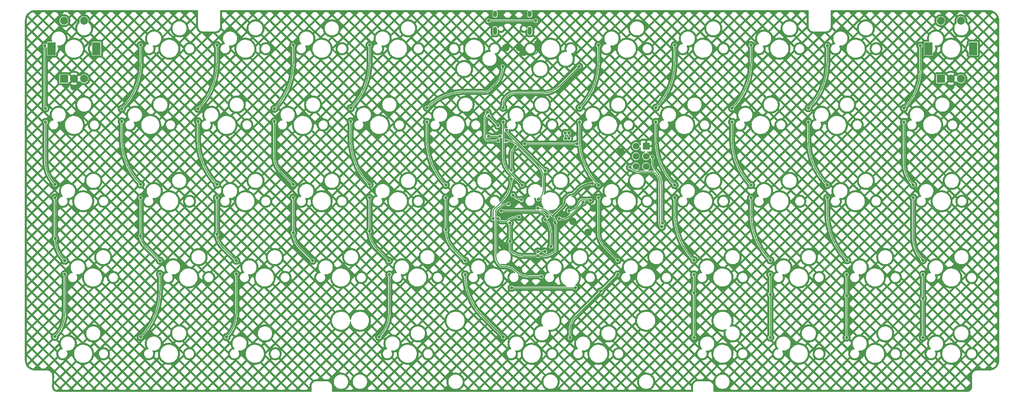
<source format=gbr>
%TF.GenerationSoftware,KiCad,Pcbnew,(7.0.0)*%
%TF.CreationDate,2023-05-29T16:26:42+02:00*%
%TF.ProjectId,the PETER keyboard,74686520-5045-4544-9552-206b6579626f,rev?*%
%TF.SameCoordinates,Original*%
%TF.FileFunction,Copper,L1,Top*%
%TF.FilePolarity,Positive*%
%FSLAX46Y46*%
G04 Gerber Fmt 4.6, Leading zero omitted, Abs format (unit mm)*
G04 Created by KiCad (PCBNEW (7.0.0)) date 2023-05-29 16:26:42*
%MOMM*%
%LPD*%
G01*
G04 APERTURE LIST*
%TA.AperFunction,ComponentPad*%
%ADD10R,2.000000X2.000000*%
%TD*%
%TA.AperFunction,ComponentPad*%
%ADD11C,2.000000*%
%TD*%
%TA.AperFunction,ComponentPad*%
%ADD12R,2.000000X3.200000*%
%TD*%
%TA.AperFunction,ComponentPad*%
%ADD13O,1.000000X1.600000*%
%TD*%
%TA.AperFunction,ComponentPad*%
%ADD14O,1.000000X2.100000*%
%TD*%
%TA.AperFunction,ComponentPad*%
%ADD15C,1.700000*%
%TD*%
%TA.AperFunction,ComponentPad*%
%ADD16R,1.700000X1.700000*%
%TD*%
%TA.AperFunction,ViaPad*%
%ADD17C,0.800000*%
%TD*%
%TA.AperFunction,Conductor*%
%ADD18C,0.250000*%
%TD*%
%TA.AperFunction,Conductor*%
%ADD19C,0.386000*%
%TD*%
%TA.AperFunction,Conductor*%
%ADD20C,0.254000*%
%TD*%
G04 APERTURE END LIST*
D10*
%TO.P,SW1,A,A*%
%TO.N,ROTARY_A*%
X32424999Y-64141999D03*
D11*
%TO.P,SW1,B,B*%
%TO.N,ROTARY_B*%
X37425000Y-64142000D03*
%TO.P,SW1,C,C*%
%TO.N,GND*%
X34925000Y-64142000D03*
D12*
%TO.P,SW1,MP*%
%TO.N,N/C*%
X29324999Y-56641999D03*
X40524999Y-56641999D03*
D11*
%TO.P,SW1,S1,S1*%
%TO.N,Net-(D1-Pad2)*%
X37425000Y-49642000D03*
%TO.P,SW1,S2,S2*%
%TO.N,COL0*%
X32425000Y-49642000D03*
%TD*%
D10*
%TO.P,SW12,A,A*%
%TO.N,ROTARY_D*%
X251372999Y-64141999D03*
D11*
%TO.P,SW12,B,B*%
%TO.N,ROTARY_C*%
X256373000Y-64142000D03*
%TO.P,SW12,C,C*%
%TO.N,GND*%
X253873000Y-64142000D03*
D12*
%TO.P,SW12,MP*%
%TO.N,N/C*%
X248272999Y-56641999D03*
X259472999Y-56641999D03*
D11*
%TO.P,SW12,S1,S1*%
%TO.N,Net-(D12-Pad2)*%
X256373000Y-49642000D03*
%TO.P,SW12,S2,S2*%
%TO.N,COL11*%
X251373000Y-49642000D03*
%TD*%
D13*
%TO.P,J1,S1,SHIELD*%
%TO.N,Net-(C_USBSHIELD1-Pad1)*%
X140079999Y-47971999D03*
D14*
X140079999Y-52151999D03*
D13*
X148719999Y-47971999D03*
D14*
X148719999Y-52151999D03*
%TD*%
D15*
%TO.P,J2,1,MISO*%
%TO.N,MISO*%
X175260000Y-86042500D03*
%TO.P,J2,2,VCC*%
%TO.N,+5V*%
X177800000Y-86042500D03*
%TO.P,J2,3,SCK*%
%TO.N,SCK*%
X175260000Y-83502500D03*
%TO.P,J2,4,MOSI*%
%TO.N,MOSI*%
X177800000Y-83502500D03*
%TO.P,J2,5,~{RST}*%
%TO.N,RESET*%
X175260000Y-80962500D03*
D16*
%TO.P,J2,6,GND*%
%TO.N,GND*%
X177799999Y-80962499D03*
%TD*%
D17*
%TO.N,GND*%
X171450000Y-82296000D03*
X150241000Y-109347000D03*
X163272432Y-102502199D03*
X253873000Y-66040000D03*
X159512000Y-99771200D03*
X150816799Y-55304201D03*
X150418800Y-95148400D03*
X179425600Y-80911700D03*
X144983200Y-94945200D03*
X147208086Y-57568500D03*
X142621000Y-99060000D03*
X164642800Y-96469200D03*
X141986000Y-105664000D03*
X146177000Y-56388000D03*
X142748000Y-56388000D03*
X34925000Y-66167000D03*
X156074059Y-100077896D03*
X145923000Y-111887000D03*
%TO.N,+5V*%
X155074586Y-100070162D03*
X146659600Y-94386400D03*
X150749000Y-108394795D03*
X143764000Y-104775000D03*
X150754763Y-96428500D03*
X164338000Y-90297000D03*
X144520286Y-93212286D03*
X143764000Y-100203000D03*
%TO.N,ROW0*%
X150241000Y-49657000D03*
X138430000Y-49657000D03*
%TO.N,ROW1*%
X138430000Y-78486000D03*
X141351000Y-78486000D03*
%TO.N,ROW2*%
X163830000Y-94488000D03*
X158496000Y-97155000D03*
X153162000Y-98602800D03*
X141605000Y-97155000D03*
%TO.N, ROW3*%
X144221200Y-116332000D03*
X160121600Y-116332000D03*
%TO.N,COL0*%
X30162500Y-128587500D03*
X27813000Y-74930000D03*
X30162500Y-90551000D03*
X27635200Y-55880000D03*
X32639000Y-109601000D03*
X32615975Y-112945080D03*
X30162500Y-93853000D03*
X27828306Y-71545875D03*
X30226000Y-104089200D03*
%TO.N,COL1*%
X56388000Y-112903000D03*
X51562000Y-128651000D03*
X51562000Y-90551000D03*
X51562000Y-55753000D03*
X46863000Y-74803000D03*
X51562000Y-93853000D03*
X51511200Y-103394500D03*
X46863000Y-71628000D03*
X56388000Y-109601000D03*
%TO.N,COL2*%
X73025000Y-128651000D03*
X65913000Y-74803000D03*
X70612000Y-93853000D03*
X75438000Y-109601000D03*
X70612000Y-90551000D03*
X65913000Y-71628000D03*
X70612000Y-103013500D03*
X70612000Y-55753000D03*
X75438000Y-112903000D03*
%TO.N,COL3*%
X84963000Y-74803000D03*
X89662000Y-102622900D03*
X89662000Y-55753000D03*
X94488000Y-109601000D03*
X89662000Y-90551000D03*
X89662000Y-93853000D03*
X84963000Y-71628000D03*
%TO.N,COL4*%
X113538000Y-109601000D03*
X108712000Y-90551000D03*
X108712000Y-55753000D03*
X108712000Y-93853000D03*
X111125000Y-128651000D03*
X104013000Y-71501000D03*
X108712000Y-102216500D03*
X113665000Y-113030000D03*
X104013000Y-74803000D03*
%TO.N,COL5*%
X132588000Y-109601000D03*
X127762000Y-101835500D03*
X142113000Y-128651000D03*
X132588000Y-113030000D03*
X123063000Y-74930000D03*
X141986000Y-61087000D03*
X127762000Y-93853000D03*
X127762000Y-90678000D03*
X123063000Y-71374000D03*
%TO.N,COL6*%
X142113000Y-71374000D03*
X143426500Y-95402400D03*
X151638000Y-113538000D03*
X142113000Y-74930000D03*
X146812000Y-90678000D03*
X161036000Y-61087000D03*
%TO.N,COL7*%
X166420800Y-117246900D03*
X170688000Y-113030000D03*
X165862000Y-93853000D03*
X158750000Y-128778000D03*
X170688000Y-109474000D03*
X165862000Y-90678000D03*
X161163000Y-71374000D03*
X161163000Y-74930000D03*
X165862000Y-55753000D03*
%TO.N,COL8*%
X184912000Y-55753000D03*
X184912000Y-93853000D03*
X189725442Y-117634300D03*
X180213000Y-74930000D03*
X189738000Y-109474000D03*
X189738000Y-128778000D03*
X184912000Y-90678000D03*
X180213000Y-71374000D03*
X189738000Y-113030000D03*
%TO.N,COL9*%
X199263000Y-71501000D03*
X203962000Y-93853000D03*
X208788000Y-128778000D03*
X203962000Y-55753000D03*
X203962000Y-90678000D03*
X208788000Y-109474000D03*
X208788000Y-118015300D03*
X199263000Y-74930000D03*
X208788000Y-113030000D03*
%TO.N,COL10*%
X227838000Y-118396300D03*
X218313000Y-74930000D03*
X223012000Y-90678000D03*
X227838000Y-128778000D03*
X227965000Y-109474000D03*
X227838000Y-113030000D03*
X223012000Y-93853000D03*
X223012000Y-55880000D03*
X218313000Y-71501000D03*
%TO.N,COL11*%
X244475000Y-93853000D03*
X246888000Y-128778000D03*
X242189000Y-71501000D03*
X246888000Y-109474000D03*
X246253000Y-55880000D03*
X244475000Y-90678000D03*
X246888000Y-113030000D03*
X246888000Y-119024400D03*
X242189000Y-74930000D03*
%TO.N,RESET*%
X156084089Y-99078443D03*
X162052000Y-94996000D03*
%TO.N,ROTARY_A*%
X138196500Y-72542400D03*
X142798800Y-79654400D03*
X150874098Y-94258621D03*
X140817600Y-79603600D03*
%TO.N,ROTARY_B*%
X140805500Y-75844400D03*
X152603200Y-87122000D03*
X138573500Y-73456800D03*
X142951200Y-76962000D03*
%TO.N,ROTARY_D*%
X157632400Y-79095600D03*
X157581600Y-77673200D03*
%TO.N,ROTARY_C*%
X158557944Y-79053500D03*
X158508103Y-77673200D03*
%TO.N,MISO*%
X181730246Y-101138297D03*
X150749000Y-107315000D03*
X152527000Y-107315000D03*
X173736000Y-86233000D03*
%TO.N,SCK*%
X139554500Y-99060000D03*
X147447000Y-80391000D03*
X145161000Y-81153000D03*
X146050000Y-98646700D03*
X140861500Y-99060000D03*
X160509500Y-80391000D03*
X144145000Y-86995000D03*
X144145000Y-89154000D03*
%TO.N,MOSI*%
X154051000Y-106045000D03*
X179324000Y-83693000D03*
X181864000Y-100221500D03*
X152623482Y-99356726D03*
%TD*%
D18*
%TO.N,GND*%
X147208086Y-57568500D02*
X147223716Y-57584130D01*
X150297216Y-57779585D02*
X150571200Y-57505600D01*
X150816799Y-56912672D02*
X150816799Y-55304201D01*
X147223706Y-57584140D02*
G75*
G03*
X148996400Y-58318400I1772694J1772740D01*
G01*
X148996400Y-58318409D02*
G75*
G03*
X150297215Y-57779584I0J1839609D01*
G01*
X150571208Y-57505608D02*
G75*
G03*
X150816799Y-56912672I-592908J592908D01*
G01*
%TO.N,+5V*%
X150754763Y-96507882D02*
X150754763Y-96428500D01*
X147045387Y-108394795D02*
X150749000Y-108394795D01*
D19*
X157886400Y-93726000D02*
X158043905Y-93568495D01*
D18*
X143764000Y-100203000D02*
X143764000Y-104775000D01*
X150754763Y-96428500D02*
X150772017Y-96428500D01*
D19*
X157429200Y-94894400D02*
X157429200Y-94829778D01*
D18*
X155194000Y-107086400D02*
X155194000Y-100358452D01*
X143764000Y-104775000D02*
X143764000Y-107035600D01*
D19*
X160248600Y-92278200D02*
X160739078Y-91787723D01*
X159604884Y-92921916D02*
X160248600Y-92278200D01*
D18*
X150749000Y-108394795D02*
X152035256Y-108394795D01*
X144520286Y-93212286D02*
X145011900Y-93703900D01*
D19*
X154383618Y-98402018D02*
X157102491Y-95683145D01*
D18*
X153568400Y-97586800D02*
X154383618Y-98402018D01*
X152035256Y-108394776D02*
G75*
G03*
X155194000Y-107086400I44J4467076D01*
G01*
X145011900Y-93703900D02*
G75*
G03*
X146659600Y-94386400I1647700J1647700D01*
G01*
X143764004Y-107035596D02*
G75*
G03*
X147045387Y-108394795I3281396J3281396D01*
G01*
X155194034Y-100358452D02*
G75*
G03*
X155074585Y-100070163I-407734J-48D01*
G01*
X153568395Y-97586805D02*
G75*
G03*
X150772017Y-96428500I-2796395J-2796395D01*
G01*
D19*
X157102501Y-95683155D02*
G75*
G03*
X157429200Y-94894400I-788801J788755D01*
G01*
X159258000Y-93065604D02*
G75*
G03*
X158043905Y-93568495I0J-1716996D01*
G01*
X164338000Y-90296988D02*
G75*
G03*
X160739078Y-91787723I0J-5089612D01*
G01*
X157886406Y-93726006D02*
G75*
G03*
X157429200Y-94829778I1103794J-1103794D01*
G01*
X159258000Y-93065590D02*
G75*
G03*
X159604884Y-92921916I0J490590D01*
G01*
D18*
X155074620Y-100070162D02*
G75*
G03*
X154383618Y-98402018I-2359120J-38D01*
G01*
D20*
%TO.N,ROW0*%
X138430000Y-49657000D02*
X150241000Y-49657000D01*
%TO.N,ROW1*%
X138430000Y-78486000D02*
X141351000Y-78486000D01*
%TO.N,ROW2*%
X158925092Y-97155000D02*
X158496000Y-97155000D01*
X152450800Y-97840800D02*
X153126078Y-98516078D01*
X163684000Y-94342000D02*
X161611092Y-94342000D01*
X161055000Y-94969945D02*
X161055000Y-94969946D01*
X141605000Y-97155000D02*
X150795133Y-97155000D01*
X161611092Y-94342000D02*
X161105808Y-94847284D01*
X163830000Y-94488000D02*
X163684000Y-94342000D01*
X160712592Y-95796592D02*
X159961012Y-96548172D01*
X158496000Y-97155011D02*
G75*
G03*
X159961012Y-96548172I0J2071811D01*
G01*
X153162012Y-98602800D02*
G75*
G03*
X153126078Y-98516078I-122612J0D01*
G01*
X152450791Y-97840809D02*
G75*
G03*
X150795133Y-97155000I-1655691J-1655691D01*
G01*
X161105779Y-94847255D02*
G75*
G03*
X161055000Y-94969945I122721J-122645D01*
G01*
X160712579Y-95796579D02*
G75*
G03*
X161055000Y-94969946I-826679J826679D01*
G01*
%TO.N, ROW3*%
X144221200Y-116332000D02*
X160121600Y-116332000D01*
%TO.N,COL0*%
X32615975Y-112945080D02*
X32615975Y-122664288D01*
X27828306Y-71545875D02*
X27820653Y-71538222D01*
X27813000Y-74930000D02*
X27813000Y-84878806D01*
X32417182Y-109379183D02*
X32639000Y-109601000D01*
X27635200Y-55880000D02*
X27635200Y-71079676D01*
X30162500Y-93853000D02*
X30162500Y-103935898D01*
X27813000Y-71530569D02*
X27828306Y-71545875D01*
X30226010Y-104089200D02*
G75*
G03*
X32417182Y-109379183I7481190J0D01*
G01*
X30162502Y-103935898D02*
G75*
G03*
X30226001Y-104089199I216798J-2D01*
G01*
X30162498Y-128587498D02*
G75*
G03*
X32615975Y-122664288I-5923218J5923218D01*
G01*
X27812998Y-84878806D02*
G75*
G03*
X30162500Y-90551000I8021702J6D01*
G01*
X27635216Y-71079676D02*
G75*
G03*
X27828306Y-71545875I659284J-24D01*
G01*
X27813030Y-71519746D02*
G75*
G03*
X27820653Y-71538222I26070J-54D01*
G01*
%TO.N,COL1*%
X52451440Y-105664440D02*
X56388000Y-109601000D01*
X51562000Y-93853000D02*
X51562000Y-103271858D01*
X46863000Y-74803000D02*
X46863000Y-79206611D01*
X56388000Y-112903000D02*
X56388000Y-117000006D01*
X51562000Y-55753000D02*
X51562000Y-60283611D01*
X46862996Y-79206611D02*
G75*
G03*
X51562000Y-90551000I16043404J11D01*
G01*
X51511212Y-103394512D02*
G75*
G03*
X51562000Y-103271858I-122612J122612D01*
G01*
X51561998Y-128650998D02*
G75*
G03*
X56388000Y-117000006I-11650998J11650998D01*
G01*
X51511206Y-103394500D02*
G75*
G03*
X52451440Y-105664440I3210194J0D01*
G01*
X46863002Y-71628002D02*
G75*
G03*
X51562000Y-60283611I-11344402J11344392D01*
G01*
%TO.N,COL2*%
X65913000Y-74803000D02*
X65913000Y-79206611D01*
X71857569Y-106020568D02*
X75438000Y-109601000D01*
X75438000Y-112903000D02*
X75438000Y-122825503D01*
X70612000Y-93853000D02*
X70612000Y-103013500D01*
X70612000Y-55753000D02*
X70612000Y-60283611D01*
X70611990Y-103013500D02*
G75*
G03*
X71857569Y-106020568I4252610J0D01*
G01*
X65912997Y-71627997D02*
G75*
G03*
X70612000Y-60283611I-11344397J11344397D01*
G01*
X73024999Y-128650999D02*
G75*
G03*
X75438000Y-122825503I-5825499J5825499D01*
G01*
X65912996Y-79206611D02*
G75*
G03*
X70612000Y-90551000I16043404J11D01*
G01*
%TO.N,COL3*%
X89662000Y-55753000D02*
X89662000Y-60283611D01*
X89662000Y-102521036D02*
X89662000Y-93853000D01*
X94488000Y-109601000D02*
X91255792Y-106368792D01*
X84963000Y-83598036D02*
X84963000Y-74803000D01*
X89662000Y-90551000D02*
X86556792Y-87445792D01*
X84962990Y-83598036D02*
G75*
G03*
X86556793Y-87445791I5441610J36D01*
G01*
X84962997Y-71627997D02*
G75*
G03*
X89662000Y-60283611I-11344397J11344397D01*
G01*
X89661990Y-102521036D02*
G75*
G03*
X91255793Y-106368791I5441610J36D01*
G01*
%TO.N,COL4*%
X113665000Y-113030000D02*
X113665000Y-122518898D01*
X108712000Y-55753000D02*
X108712000Y-60156611D01*
X108712000Y-93853000D02*
X108712000Y-102216500D01*
X104013000Y-74803000D02*
X104013000Y-79206611D01*
X110521133Y-106584132D02*
X113538000Y-109601000D01*
X108712011Y-102216500D02*
G75*
G03*
X110521133Y-106584132I6176789J0D01*
G01*
X111125001Y-128651001D02*
G75*
G03*
X113665000Y-122518898I-6132101J6132101D01*
G01*
X104012997Y-71500997D02*
G75*
G03*
X108712000Y-60156611I-11344397J11344397D01*
G01*
X104012996Y-79206611D02*
G75*
G03*
X108712000Y-90551000I16043404J11D01*
G01*
%TO.N,COL5*%
X123063000Y-74930000D02*
X123063000Y-79333611D01*
X136898523Y-123436523D02*
X142113000Y-128651000D01*
X140171988Y-65466411D02*
X138598775Y-67039625D01*
X137700749Y-67411600D02*
X132629079Y-67411600D01*
X129840540Y-106853541D02*
X132588000Y-109601000D01*
X127762000Y-93853000D02*
X127762000Y-101835500D01*
X137700749Y-67411634D02*
G75*
G03*
X138598775Y-67039625I-49J1270034D01*
G01*
X132587987Y-113030000D02*
G75*
G03*
X136898523Y-123436523I14717013J0D01*
G01*
X127762005Y-101835500D02*
G75*
G03*
X129840540Y-106853541I7096595J0D01*
G01*
X140171984Y-65466407D02*
G75*
G03*
X141986000Y-61087000I-4379384J4379407D01*
G01*
X132629079Y-67411592D02*
G75*
G03*
X123063000Y-71374000I21J-13528508D01*
G01*
X123062996Y-79333611D02*
G75*
G03*
X127762000Y-90678000I16043404J11D01*
G01*
%TO.N,COL6*%
X142113000Y-70421500D02*
X142113000Y-71374000D01*
X148453978Y-113487200D02*
X151688800Y-113487200D01*
X141106026Y-110524425D02*
X141594478Y-111012878D01*
X141681200Y-111048800D02*
X142567161Y-111048800D01*
X142113000Y-74930000D02*
X142113000Y-83725036D01*
X143706792Y-87572792D02*
X146812000Y-90678000D01*
X140208000Y-97387158D02*
X140208000Y-108356400D01*
X142786519Y-68795480D02*
X143002000Y-68580000D01*
X152178036Y-67691000D02*
X145148235Y-67691000D01*
X156025792Y-66097207D02*
X161036000Y-61087000D01*
X140207986Y-108356400D02*
G75*
G03*
X141106026Y-110524425I3066014J0D01*
G01*
X145020013Y-112064788D02*
G75*
G03*
X142567161Y-111048800I-2452813J-2452812D01*
G01*
X141594487Y-111012869D02*
G75*
G03*
X141681200Y-111048800I86713J86669D01*
G01*
X140533821Y-96600608D02*
G75*
G03*
X140208000Y-97387158I786579J-786592D01*
G01*
X145020007Y-112064794D02*
G75*
G03*
X148453978Y-113487200I3433993J3433994D01*
G01*
X152178036Y-67691010D02*
G75*
G03*
X156025792Y-66097207I-36J5441610D01*
G01*
X142786527Y-68795488D02*
G75*
G03*
X142113000Y-70421500I1625973J-1626012D01*
G01*
X145148235Y-67691015D02*
G75*
G03*
X143002000Y-68580000I-35J-3035185D01*
G01*
X143426500Y-95402404D02*
G75*
G03*
X140533806Y-96600593I0J-4090896D01*
G01*
X142112990Y-83725036D02*
G75*
G03*
X143706793Y-87572791I5441610J36D01*
G01*
%TO.N,COL7*%
X167455792Y-106241792D02*
X170688000Y-109474000D01*
X161163000Y-74930000D02*
X161163500Y-74930500D01*
X165862000Y-55753000D02*
X165862000Y-60029611D01*
X161163500Y-74930500D02*
X161163500Y-79334818D01*
X158750000Y-128778000D02*
X158750000Y-126873000D01*
X165862000Y-102394036D02*
X165862000Y-93853000D01*
X170688000Y-113030000D02*
X160097038Y-123620961D01*
X165861990Y-102394036D02*
G75*
G03*
X167455793Y-106241791I5441610J36D01*
G01*
X160097034Y-123620957D02*
G75*
G03*
X158750000Y-126873000I3252066J-3252043D01*
G01*
X161162997Y-71373997D02*
G75*
G03*
X165862000Y-60029611I-11344397J11344397D01*
G01*
X161163493Y-79334818D02*
G75*
G03*
X165862000Y-90678000I16041707J18D01*
G01*
%TO.N,COL8*%
X189725442Y-117634300D02*
X189725442Y-128747683D01*
X184912000Y-93853000D02*
X184912000Y-97823006D01*
X180213000Y-74930000D02*
X180213000Y-79333611D01*
X184912000Y-55753000D02*
X184912000Y-60029611D01*
X189725442Y-113060317D02*
X189725442Y-117634300D01*
X180212996Y-79333611D02*
G75*
G03*
X184912000Y-90678000I16043404J11D01*
G01*
X180212997Y-71373997D02*
G75*
G03*
X184912000Y-60029611I-11344397J11344397D01*
G01*
X189725450Y-128747683D02*
G75*
G03*
X189738000Y-128778000I42850J-17D01*
G01*
X184911998Y-97823006D02*
G75*
G03*
X189738000Y-109474000I16477002J6D01*
G01*
X189737995Y-113029995D02*
G75*
G03*
X189725442Y-113060317I30305J-30305D01*
G01*
%TO.N,COL9*%
X203962000Y-93853000D02*
X203962000Y-97823006D01*
X208788000Y-113030000D02*
X208788000Y-118015300D01*
X199263000Y-74930000D02*
X199263000Y-79333611D01*
X208788000Y-118015300D02*
X208788000Y-128778000D01*
X203962000Y-55753000D02*
X203962000Y-60156611D01*
X199262996Y-79333611D02*
G75*
G03*
X203962000Y-90678000I16043404J11D01*
G01*
X199262997Y-71500997D02*
G75*
G03*
X203962000Y-60156611I-11344397J11344397D01*
G01*
X203961998Y-97823006D02*
G75*
G03*
X208788000Y-109474000I16477002J6D01*
G01*
%TO.N,COL10*%
X227838000Y-118396300D02*
X227838000Y-128778000D01*
X218313000Y-74930000D02*
X218313000Y-79333611D01*
X223012000Y-55880000D02*
X223012000Y-60156611D01*
X227838000Y-113030000D02*
X227838000Y-118396300D01*
X223012000Y-93853000D02*
X223012000Y-97516401D01*
X218312996Y-79333611D02*
G75*
G03*
X223012000Y-90678000I16043404J11D01*
G01*
X223012000Y-97516401D02*
G75*
G03*
X227965000Y-109474000I16910600J1D01*
G01*
X218312997Y-71500997D02*
G75*
G03*
X223012000Y-60156611I-11344397J11344397D01*
G01*
%TO.N,COL11*%
X242189000Y-74930000D02*
X242189000Y-85159108D01*
X246253000Y-55880000D02*
X246253000Y-61689637D01*
X244475000Y-93853000D02*
X244475000Y-103648503D01*
X246888000Y-113030000D02*
X246888000Y-119024400D01*
X246888000Y-119024400D02*
X246888000Y-128778000D01*
X242188989Y-71500989D02*
G75*
G03*
X246253000Y-61689637I-9811389J9811389D01*
G01*
X242188997Y-85159108D02*
G75*
G03*
X244475000Y-90678000I7804903J8D01*
G01*
X244474999Y-103648503D02*
G75*
G03*
X246888000Y-109474000I8238501J3D01*
G01*
%TO.N,RESET*%
X156346168Y-99187000D02*
X157353000Y-99187000D01*
X158220210Y-98827790D02*
X162052000Y-94996000D01*
X156084089Y-99078443D02*
X156138367Y-99132721D01*
X157353000Y-99187006D02*
G75*
G03*
X158220210Y-98827790I0J1226406D01*
G01*
X156084112Y-99078420D02*
G75*
G03*
X156346168Y-99187000I262088J262020D01*
G01*
%TO.N,ROTARY_A*%
X151459249Y-93673470D02*
X150874098Y-94258621D01*
X152044400Y-88771342D02*
X152044400Y-92260791D01*
X145578807Y-80633593D02*
X150862007Y-85916793D01*
X142798800Y-79654400D02*
X143214826Y-79654400D01*
X138469531Y-79603600D02*
X140817600Y-79603600D01*
X137515600Y-74186238D02*
X137515600Y-78649669D01*
X145578799Y-80633601D02*
G75*
G03*
X143214826Y-79654400I-2363999J-2363999D01*
G01*
X137515613Y-78649669D02*
G75*
G03*
X137795000Y-79324200I953887J-31D01*
G01*
X137794991Y-79324209D02*
G75*
G03*
X138469531Y-79603600I674509J674509D01*
G01*
X151459247Y-93673468D02*
G75*
G03*
X152044400Y-92260791I-1412647J1412668D01*
G01*
X138196489Y-72542389D02*
G75*
G03*
X137515600Y-74186238I1643811J-1643811D01*
G01*
X152044382Y-88771342D02*
G75*
G03*
X150862007Y-85916793I-4036882J42D01*
G01*
D18*
%TO.N,ROTARY_B*%
X143310410Y-77829210D02*
X152603200Y-87122000D01*
X138683526Y-73722426D02*
X140805500Y-75844400D01*
X142951194Y-76962000D02*
G75*
G03*
X143310410Y-77829210I1226406J0D01*
G01*
X138573515Y-73456800D02*
G75*
G03*
X138683527Y-73722425I375685J0D01*
G01*
%TO.N,ROTARY_D*%
X157581600Y-77673200D02*
X157581600Y-78972958D01*
X157581618Y-78972958D02*
G75*
G03*
X157632400Y-79095600I173382J-42D01*
G01*
D20*
%TO.N,ROTARY_C*%
X158508103Y-77673200D02*
X158508103Y-78933174D01*
X158508131Y-78933174D02*
G75*
G03*
X158557944Y-79053500I170169J-26D01*
G01*
%TO.N,MISO*%
X180082171Y-87753171D02*
X180403500Y-88074500D01*
X181604007Y-101086007D02*
X181406800Y-100888800D01*
X150749000Y-107315000D02*
X152527000Y-107315000D01*
X181102000Y-89760828D02*
X181102000Y-100152948D01*
X173736000Y-86233000D02*
X173998935Y-86495935D01*
X176123600Y-87376000D02*
X179171600Y-87376000D01*
X173998941Y-86495929D02*
G75*
G03*
X176123600Y-87376000I2124659J2124629D01*
G01*
X181101981Y-100152948D02*
G75*
G03*
X181406801Y-100888799I1040719J48D01*
G01*
X181101988Y-89760828D02*
G75*
G03*
X180403500Y-88074500I-2384788J28D01*
G01*
X181603991Y-101086023D02*
G75*
G03*
X181730246Y-101138297I126209J126223D01*
G01*
X180082162Y-87753180D02*
G75*
G03*
X179171600Y-87376000I-910562J-910520D01*
G01*
%TO.N,SCK*%
X140861500Y-99060000D02*
X141588500Y-99787000D01*
X145675061Y-98646700D02*
X146050000Y-98646700D01*
X147447000Y-80391000D02*
X160509500Y-80391000D01*
X141899936Y-94574064D02*
X140004800Y-96469200D01*
X141588500Y-99787000D02*
X142922134Y-99787000D01*
X139554500Y-97556320D02*
X139554500Y-99060000D01*
X144653000Y-81661000D02*
X145161000Y-81153000D01*
X144145000Y-86995000D02*
X144145000Y-82887420D01*
X144652994Y-81660994D02*
G75*
G03*
X144145000Y-82887420I1226406J-1226406D01*
G01*
X140004794Y-96469194D02*
G75*
G03*
X139554500Y-97556320I1087106J-1087106D01*
G01*
X141899930Y-94574058D02*
G75*
G03*
X144145000Y-89154000I-5420030J5420058D01*
G01*
X145675061Y-98646665D02*
G75*
G03*
X142922134Y-99787000I39J-3893235D01*
G01*
%TO.N,MOSI*%
X179324000Y-83693000D02*
X179324000Y-84963001D01*
X154051000Y-102803059D02*
X154051000Y-106045000D01*
X181660800Y-90604535D02*
X181660800Y-99730932D01*
X181660770Y-90604535D02*
G75*
G03*
X180222024Y-87131026I-4912270J35D01*
G01*
X154051014Y-102803059D02*
G75*
G03*
X152623482Y-99356726I-4873914J-41D01*
G01*
X181660787Y-99730932D02*
G75*
G03*
X181864000Y-100221500I693813J32D01*
G01*
X179323985Y-84963001D02*
G75*
G03*
X180222025Y-87131025I3066015J1D01*
G01*
%TD*%
%TA.AperFunction,Conductor*%
%TO.N,GND*%
G36*
X145814639Y-81250382D02*
G01*
X145867158Y-81281862D01*
X150680096Y-86094800D01*
X150683898Y-86098771D01*
X150729647Y-86148697D01*
X150871895Y-86303934D01*
X150901254Y-86335973D01*
X150908320Y-86344393D01*
X151102503Y-86597459D01*
X151108808Y-86606464D01*
X151280193Y-86875487D01*
X151285688Y-86885006D01*
X151432968Y-87167929D01*
X151437614Y-87177892D01*
X151559676Y-87472581D01*
X151563436Y-87482910D01*
X151659352Y-87787126D01*
X151662197Y-87797744D01*
X151731234Y-88109162D01*
X151733142Y-88119987D01*
X151774773Y-88436223D01*
X151775731Y-88447173D01*
X151789780Y-88769002D01*
X151789900Y-88774497D01*
X151789900Y-91137042D01*
X151773949Y-91198403D01*
X151730136Y-91244228D01*
X151669553Y-91262915D01*
X151607538Y-91249733D01*
X151559794Y-91208020D01*
X151489570Y-91105020D01*
X151486368Y-91101569D01*
X151486364Y-91101564D01*
X151325718Y-90928429D01*
X151310710Y-90912254D01*
X151304845Y-90907577D01*
X151168303Y-90798688D01*
X151105117Y-90748299D01*
X151026475Y-90702895D01*
X150881471Y-90619176D01*
X150881464Y-90619172D01*
X150877384Y-90616817D01*
X150682408Y-90540295D01*
X150636991Y-90522470D01*
X150636989Y-90522469D01*
X150632598Y-90520746D01*
X150608203Y-90515178D01*
X150380829Y-90463281D01*
X150380827Y-90463280D01*
X150376228Y-90462231D01*
X150371526Y-90461878D01*
X150371522Y-90461878D01*
X150181996Y-90447675D01*
X150181982Y-90447674D01*
X150179654Y-90447500D01*
X150048346Y-90447500D01*
X150046018Y-90447674D01*
X150046003Y-90447675D01*
X149856477Y-90461878D01*
X149856471Y-90461878D01*
X149851772Y-90462231D01*
X149847174Y-90463280D01*
X149847170Y-90463281D01*
X149600001Y-90519696D01*
X149599997Y-90519697D01*
X149595402Y-90520746D01*
X149591014Y-90522468D01*
X149591008Y-90522470D01*
X149355008Y-90615093D01*
X149355004Y-90615094D01*
X149350616Y-90616817D01*
X149346540Y-90619169D01*
X149346528Y-90619176D01*
X149126963Y-90745943D01*
X149126959Y-90745945D01*
X149122883Y-90748299D01*
X149119206Y-90751231D01*
X149119202Y-90751234D01*
X148920969Y-90909319D01*
X148920960Y-90909326D01*
X148917290Y-90912254D01*
X148914094Y-90915697D01*
X148914089Y-90915703D01*
X148741635Y-91101564D01*
X148741624Y-91101576D01*
X148738430Y-91105020D01*
X148735774Y-91108914D01*
X148735772Y-91108918D01*
X148592954Y-91318393D01*
X148592948Y-91318401D01*
X148590298Y-91322290D01*
X148588258Y-91326524D01*
X148588251Y-91326538D01*
X148478248Y-91554962D01*
X148478244Y-91554969D01*
X148476202Y-91559212D01*
X148474816Y-91563705D01*
X148474811Y-91563718D01*
X148400080Y-91805990D01*
X148400078Y-91805998D01*
X148398692Y-91810492D01*
X148397991Y-91815142D01*
X148397990Y-91815147D01*
X148360202Y-92065856D01*
X148360201Y-92065864D01*
X148359500Y-92070518D01*
X148359500Y-92333482D01*
X148360201Y-92338136D01*
X148360202Y-92338143D01*
X148386032Y-92509512D01*
X148398692Y-92593508D01*
X148400078Y-92598004D01*
X148400080Y-92598009D01*
X148474811Y-92840281D01*
X148474814Y-92840290D01*
X148476202Y-92844788D01*
X148478247Y-92849034D01*
X148478248Y-92849037D01*
X148588251Y-93077461D01*
X148588255Y-93077469D01*
X148590298Y-93081710D01*
X148592952Y-93085603D01*
X148592954Y-93085606D01*
X148647492Y-93165598D01*
X148738430Y-93298980D01*
X148741633Y-93302432D01*
X148741641Y-93302442D01*
X148836455Y-93404628D01*
X148867772Y-93466274D01*
X148861843Y-93535163D01*
X148820454Y-93590552D01*
X148756067Y-93615758D01*
X148635243Y-93627295D01*
X148635238Y-93627295D01*
X148629268Y-93627866D01*
X148623518Y-93629554D01*
X148623509Y-93629556D01*
X148428063Y-93686945D01*
X148428060Y-93686945D01*
X148422298Y-93688638D01*
X148416966Y-93691386D01*
X148416958Y-93691390D01*
X148235906Y-93784729D01*
X148235897Y-93784734D01*
X148230568Y-93787482D01*
X148225851Y-93791191D01*
X148225847Y-93791194D01*
X148065723Y-93917116D01*
X148065713Y-93917125D01*
X148061010Y-93920824D01*
X148057087Y-93925350D01*
X148057082Y-93925356D01*
X147923683Y-94079306D01*
X147923678Y-94079312D01*
X147919751Y-94083845D01*
X147916753Y-94089037D01*
X147916747Y-94089046D01*
X147818844Y-94258621D01*
X147811897Y-94270654D01*
X147809934Y-94276325D01*
X147809932Y-94276330D01*
X147743308Y-94468828D01*
X147743306Y-94468835D01*
X147741346Y-94474499D01*
X147740493Y-94480429D01*
X147740491Y-94480439D01*
X147711501Y-94682069D01*
X147710647Y-94688012D01*
X147720911Y-94903476D01*
X147722326Y-94909309D01*
X147722327Y-94909315D01*
X147770349Y-95107265D01*
X147771766Y-95113104D01*
X147774261Y-95118567D01*
X147774262Y-95118570D01*
X147847163Y-95278201D01*
X147861375Y-95309319D01*
X147864850Y-95314199D01*
X147864853Y-95314204D01*
X147983017Y-95480142D01*
X147986498Y-95485030D01*
X148142613Y-95633886D01*
X148147666Y-95637133D01*
X148147667Y-95637134D01*
X148314510Y-95744357D01*
X148324079Y-95750506D01*
X148524336Y-95830677D01*
X148736146Y-95871500D01*
X148894808Y-95871500D01*
X148897809Y-95871500D01*
X149058732Y-95856134D01*
X149265702Y-95795362D01*
X149457432Y-95696518D01*
X149626990Y-95563176D01*
X149768249Y-95400155D01*
X149876103Y-95213346D01*
X149946654Y-95009501D01*
X149977353Y-94795988D01*
X149967089Y-94580524D01*
X149916234Y-94370896D01*
X149826625Y-94174681D01*
X149821689Y-94167750D01*
X149805816Y-94145459D01*
X149782626Y-94079009D01*
X149798694Y-94010487D01*
X149849007Y-93961273D01*
X149917866Y-93946722D01*
X150048346Y-93956500D01*
X150177301Y-93956500D01*
X150179654Y-93956500D01*
X150232888Y-93952510D01*
X150291604Y-93962204D01*
X150339324Y-93997767D01*
X150365399Y-94051265D01*
X150364010Y-94110764D01*
X150363332Y-94113293D01*
X150360175Y-94120916D01*
X150359097Y-94129097D01*
X150359097Y-94129101D01*
X150345256Y-94234240D01*
X150342046Y-94258621D01*
X150343124Y-94266809D01*
X150359096Y-94388137D01*
X150359097Y-94388143D01*
X150360175Y-94396326D01*
X150363334Y-94403954D01*
X150363335Y-94403955D01*
X150410166Y-94517017D01*
X150410168Y-94517020D01*
X150413327Y-94524647D01*
X150419262Y-94532382D01*
X150468461Y-94596500D01*
X150497880Y-94634839D01*
X150608072Y-94719392D01*
X150736393Y-94772544D01*
X150744580Y-94773621D01*
X150744581Y-94773622D01*
X150805245Y-94781608D01*
X150874098Y-94790673D01*
X151011803Y-94772544D01*
X151140124Y-94719392D01*
X151250316Y-94634839D01*
X151334869Y-94524647D01*
X151388021Y-94396326D01*
X151406150Y-94258621D01*
X151394234Y-94168111D01*
X151399843Y-94111168D01*
X151430061Y-94062574D01*
X151519637Y-93972998D01*
X151577858Y-93914777D01*
X151635291Y-93881916D01*
X151701457Y-93882690D01*
X151758107Y-93916886D01*
X151789616Y-93975073D01*
X151787295Y-94041203D01*
X151733203Y-94215581D01*
X151733202Y-94215586D01*
X151731954Y-94219609D01*
X151731254Y-94223758D01*
X151731253Y-94223763D01*
X151684692Y-94499801D01*
X151681885Y-94516441D01*
X151681744Y-94520641D01*
X151681744Y-94520647D01*
X151672340Y-94801930D01*
X151671826Y-94817298D01*
X151672246Y-94821482D01*
X151672247Y-94821483D01*
X151701535Y-95112613D01*
X151701536Y-95112621D01*
X151701958Y-95116812D01*
X151702934Y-95120911D01*
X151702935Y-95120912D01*
X151770763Y-95405536D01*
X151770765Y-95405545D01*
X151771741Y-95409637D01*
X151773253Y-95413564D01*
X151773256Y-95413572D01*
X151878419Y-95686622D01*
X151878424Y-95686633D01*
X151879932Y-95690548D01*
X151881948Y-95694227D01*
X151881951Y-95694233D01*
X152022581Y-95950849D01*
X152022585Y-95950856D01*
X152024600Y-95954532D01*
X152186183Y-96173834D01*
X152187320Y-96175377D01*
X152210913Y-96234528D01*
X152202567Y-96297662D01*
X152164414Y-96348650D01*
X152106200Y-96374469D01*
X152043566Y-96368595D01*
X152043544Y-96368668D01*
X152043206Y-96368561D01*
X152042796Y-96368523D01*
X152040922Y-96367841D01*
X152038345Y-96366903D01*
X152035705Y-96366195D01*
X152035700Y-96366194D01*
X151686134Y-96272526D01*
X151686116Y-96272522D01*
X151683485Y-96271817D01*
X151680785Y-96271340D01*
X151680781Y-96271340D01*
X151324392Y-96208497D01*
X151324374Y-96208494D01*
X151321688Y-96208021D01*
X151318962Y-96207782D01*
X151318951Y-96207781D01*
X151300584Y-96206174D01*
X151250965Y-96191120D01*
X151211610Y-96157358D01*
X151136008Y-96058832D01*
X151136003Y-96058827D01*
X151130981Y-96052282D01*
X151112850Y-96038370D01*
X151027339Y-95972755D01*
X151020789Y-95967729D01*
X151013162Y-95964570D01*
X151013159Y-95964568D01*
X150900097Y-95917737D01*
X150900096Y-95917736D01*
X150892468Y-95914577D01*
X150884285Y-95913499D01*
X150884279Y-95913498D01*
X150762951Y-95897526D01*
X150754763Y-95896448D01*
X150746575Y-95897526D01*
X150625246Y-95913498D01*
X150625238Y-95913500D01*
X150617058Y-95914577D01*
X150609430Y-95917736D01*
X150609428Y-95917737D01*
X150496366Y-95964568D01*
X150496359Y-95964571D01*
X150488737Y-95967729D01*
X150482189Y-95972752D01*
X150482186Y-95972755D01*
X150385090Y-96047259D01*
X150385086Y-96047262D01*
X150378545Y-96052282D01*
X150373525Y-96058823D01*
X150373522Y-96058827D01*
X150299018Y-96155923D01*
X150299015Y-96155926D01*
X150293992Y-96162474D01*
X150290834Y-96170096D01*
X150290831Y-96170103D01*
X150244000Y-96283165D01*
X150240840Y-96290795D01*
X150239763Y-96298975D01*
X150239761Y-96298983D01*
X150226435Y-96400213D01*
X150222711Y-96428500D01*
X150223789Y-96436688D01*
X150239761Y-96558016D01*
X150239762Y-96558022D01*
X150240840Y-96566205D01*
X150243999Y-96573833D01*
X150244000Y-96573834D01*
X150290831Y-96686896D01*
X150290833Y-96686899D01*
X150293992Y-96694526D01*
X150299018Y-96701076D01*
X150303149Y-96708231D01*
X150301093Y-96709417D01*
X150321932Y-96762153D01*
X150309543Y-96830230D01*
X150263074Y-96881500D01*
X150196538Y-96900500D01*
X142136752Y-96900500D01*
X142081023Y-96887506D01*
X142036789Y-96851204D01*
X142018135Y-96826894D01*
X141981218Y-96778782D01*
X141956047Y-96759468D01*
X141877576Y-96699255D01*
X141871026Y-96694229D01*
X141863399Y-96691070D01*
X141863396Y-96691068D01*
X141750334Y-96644237D01*
X141750333Y-96644236D01*
X141742705Y-96641077D01*
X141734522Y-96639999D01*
X141734516Y-96639998D01*
X141613188Y-96624026D01*
X141605000Y-96622948D01*
X141596812Y-96624026D01*
X141475483Y-96639998D01*
X141475475Y-96640000D01*
X141467295Y-96641077D01*
X141459667Y-96644236D01*
X141459665Y-96644237D01*
X141346603Y-96691068D01*
X141346596Y-96691071D01*
X141338974Y-96694229D01*
X141332426Y-96699252D01*
X141332423Y-96699255D01*
X141235327Y-96773759D01*
X141235323Y-96773762D01*
X141228782Y-96778782D01*
X141223762Y-96785323D01*
X141223759Y-96785327D01*
X141149255Y-96882423D01*
X141149252Y-96882426D01*
X141144229Y-96888974D01*
X141141071Y-96896596D01*
X141141068Y-96896603D01*
X141097014Y-97002961D01*
X141091077Y-97017295D01*
X141090000Y-97025475D01*
X141089998Y-97025483D01*
X141077420Y-97121033D01*
X141072948Y-97155000D01*
X141074026Y-97163188D01*
X141089998Y-97284516D01*
X141089999Y-97284522D01*
X141091077Y-97292705D01*
X141094236Y-97300333D01*
X141094237Y-97300334D01*
X141141068Y-97413396D01*
X141141070Y-97413399D01*
X141144229Y-97421026D01*
X141149255Y-97427576D01*
X141217412Y-97516401D01*
X141228782Y-97531218D01*
X141338974Y-97615771D01*
X141467295Y-97668923D01*
X141605000Y-97687052D01*
X141742705Y-97668923D01*
X141871026Y-97615771D01*
X141981218Y-97531218D01*
X142036789Y-97458795D01*
X142081023Y-97422494D01*
X142136752Y-97409500D01*
X150791588Y-97409500D01*
X150798654Y-97409698D01*
X151021746Y-97422229D01*
X151035768Y-97423809D01*
X151252549Y-97460645D01*
X151266314Y-97463787D01*
X151477614Y-97524663D01*
X151490924Y-97529320D01*
X151694100Y-97613479D01*
X151706809Y-97619600D01*
X151899269Y-97725970D01*
X151911225Y-97733483D01*
X152090557Y-97860726D01*
X152101604Y-97869536D01*
X152268377Y-98018574D01*
X152273512Y-98023430D01*
X152611945Y-98361863D01*
X152642163Y-98410456D01*
X152647772Y-98467403D01*
X152631026Y-98594610D01*
X152629948Y-98602800D01*
X152635738Y-98646778D01*
X152642104Y-98695135D01*
X152633591Y-98759799D01*
X152593886Y-98811543D01*
X152533629Y-98836503D01*
X152493964Y-98841725D01*
X152493962Y-98841725D01*
X152485777Y-98842803D01*
X152478149Y-98845962D01*
X152478147Y-98845963D01*
X152365085Y-98892794D01*
X152365078Y-98892797D01*
X152357456Y-98895955D01*
X152350908Y-98900978D01*
X152350905Y-98900981D01*
X152253809Y-98975485D01*
X152253805Y-98975488D01*
X152247264Y-98980508D01*
X152242244Y-98987049D01*
X152242241Y-98987053D01*
X152167737Y-99084149D01*
X152167734Y-99084152D01*
X152162711Y-99090700D01*
X152159553Y-99098322D01*
X152159550Y-99098329D01*
X152112719Y-99211391D01*
X152109559Y-99219021D01*
X152108482Y-99227201D01*
X152108480Y-99227209D01*
X152095907Y-99322719D01*
X152091430Y-99356726D01*
X152092508Y-99364914D01*
X152108480Y-99486242D01*
X152108481Y-99486248D01*
X152109559Y-99494431D01*
X152112718Y-99502059D01*
X152112719Y-99502060D01*
X152159550Y-99615122D01*
X152159552Y-99615125D01*
X152162711Y-99622752D01*
X152167737Y-99629302D01*
X152230225Y-99710739D01*
X152247264Y-99732944D01*
X152357456Y-99817497D01*
X152485777Y-99870649D01*
X152623482Y-99888778D01*
X152673502Y-99882192D01*
X152738165Y-99890705D01*
X152789908Y-99930407D01*
X152957759Y-100149155D01*
X152964054Y-100158146D01*
X153004415Y-100221500D01*
X153173892Y-100487526D01*
X153174668Y-100488743D01*
X153180162Y-100498258D01*
X153223283Y-100581093D01*
X153361161Y-100845952D01*
X153365807Y-100855914D01*
X153479383Y-101130107D01*
X153497700Y-101174328D01*
X153515821Y-101218074D01*
X153519580Y-101228404D01*
X153637450Y-101602236D01*
X153640295Y-101612853D01*
X153725138Y-101995546D01*
X153727047Y-102006371D01*
X153778215Y-102395004D01*
X153779173Y-102405954D01*
X153796380Y-102799992D01*
X153796500Y-102805489D01*
X153796500Y-105513248D01*
X153783506Y-105568977D01*
X153747204Y-105613211D01*
X153681327Y-105663759D01*
X153681323Y-105663762D01*
X153674782Y-105668782D01*
X153669762Y-105675323D01*
X153669759Y-105675327D01*
X153595255Y-105772423D01*
X153595252Y-105772426D01*
X153590229Y-105778974D01*
X153587071Y-105786596D01*
X153587068Y-105786603D01*
X153540237Y-105899665D01*
X153537077Y-105907295D01*
X153536000Y-105915475D01*
X153535998Y-105915483D01*
X153526216Y-105989791D01*
X153518948Y-106045000D01*
X153520026Y-106053188D01*
X153535998Y-106174516D01*
X153535999Y-106174522D01*
X153537077Y-106182705D01*
X153540236Y-106190333D01*
X153540237Y-106190334D01*
X153587068Y-106303396D01*
X153587070Y-106303399D01*
X153590229Y-106311026D01*
X153595255Y-106317576D01*
X153661605Y-106404046D01*
X153674782Y-106421218D01*
X153784974Y-106505771D01*
X153913295Y-106558923D01*
X154051000Y-106577052D01*
X154188705Y-106558923D01*
X154317026Y-106505771D01*
X154427218Y-106421218D01*
X154511771Y-106311026D01*
X154564923Y-106182705D01*
X154583052Y-106045000D01*
X154568190Y-105932110D01*
X154566001Y-105915483D01*
X154566000Y-105915482D01*
X154564923Y-105907295D01*
X154511771Y-105778974D01*
X154427218Y-105668782D01*
X154354795Y-105613210D01*
X154318494Y-105568977D01*
X154305500Y-105513248D01*
X154305500Y-102803108D01*
X154305506Y-102803057D01*
X154305514Y-102803057D01*
X154305513Y-102601563D01*
X154273892Y-102199819D01*
X154210848Y-101801794D01*
X154116770Y-101409942D01*
X153992239Y-101026679D01*
X153838021Y-100654368D01*
X153655068Y-100295305D01*
X153509751Y-100058170D01*
X153445799Y-99953810D01*
X153445796Y-99953806D01*
X153444507Y-99951702D01*
X153207637Y-99625679D01*
X153206038Y-99623807D01*
X153206024Y-99623789D01*
X153168247Y-99579558D01*
X153143247Y-99533514D01*
X153139136Y-99481282D01*
X153139672Y-99477215D01*
X153155534Y-99356726D01*
X153143377Y-99264387D01*
X153151890Y-99199726D01*
X153191596Y-99147981D01*
X153251853Y-99123022D01*
X153299705Y-99116723D01*
X153428026Y-99063571D01*
X153538218Y-98979018D01*
X153622771Y-98868826D01*
X153675923Y-98740505D01*
X153694052Y-98602800D01*
X153675923Y-98465095D01*
X153625812Y-98344117D01*
X153617773Y-98276190D01*
X153646411Y-98214071D01*
X153703286Y-98176068D01*
X153771636Y-98173382D01*
X153831317Y-98206806D01*
X154032907Y-98408396D01*
X154065519Y-98464880D01*
X154068302Y-98475267D01*
X154069263Y-98486249D01*
X154073920Y-98496236D01*
X154073921Y-98496239D01*
X154112370Y-98578692D01*
X154117030Y-98588685D01*
X154196951Y-98668606D01*
X154299387Y-98716373D01*
X154303730Y-98716753D01*
X154329623Y-98727886D01*
X154357461Y-98751079D01*
X154357567Y-98751197D01*
X154366591Y-98762483D01*
X154493075Y-98940738D01*
X154495110Y-98943605D01*
X154502628Y-98955570D01*
X154610060Y-99149946D01*
X154616191Y-99162676D01*
X154658325Y-99264391D01*
X154696540Y-99356648D01*
X154701182Y-99367853D01*
X154705849Y-99381190D01*
X154754505Y-99550068D01*
X154758548Y-99599833D01*
X154742944Y-99647262D01*
X154710144Y-99684906D01*
X154704918Y-99688916D01*
X154704909Y-99688924D01*
X154698368Y-99693944D01*
X154693348Y-99700485D01*
X154693345Y-99700489D01*
X154618841Y-99797585D01*
X154618838Y-99797588D01*
X154613815Y-99804136D01*
X154610657Y-99811758D01*
X154610654Y-99811765D01*
X154563823Y-99924827D01*
X154560663Y-99932457D01*
X154559586Y-99940637D01*
X154559584Y-99940645D01*
X154545021Y-100051274D01*
X154542534Y-100070162D01*
X154543612Y-100078350D01*
X154559584Y-100199678D01*
X154559585Y-100199684D01*
X154560663Y-100207867D01*
X154563822Y-100215495D01*
X154563823Y-100215496D01*
X154610654Y-100328558D01*
X154610656Y-100328561D01*
X154613815Y-100336188D01*
X154698368Y-100446380D01*
X154808560Y-100530933D01*
X154816189Y-100534093D01*
X154863718Y-100553780D01*
X154904595Y-100581093D01*
X154931909Y-100621971D01*
X154941500Y-100670189D01*
X154941500Y-106920181D01*
X154930829Y-106970927D01*
X154900624Y-107013078D01*
X154748434Y-107152533D01*
X154740014Y-107159598D01*
X154457036Y-107376735D01*
X154448031Y-107383041D01*
X154147217Y-107574679D01*
X154137698Y-107580175D01*
X153821316Y-107744872D01*
X153811353Y-107749517D01*
X153481832Y-107886007D01*
X153471503Y-107889767D01*
X153131324Y-107997023D01*
X153120712Y-107999866D01*
X152906241Y-108047412D01*
X152772494Y-108077062D01*
X152761669Y-108078970D01*
X152408043Y-108125522D01*
X152397093Y-108126480D01*
X152037572Y-108142175D01*
X152032077Y-108142295D01*
X151282287Y-108142295D01*
X151226559Y-108129301D01*
X151182324Y-108092999D01*
X151130240Y-108025122D01*
X151125218Y-108018577D01*
X151042179Y-107954859D01*
X151005878Y-107910625D01*
X150992884Y-107854897D01*
X151005878Y-107799168D01*
X151042181Y-107754934D01*
X151051986Y-107747411D01*
X151125218Y-107691218D01*
X151180789Y-107618795D01*
X151225023Y-107582494D01*
X151280752Y-107569500D01*
X151995248Y-107569500D01*
X152050977Y-107582494D01*
X152095210Y-107618795D01*
X152150782Y-107691218D01*
X152260974Y-107775771D01*
X152389295Y-107828923D01*
X152527000Y-107847052D01*
X152664705Y-107828923D01*
X152793026Y-107775771D01*
X152903218Y-107691218D01*
X152987771Y-107581026D01*
X153040923Y-107452705D01*
X153059052Y-107315000D01*
X153040923Y-107177295D01*
X152987771Y-107048974D01*
X152903218Y-106938782D01*
X152878898Y-106920121D01*
X152808464Y-106866075D01*
X152793026Y-106854229D01*
X152785399Y-106851070D01*
X152785396Y-106851068D01*
X152672334Y-106804237D01*
X152672333Y-106804236D01*
X152664705Y-106801077D01*
X152656522Y-106799999D01*
X152656516Y-106799998D01*
X152535188Y-106784026D01*
X152527000Y-106782948D01*
X152518812Y-106784026D01*
X152397483Y-106799998D01*
X152397475Y-106800000D01*
X152389295Y-106801077D01*
X152381667Y-106804236D01*
X152381665Y-106804237D01*
X152268603Y-106851068D01*
X152268596Y-106851071D01*
X152260974Y-106854229D01*
X152254426Y-106859252D01*
X152254423Y-106859255D01*
X152157327Y-106933759D01*
X152157323Y-106933762D01*
X152150782Y-106938782D01*
X152145762Y-106945323D01*
X152145759Y-106945327D01*
X152115219Y-106985129D01*
X152098184Y-107007330D01*
X152095211Y-107011204D01*
X152050977Y-107047506D01*
X151995248Y-107060500D01*
X151280752Y-107060500D01*
X151225023Y-107047506D01*
X151180789Y-107011204D01*
X151177816Y-107007330D01*
X151125218Y-106938782D01*
X151100898Y-106920121D01*
X151030464Y-106866075D01*
X151015026Y-106854229D01*
X151007399Y-106851070D01*
X151007396Y-106851068D01*
X150894334Y-106804237D01*
X150894333Y-106804236D01*
X150886705Y-106801077D01*
X150878522Y-106799999D01*
X150878516Y-106799998D01*
X150757188Y-106784026D01*
X150749000Y-106782948D01*
X150740812Y-106784026D01*
X150619483Y-106799998D01*
X150619475Y-106800000D01*
X150611295Y-106801077D01*
X150603667Y-106804236D01*
X150603665Y-106804237D01*
X150490603Y-106851068D01*
X150490596Y-106851071D01*
X150482974Y-106854229D01*
X150476426Y-106859252D01*
X150476423Y-106859255D01*
X150379327Y-106933759D01*
X150379323Y-106933762D01*
X150372782Y-106938782D01*
X150367762Y-106945323D01*
X150367759Y-106945327D01*
X150293255Y-107042423D01*
X150293252Y-107042426D01*
X150288229Y-107048974D01*
X150285071Y-107056596D01*
X150285068Y-107056603D01*
X150238237Y-107169665D01*
X150235077Y-107177295D01*
X150234000Y-107185475D01*
X150233998Y-107185483D01*
X150219266Y-107297391D01*
X150216948Y-107315000D01*
X150218026Y-107323188D01*
X150233998Y-107444516D01*
X150233999Y-107444522D01*
X150235077Y-107452705D01*
X150238236Y-107460333D01*
X150238237Y-107460334D01*
X150285068Y-107573396D01*
X150285070Y-107573399D01*
X150288229Y-107581026D01*
X150372782Y-107691218D01*
X150446014Y-107747411D01*
X150455819Y-107754934D01*
X150492121Y-107799168D01*
X150505115Y-107854897D01*
X150492121Y-107910625D01*
X150455819Y-107954859D01*
X150379332Y-108013549D01*
X150379323Y-108013557D01*
X150372782Y-108018577D01*
X150367762Y-108025118D01*
X150367759Y-108025122D01*
X150315676Y-108092999D01*
X150271441Y-108129301D01*
X150215713Y-108142295D01*
X147048136Y-108142295D01*
X147042640Y-108142175D01*
X146668438Y-108125836D01*
X146657487Y-108124878D01*
X146288857Y-108076345D01*
X146278033Y-108074436D01*
X145915039Y-107993962D01*
X145904421Y-107991117D01*
X145549828Y-107879313D01*
X145539499Y-107875554D01*
X145195982Y-107733264D01*
X145186020Y-107728618D01*
X144880356Y-107569500D01*
X144856230Y-107556941D01*
X144846712Y-107551446D01*
X144533127Y-107351669D01*
X144524130Y-107345369D01*
X144365791Y-107223871D01*
X145294920Y-107223871D01*
X145401568Y-107279388D01*
X145715076Y-107409249D01*
X146038676Y-107511280D01*
X146369965Y-107584725D01*
X146706384Y-107629018D01*
X147001054Y-107641884D01*
X147081650Y-107561289D01*
X147785929Y-107561289D01*
X147868935Y-107644295D01*
X149775404Y-107644295D01*
X149774984Y-107643281D01*
X149772079Y-107635561D01*
X149761736Y-107605089D01*
X149759343Y-107597201D01*
X149750830Y-107565429D01*
X149748958Y-107557399D01*
X149742681Y-107525840D01*
X149741338Y-107517706D01*
X149723209Y-107380001D01*
X149722599Y-107373809D01*
X148848004Y-106499214D01*
X147785929Y-107561289D01*
X147081650Y-107561289D01*
X147081651Y-107561288D01*
X146019577Y-106499214D01*
X145294920Y-107223871D01*
X144365791Y-107223871D01*
X144229144Y-107119018D01*
X144220724Y-107111953D01*
X144215816Y-107107456D01*
X144057375Y-106962271D01*
X144027171Y-106920121D01*
X144016500Y-106869375D01*
X144016500Y-106705691D01*
X144514500Y-106705691D01*
X144545191Y-106733814D01*
X144814412Y-106940394D01*
X144850883Y-106963629D01*
X145667438Y-106147075D01*
X146371714Y-106147075D01*
X147433790Y-107209151D01*
X148495865Y-106147075D01*
X149200142Y-106147075D01*
X149856306Y-106803239D01*
X149866102Y-106786273D01*
X149870458Y-106779269D01*
X149888337Y-106752512D01*
X149893138Y-106745811D01*
X149977691Y-106635619D01*
X149982923Y-106629245D01*
X150004140Y-106605052D01*
X150009776Y-106599035D01*
X150033035Y-106575776D01*
X150039052Y-106570140D01*
X150063245Y-106548923D01*
X150069619Y-106543691D01*
X150179811Y-106459138D01*
X150186512Y-106454337D01*
X150213269Y-106436458D01*
X150220273Y-106432102D01*
X150248759Y-106415656D01*
X150256030Y-106411770D01*
X150284888Y-106397539D01*
X150292398Y-106394136D01*
X150420719Y-106340984D01*
X150428439Y-106338079D01*
X150458911Y-106327736D01*
X150466799Y-106325343D01*
X150498571Y-106316830D01*
X150506601Y-106314958D01*
X150538160Y-106308681D01*
X150546294Y-106307338D01*
X150683999Y-106289209D01*
X150692202Y-106288401D01*
X150724311Y-106286296D01*
X150732554Y-106286026D01*
X150765446Y-106286026D01*
X150773689Y-106286296D01*
X150805798Y-106288401D01*
X150814001Y-106289209D01*
X150951706Y-106307338D01*
X150959840Y-106308681D01*
X150991399Y-106314958D01*
X150999429Y-106316830D01*
X151031201Y-106325343D01*
X151039089Y-106327736D01*
X151069561Y-106338079D01*
X151077281Y-106340984D01*
X151114830Y-106356537D01*
X151324291Y-106147076D01*
X152028569Y-106147076D01*
X152216243Y-106334750D01*
X152236911Y-106327736D01*
X152244799Y-106325343D01*
X152276571Y-106316830D01*
X152284601Y-106314958D01*
X152316160Y-106308681D01*
X152324294Y-106307338D01*
X152461999Y-106289209D01*
X152470202Y-106288401D01*
X152502311Y-106286296D01*
X152510554Y-106286026D01*
X152543446Y-106286026D01*
X152551689Y-106286296D01*
X152583798Y-106288401D01*
X152592001Y-106289209D01*
X152729706Y-106307338D01*
X152737840Y-106308681D01*
X152769399Y-106314958D01*
X152777429Y-106316830D01*
X152809201Y-106325343D01*
X152817089Y-106327736D01*
X152847561Y-106338079D01*
X152855281Y-106340984D01*
X152983602Y-106394136D01*
X152991112Y-106397539D01*
X153019970Y-106411770D01*
X153027241Y-106415656D01*
X153055727Y-106432102D01*
X153062731Y-106436458D01*
X153089488Y-106454337D01*
X153096189Y-106459138D01*
X153120168Y-106477537D01*
X153076984Y-106373281D01*
X153074079Y-106365561D01*
X153063736Y-106335089D01*
X153061343Y-106327201D01*
X153052830Y-106295429D01*
X153050958Y-106287399D01*
X153044681Y-106255840D01*
X153043338Y-106247706D01*
X153025209Y-106110001D01*
X153024401Y-106101798D01*
X153022296Y-106069689D01*
X153022026Y-106061446D01*
X153022026Y-106028554D01*
X153022296Y-106020311D01*
X153024401Y-105988202D01*
X153025209Y-105979999D01*
X153043338Y-105842294D01*
X153044681Y-105834160D01*
X153050958Y-105802601D01*
X153052830Y-105794571D01*
X153061343Y-105762799D01*
X153063736Y-105754911D01*
X153074079Y-105724439D01*
X153076984Y-105716719D01*
X153130136Y-105588398D01*
X153133539Y-105580888D01*
X153147770Y-105552030D01*
X153151656Y-105544759D01*
X153168102Y-105516273D01*
X153172458Y-105509269D01*
X153190337Y-105482512D01*
X153195138Y-105475811D01*
X153279691Y-105365619D01*
X153284923Y-105359245D01*
X153298500Y-105343764D01*
X153298500Y-105292855D01*
X153090645Y-105085000D01*
X152028569Y-106147076D01*
X151324291Y-106147076D01*
X151324292Y-106147075D01*
X150262217Y-105085000D01*
X149200142Y-106147075D01*
X148495865Y-106147075D01*
X147433790Y-105085000D01*
X146371714Y-106147075D01*
X145667438Y-106147075D01*
X144704517Y-105184154D01*
X144684864Y-105231602D01*
X144681461Y-105239112D01*
X144667230Y-105267970D01*
X144663344Y-105275241D01*
X144646898Y-105303727D01*
X144642542Y-105310731D01*
X144624663Y-105337488D01*
X144619862Y-105344189D01*
X144535309Y-105454381D01*
X144530077Y-105460755D01*
X144514500Y-105478517D01*
X144514500Y-106705691D01*
X144016500Y-106705691D01*
X144016500Y-105308287D01*
X144029494Y-105252559D01*
X144065796Y-105208324D01*
X144077597Y-105199268D01*
X144140218Y-105151218D01*
X144224771Y-105041026D01*
X144277923Y-104912705D01*
X144296052Y-104775000D01*
X144290505Y-104732862D01*
X144957502Y-104732862D01*
X146019577Y-105794937D01*
X147081652Y-104732862D01*
X147785929Y-104732862D01*
X148848004Y-105794937D01*
X149910079Y-104732862D01*
X150614356Y-104732862D01*
X151676431Y-105794937D01*
X152738506Y-104732862D01*
X151676431Y-103670787D01*
X150614356Y-104732862D01*
X149910079Y-104732862D01*
X148848004Y-103670787D01*
X147785929Y-104732862D01*
X147081652Y-104732862D01*
X146019577Y-103670787D01*
X144957502Y-104732862D01*
X144290505Y-104732862D01*
X144283640Y-104680718D01*
X144279001Y-104645483D01*
X144279000Y-104645482D01*
X144277923Y-104637295D01*
X144224771Y-104508974D01*
X144140218Y-104398782D01*
X144065796Y-104341676D01*
X144029494Y-104297441D01*
X144016500Y-104241713D01*
X144016500Y-104071483D01*
X144514500Y-104071483D01*
X144530077Y-104089245D01*
X144535309Y-104095619D01*
X144619862Y-104205811D01*
X144624663Y-104212512D01*
X144642542Y-104239269D01*
X144646898Y-104246273D01*
X144663344Y-104274759D01*
X144667230Y-104282030D01*
X144679392Y-104306692D01*
X145667438Y-103318648D01*
X146371714Y-103318648D01*
X147433790Y-104380724D01*
X148495865Y-103318648D01*
X149200142Y-103318648D01*
X150262217Y-104380724D01*
X151324293Y-103318648D01*
X152028569Y-103318648D01*
X153090644Y-104380724D01*
X153298500Y-104172869D01*
X153298500Y-102813611D01*
X153282555Y-102448483D01*
X153090645Y-102256573D01*
X152028569Y-103318648D01*
X151324293Y-103318648D01*
X150262217Y-102256573D01*
X149200142Y-103318648D01*
X148495865Y-103318648D01*
X147433790Y-102256573D01*
X146371714Y-103318648D01*
X145667438Y-103318648D01*
X144605363Y-102256573D01*
X144514500Y-102347436D01*
X144514500Y-104071483D01*
X144016500Y-104071483D01*
X144016500Y-101904435D01*
X144957502Y-101904435D01*
X146019577Y-102966510D01*
X147081652Y-101904435D01*
X147785929Y-101904435D01*
X148848004Y-102966510D01*
X149910079Y-101904435D01*
X150614356Y-101904435D01*
X151676431Y-102966510D01*
X152738506Y-101904435D01*
X151676431Y-100842360D01*
X150614356Y-101904435D01*
X149910079Y-101904435D01*
X148848004Y-100842360D01*
X147785929Y-101904435D01*
X147081652Y-101904435D01*
X146019577Y-100842360D01*
X144957502Y-101904435D01*
X144016500Y-101904435D01*
X144016500Y-101461434D01*
X144514500Y-101461434D01*
X144605363Y-101552297D01*
X145667438Y-100490221D01*
X146371714Y-100490221D01*
X147433790Y-101552296D01*
X148495865Y-100490221D01*
X149200142Y-100490221D01*
X150262217Y-101552296D01*
X151324293Y-100490221D01*
X150262217Y-99428145D01*
X149200142Y-100490221D01*
X148495865Y-100490221D01*
X147433790Y-99428145D01*
X146371714Y-100490221D01*
X145667438Y-100490221D01*
X144725731Y-99548514D01*
X144591317Y-99596610D01*
X144619862Y-99633811D01*
X144624663Y-99640512D01*
X144642542Y-99667269D01*
X144646898Y-99674273D01*
X144663344Y-99702759D01*
X144667230Y-99710030D01*
X144681461Y-99738888D01*
X144684864Y-99746398D01*
X144738016Y-99874719D01*
X144740921Y-99882439D01*
X144751264Y-99912911D01*
X144753657Y-99920799D01*
X144762170Y-99952571D01*
X144764042Y-99960601D01*
X144770319Y-99992160D01*
X144771662Y-100000294D01*
X144789791Y-100137999D01*
X144790599Y-100146202D01*
X144792704Y-100178311D01*
X144792974Y-100186554D01*
X144792974Y-100219446D01*
X144792704Y-100227689D01*
X144790599Y-100259798D01*
X144789791Y-100268001D01*
X144771662Y-100405706D01*
X144770319Y-100413840D01*
X144764042Y-100445399D01*
X144762170Y-100453429D01*
X144753657Y-100485201D01*
X144751264Y-100493089D01*
X144740921Y-100523561D01*
X144738016Y-100531281D01*
X144684864Y-100659602D01*
X144681461Y-100667112D01*
X144667230Y-100695970D01*
X144663344Y-100703241D01*
X144646898Y-100731727D01*
X144642542Y-100738731D01*
X144624663Y-100765488D01*
X144619862Y-100772189D01*
X144535309Y-100882381D01*
X144530077Y-100888755D01*
X144514500Y-100906517D01*
X144514500Y-101461434D01*
X144016500Y-101461434D01*
X144016500Y-100736287D01*
X144029494Y-100680559D01*
X144065796Y-100636324D01*
X144095096Y-100613841D01*
X144140218Y-100579218D01*
X144224771Y-100469026D01*
X144277923Y-100340705D01*
X144296052Y-100203000D01*
X144277923Y-100065295D01*
X144224771Y-99936974D01*
X144140218Y-99826782D01*
X144030026Y-99742229D01*
X144022399Y-99739070D01*
X144022396Y-99739068D01*
X143909334Y-99692237D01*
X143909333Y-99692236D01*
X143901705Y-99689077D01*
X143878819Y-99686064D01*
X143817628Y-99678008D01*
X143760348Y-99655264D01*
X143720707Y-99608074D01*
X143708189Y-99547728D01*
X143725789Y-99488664D01*
X143769295Y-99445014D01*
X143804275Y-99424047D01*
X145305541Y-99424047D01*
X146019577Y-100138083D01*
X147081652Y-99076008D01*
X147785929Y-99076008D01*
X148848004Y-100138083D01*
X149910079Y-99076008D01*
X149910078Y-99076007D01*
X150614355Y-99076007D01*
X151676430Y-100138082D01*
X151820145Y-99994367D01*
X151767620Y-99925915D01*
X151762819Y-99919214D01*
X151744940Y-99892457D01*
X151740584Y-99885453D01*
X151724138Y-99856967D01*
X151720252Y-99849696D01*
X151706021Y-99820838D01*
X151702618Y-99813328D01*
X151649466Y-99685007D01*
X151646561Y-99677287D01*
X151636218Y-99646815D01*
X151633825Y-99638927D01*
X151625312Y-99607155D01*
X151623440Y-99599125D01*
X151617163Y-99567566D01*
X151615820Y-99559432D01*
X151597691Y-99421727D01*
X151596883Y-99413524D01*
X151594778Y-99381415D01*
X151594508Y-99373172D01*
X151594508Y-99340280D01*
X151594778Y-99332037D01*
X151596883Y-99299928D01*
X151597691Y-99291725D01*
X151615820Y-99154020D01*
X151617163Y-99145886D01*
X151623440Y-99114327D01*
X151625312Y-99106297D01*
X151633825Y-99074525D01*
X151636218Y-99066637D01*
X151646561Y-99036165D01*
X151649466Y-99028445D01*
X151702618Y-98900124D01*
X151706021Y-98892614D01*
X151720252Y-98863756D01*
X151724138Y-98856485D01*
X151740584Y-98827999D01*
X151744940Y-98820995D01*
X151762819Y-98794238D01*
X151767620Y-98787537D01*
X151852173Y-98677345D01*
X151857405Y-98670971D01*
X151878622Y-98646778D01*
X151884258Y-98640761D01*
X151907517Y-98617502D01*
X151913534Y-98611866D01*
X151937727Y-98590649D01*
X151944101Y-98585417D01*
X152049979Y-98504173D01*
X151928776Y-98382970D01*
X151785336Y-98254784D01*
X151640083Y-98151721D01*
X151574750Y-98115612D01*
X150614355Y-99076007D01*
X149910078Y-99076007D01*
X148848004Y-98013933D01*
X147785929Y-99076008D01*
X147081652Y-99076008D01*
X147011307Y-99005663D01*
X146970864Y-99103302D01*
X146967461Y-99110812D01*
X146953230Y-99139670D01*
X146949344Y-99146941D01*
X146932898Y-99175427D01*
X146928542Y-99182431D01*
X146910663Y-99209188D01*
X146905862Y-99215889D01*
X146821309Y-99326081D01*
X146816077Y-99332455D01*
X146794860Y-99356648D01*
X146789224Y-99362665D01*
X146765965Y-99385924D01*
X146759948Y-99391560D01*
X146735755Y-99412777D01*
X146729381Y-99418009D01*
X146619189Y-99502562D01*
X146612488Y-99507363D01*
X146585731Y-99525242D01*
X146578727Y-99529598D01*
X146550241Y-99546044D01*
X146542970Y-99549930D01*
X146514112Y-99564161D01*
X146506602Y-99567564D01*
X146378281Y-99620716D01*
X146370561Y-99623621D01*
X146340089Y-99633964D01*
X146332201Y-99636357D01*
X146300429Y-99644870D01*
X146292399Y-99646742D01*
X146260840Y-99653019D01*
X146252706Y-99654362D01*
X146115001Y-99672491D01*
X146106798Y-99673299D01*
X146074689Y-99675404D01*
X146066446Y-99675674D01*
X146033554Y-99675674D01*
X146025311Y-99675404D01*
X145993202Y-99673299D01*
X145984999Y-99672491D01*
X145847294Y-99654362D01*
X145839160Y-99653019D01*
X145807601Y-99646742D01*
X145799571Y-99644870D01*
X145767799Y-99636357D01*
X145759911Y-99633964D01*
X145729439Y-99623621D01*
X145721719Y-99620716D01*
X145593398Y-99567564D01*
X145585888Y-99564161D01*
X145557030Y-99549930D01*
X145549759Y-99546044D01*
X145521273Y-99529598D01*
X145514269Y-99525242D01*
X145487512Y-99507363D01*
X145480811Y-99502562D01*
X145370619Y-99418009D01*
X145366888Y-99414947D01*
X145305541Y-99424047D01*
X143804275Y-99424047D01*
X143954477Y-99334017D01*
X143965359Y-99328200D01*
X144276989Y-99180806D01*
X144288395Y-99176081D01*
X144612980Y-99059939D01*
X144624776Y-99056360D01*
X144959184Y-98972592D01*
X144971302Y-98970181D01*
X145312285Y-98919597D01*
X145324585Y-98918386D01*
X145517850Y-98908889D01*
X145576968Y-98920397D01*
X145623994Y-98958033D01*
X145640096Y-98979018D01*
X145673782Y-99022918D01*
X145783974Y-99107471D01*
X145912295Y-99160623D01*
X146050000Y-99178752D01*
X146187705Y-99160623D01*
X146316026Y-99107471D01*
X146426218Y-99022918D01*
X146510771Y-98912726D01*
X146563923Y-98784405D01*
X146582052Y-98646700D01*
X146569501Y-98551361D01*
X146565001Y-98517183D01*
X146565000Y-98517182D01*
X146563923Y-98508995D01*
X146510771Y-98380674D01*
X146426218Y-98270482D01*
X146352701Y-98214071D01*
X146322576Y-98190955D01*
X146316026Y-98185929D01*
X146308399Y-98182770D01*
X146308396Y-98182768D01*
X146195334Y-98135937D01*
X146195333Y-98135936D01*
X146187705Y-98132777D01*
X146179522Y-98131699D01*
X146179516Y-98131698D01*
X146058188Y-98115726D01*
X146050000Y-98114648D01*
X146041812Y-98115726D01*
X145920483Y-98131698D01*
X145920475Y-98131700D01*
X145912295Y-98132777D01*
X145904667Y-98135936D01*
X145904665Y-98135937D01*
X145791603Y-98182768D01*
X145791596Y-98182771D01*
X145783974Y-98185929D01*
X145777426Y-98190952D01*
X145777423Y-98190955D01*
X145680327Y-98265459D01*
X145680323Y-98265462D01*
X145673782Y-98270482D01*
X145668762Y-98277023D01*
X145668758Y-98277028D01*
X145618235Y-98342871D01*
X145574003Y-98379171D01*
X145518278Y-98392166D01*
X145496722Y-98392166D01*
X145496699Y-98392166D01*
X145493964Y-98392167D01*
X145491229Y-98392406D01*
X145491213Y-98392407D01*
X145135894Y-98423498D01*
X145135888Y-98423498D01*
X145133154Y-98423738D01*
X145130478Y-98424209D01*
X145130454Y-98424213D01*
X144779171Y-98486158D01*
X144779163Y-98486159D01*
X144776468Y-98486635D01*
X144773812Y-98487346D01*
X144773806Y-98487348D01*
X144429278Y-98579667D01*
X144429256Y-98579673D01*
X144426621Y-98580380D01*
X144424050Y-98581315D01*
X144424043Y-98581318D01*
X144088857Y-98703320D01*
X144088845Y-98703324D01*
X144086276Y-98704260D01*
X144083790Y-98705419D01*
X144083781Y-98705423D01*
X143760522Y-98856165D01*
X143760509Y-98856171D01*
X143758023Y-98857331D01*
X143755649Y-98858701D01*
X143755631Y-98858711D01*
X143446749Y-99037049D01*
X143446728Y-99037062D01*
X143444361Y-99038429D01*
X143442116Y-99040000D01*
X143442105Y-99040008D01*
X143149925Y-99244600D01*
X143149917Y-99244605D01*
X143147675Y-99246176D01*
X143145581Y-99247932D01*
X143145572Y-99247940D01*
X142872338Y-99477215D01*
X142872325Y-99477226D01*
X142870225Y-99478989D01*
X142868286Y-99480927D01*
X142868262Y-99480950D01*
X142853618Y-99495595D01*
X142812741Y-99522909D01*
X142764523Y-99532500D01*
X141746108Y-99532500D01*
X141697890Y-99522909D01*
X141657013Y-99495595D01*
X141417463Y-99256045D01*
X141387245Y-99207451D01*
X141381636Y-99150507D01*
X141393552Y-99060000D01*
X141378902Y-98948722D01*
X141376501Y-98930483D01*
X141376500Y-98930482D01*
X141375423Y-98922295D01*
X141322271Y-98793974D01*
X141237718Y-98683782D01*
X141200062Y-98654888D01*
X141134076Y-98604255D01*
X141127526Y-98599229D01*
X141119899Y-98596070D01*
X141119896Y-98596068D01*
X141006834Y-98549237D01*
X141006833Y-98549236D01*
X140999205Y-98546077D01*
X140991022Y-98544999D01*
X140991016Y-98544998D01*
X140869688Y-98529026D01*
X140861500Y-98527948D01*
X140853312Y-98529026D01*
X140731983Y-98544998D01*
X140731975Y-98545000D01*
X140723795Y-98546077D01*
X140716167Y-98549236D01*
X140716165Y-98549237D01*
X140636718Y-98582145D01*
X140576149Y-98591129D01*
X140518498Y-98570501D01*
X140477378Y-98525132D01*
X140462500Y-98465736D01*
X140462500Y-97907500D01*
X146765989Y-97907500D01*
X146789224Y-97930735D01*
X146794860Y-97936752D01*
X146816077Y-97960945D01*
X146821309Y-97967319D01*
X146905862Y-98077511D01*
X146910663Y-98084212D01*
X146928542Y-98110969D01*
X146932898Y-98117973D01*
X146949344Y-98146459D01*
X146953230Y-98153730D01*
X146967461Y-98182588D01*
X146970864Y-98190098D01*
X147020959Y-98311039D01*
X147433790Y-98723870D01*
X148250160Y-97907500D01*
X149445848Y-97907500D01*
X150262217Y-98723869D01*
X151054034Y-97932051D01*
X150972946Y-97918273D01*
X150781142Y-97907500D01*
X149445848Y-97907500D01*
X148250160Y-97907500D01*
X146765989Y-97907500D01*
X140462500Y-97907500D01*
X140462500Y-97392117D01*
X140462889Y-97382228D01*
X140465120Y-97353887D01*
X140472287Y-97262851D01*
X140475380Y-97243329D01*
X140475479Y-97242918D01*
X140502182Y-97131704D01*
X140508290Y-97112911D01*
X140511648Y-97104806D01*
X140540801Y-97034429D01*
X140552218Y-97006868D01*
X140561194Y-96989252D01*
X140621172Y-96891381D01*
X140632790Y-96875390D01*
X140708896Y-96786283D01*
X140719573Y-96775227D01*
X140956470Y-96558154D01*
X140964877Y-96551100D01*
X140999347Y-96524651D01*
X141158538Y-96402500D01*
X141221680Y-96354050D01*
X141230675Y-96347751D01*
X141387911Y-96247581D01*
X144957502Y-96247581D01*
X145112421Y-96402500D01*
X146926733Y-96402500D01*
X147081652Y-96247580D01*
X146029906Y-95195834D01*
X146018216Y-95186864D01*
X145733893Y-95471187D01*
X145711028Y-95507578D01*
X145693435Y-95529638D01*
X145567638Y-95655435D01*
X145545578Y-95673028D01*
X145509191Y-95695890D01*
X144957502Y-96247581D01*
X141387911Y-96247581D01*
X141503688Y-96173823D01*
X141513171Y-96168348D01*
X141800296Y-96018880D01*
X141810239Y-96014243D01*
X142109315Y-95890363D01*
X142119615Y-95886615D01*
X142428325Y-95789278D01*
X142438942Y-95786434D01*
X142754953Y-95716376D01*
X142765761Y-95714470D01*
X142907347Y-95695830D01*
X142972010Y-95704343D01*
X143023754Y-95744047D01*
X143045257Y-95772070D01*
X143045259Y-95772072D01*
X143050282Y-95778618D01*
X143160474Y-95863171D01*
X143288795Y-95916323D01*
X143296982Y-95917400D01*
X143296983Y-95917401D01*
X143342847Y-95923439D01*
X143426500Y-95934452D01*
X143564205Y-95916323D01*
X143692526Y-95863171D01*
X143802718Y-95778618D01*
X143887271Y-95668426D01*
X143940423Y-95540105D01*
X143958552Y-95402400D01*
X143940423Y-95264695D01*
X143887271Y-95136374D01*
X143802718Y-95026182D01*
X143795813Y-95020884D01*
X143699076Y-94946655D01*
X143692526Y-94941629D01*
X143684899Y-94938470D01*
X143684896Y-94938468D01*
X143571834Y-94891637D01*
X143571833Y-94891636D01*
X143564205Y-94888477D01*
X143556022Y-94887399D01*
X143556016Y-94887398D01*
X143434688Y-94871426D01*
X143426500Y-94870348D01*
X143418312Y-94871426D01*
X143296983Y-94887398D01*
X143296975Y-94887400D01*
X143288795Y-94888477D01*
X143281167Y-94891636D01*
X143281165Y-94891637D01*
X143168103Y-94938468D01*
X143168096Y-94938471D01*
X143160474Y-94941629D01*
X143153926Y-94946652D01*
X143153923Y-94946655D01*
X143056827Y-95021159D01*
X143056823Y-95021162D01*
X143050282Y-95026182D01*
X143045262Y-95032723D01*
X143045258Y-95032728D01*
X142970488Y-95130170D01*
X142931132Y-95163932D01*
X142881512Y-95178985D01*
X142861512Y-95180735D01*
X142861504Y-95180736D01*
X142858773Y-95180975D01*
X142856089Y-95181448D01*
X142856068Y-95181451D01*
X142487783Y-95246390D01*
X142487775Y-95246391D01*
X142485091Y-95246865D01*
X142482464Y-95247568D01*
X142482450Y-95247572D01*
X142121224Y-95344362D01*
X142121209Y-95344366D01*
X142118573Y-95345073D01*
X142115998Y-95346010D01*
X142115986Y-95346014D01*
X141764603Y-95473906D01*
X141764585Y-95473913D01*
X141762009Y-95474851D01*
X141759525Y-95476009D01*
X141759504Y-95476018D01*
X141654628Y-95524922D01*
X141586023Y-95535788D01*
X141522084Y-95508647D01*
X141482243Y-95451748D01*
X141478608Y-95382383D01*
X141512280Y-95321636D01*
X142097620Y-94736298D01*
X142097639Y-94736267D01*
X142097665Y-94736238D01*
X142263215Y-94570692D01*
X142605102Y-94180847D01*
X142920760Y-93769475D01*
X143208837Y-93338339D01*
X143281614Y-93212286D01*
X143988234Y-93212286D01*
X143989312Y-93220473D01*
X143989312Y-93220474D01*
X144005284Y-93341802D01*
X144005285Y-93341808D01*
X144006363Y-93349991D01*
X144009522Y-93357619D01*
X144009523Y-93357620D01*
X144056354Y-93470682D01*
X144056356Y-93470685D01*
X144059515Y-93478312D01*
X144066917Y-93487958D01*
X144132322Y-93573197D01*
X144144068Y-93588504D01*
X144254260Y-93673057D01*
X144382581Y-93726209D01*
X144520286Y-93744338D01*
X144613293Y-93732093D01*
X144670237Y-93737702D01*
X144718831Y-93767920D01*
X144833350Y-93882439D01*
X144833355Y-93882445D01*
X144935915Y-93985004D01*
X145162711Y-94165868D01*
X145165704Y-94167748D01*
X145165706Y-94167750D01*
X145405332Y-94318317D01*
X145405337Y-94318319D01*
X145408331Y-94320201D01*
X145669686Y-94446063D01*
X145943490Y-94541871D01*
X146111904Y-94580310D01*
X146158688Y-94601772D01*
X146192986Y-94640151D01*
X146195670Y-94644801D01*
X146198829Y-94652426D01*
X146203851Y-94658971D01*
X146203853Y-94658974D01*
X146264821Y-94738429D01*
X146283382Y-94762618D01*
X146393574Y-94847171D01*
X146521895Y-94900323D01*
X146530082Y-94901400D01*
X146530083Y-94901401D01*
X146590197Y-94909315D01*
X146659600Y-94918452D01*
X146797305Y-94900323D01*
X146925626Y-94847171D01*
X147035818Y-94762618D01*
X147120371Y-94652426D01*
X147173523Y-94524105D01*
X147191652Y-94386400D01*
X147173523Y-94248695D01*
X147120371Y-94120374D01*
X147035818Y-94010182D01*
X147019638Y-93997767D01*
X146932176Y-93930655D01*
X146925626Y-93925629D01*
X146917999Y-93922470D01*
X146917996Y-93922468D01*
X146804934Y-93875637D01*
X146804933Y-93875636D01*
X146797305Y-93872477D01*
X146789122Y-93871399D01*
X146789116Y-93871398D01*
X146667788Y-93855426D01*
X146659600Y-93854348D01*
X146651412Y-93855426D01*
X146530083Y-93871398D01*
X146530075Y-93871400D01*
X146521895Y-93872477D01*
X146514267Y-93875636D01*
X146514265Y-93875637D01*
X146401203Y-93922468D01*
X146401196Y-93922471D01*
X146393574Y-93925629D01*
X146387026Y-93930652D01*
X146387023Y-93930655D01*
X146289927Y-94005159D01*
X146289923Y-94005162D01*
X146283382Y-94010182D01*
X146278362Y-94016723D01*
X146278360Y-94016726D01*
X146275075Y-94021008D01*
X146237430Y-94053812D01*
X146190000Y-94069419D01*
X146140232Y-94065376D01*
X145980181Y-94019265D01*
X145966845Y-94014599D01*
X145764653Y-93930849D01*
X145751929Y-93924721D01*
X145560396Y-93818865D01*
X145548432Y-93811348D01*
X145369944Y-93684704D01*
X145358898Y-93675894D01*
X145193077Y-93527708D01*
X145187941Y-93522852D01*
X145075920Y-93410831D01*
X145045702Y-93362237D01*
X145040093Y-93305293D01*
X145052338Y-93212286D01*
X145039986Y-93118462D01*
X145035287Y-93082769D01*
X145035286Y-93082768D01*
X145034209Y-93074581D01*
X144981057Y-92946260D01*
X144932390Y-92882836D01*
X145493818Y-92882836D01*
X145494302Y-92884005D01*
X145497207Y-92891725D01*
X145507550Y-92922197D01*
X145509943Y-92930085D01*
X145518456Y-92961857D01*
X145520328Y-92969887D01*
X145526605Y-93001446D01*
X145527948Y-93009580D01*
X145546077Y-93147285D01*
X145546885Y-93155488D01*
X145548314Y-93177287D01*
X145675156Y-93290640D01*
X145819570Y-93393107D01*
X145974529Y-93478750D01*
X146093761Y-93528137D01*
X146097112Y-93525737D01*
X146123869Y-93507858D01*
X146130873Y-93503502D01*
X146159359Y-93487056D01*
X146166630Y-93483170D01*
X146195488Y-93468939D01*
X146202998Y-93465536D01*
X146331319Y-93412384D01*
X146339039Y-93409479D01*
X146369511Y-93399136D01*
X146377399Y-93396743D01*
X146409171Y-93388230D01*
X146417201Y-93386358D01*
X146448760Y-93380081D01*
X146456894Y-93378738D01*
X146594599Y-93360609D01*
X146602802Y-93359801D01*
X146634911Y-93357696D01*
X146643154Y-93357426D01*
X146676046Y-93357426D01*
X146684289Y-93357696D01*
X146716398Y-93359801D01*
X146724601Y-93360609D01*
X146862306Y-93378738D01*
X146870440Y-93380081D01*
X146901999Y-93386358D01*
X146910029Y-93388230D01*
X146941801Y-93396743D01*
X146949689Y-93399136D01*
X146980161Y-93409479D01*
X146987881Y-93412384D01*
X147058973Y-93441831D01*
X147081651Y-93419153D01*
X146019576Y-92357078D01*
X145493818Y-92882836D01*
X144932390Y-92882836D01*
X144896504Y-92836068D01*
X144853596Y-92803144D01*
X144792862Y-92756541D01*
X144786312Y-92751515D01*
X144778685Y-92748356D01*
X144778682Y-92748354D01*
X144665620Y-92701523D01*
X144665619Y-92701522D01*
X144657991Y-92698363D01*
X144649808Y-92697285D01*
X144649802Y-92697284D01*
X144528474Y-92681312D01*
X144520286Y-92680234D01*
X144512098Y-92681312D01*
X144390769Y-92697284D01*
X144390761Y-92697286D01*
X144382581Y-92698363D01*
X144374953Y-92701522D01*
X144374951Y-92701523D01*
X144261889Y-92748354D01*
X144261882Y-92748357D01*
X144254260Y-92751515D01*
X144247712Y-92756538D01*
X144247709Y-92756541D01*
X144150613Y-92831045D01*
X144150609Y-92831048D01*
X144144068Y-92836068D01*
X144139048Y-92842609D01*
X144139045Y-92842613D01*
X144064541Y-92939709D01*
X144064538Y-92939712D01*
X144059515Y-92946260D01*
X144056357Y-92953882D01*
X144056354Y-92953889D01*
X144009523Y-93066951D01*
X144006363Y-93074581D01*
X144005286Y-93082761D01*
X144005284Y-93082769D01*
X143991841Y-93184889D01*
X143988234Y-93212286D01*
X143281614Y-93212286D01*
X143468100Y-92889285D01*
X143697437Y-92424236D01*
X143788972Y-92203251D01*
X144328003Y-92203251D01*
X144455285Y-92186495D01*
X144463488Y-92185687D01*
X144495597Y-92183582D01*
X144503840Y-92183312D01*
X144536732Y-92183312D01*
X144544975Y-92183582D01*
X144577084Y-92185687D01*
X144585287Y-92186495D01*
X144722992Y-92204624D01*
X144731126Y-92205967D01*
X144762685Y-92212244D01*
X144770715Y-92214116D01*
X144802487Y-92222629D01*
X144810375Y-92225022D01*
X144840847Y-92235365D01*
X144848567Y-92238270D01*
X144976888Y-92291422D01*
X144984398Y-92294825D01*
X145013256Y-92309056D01*
X145020527Y-92312942D01*
X145049013Y-92329388D01*
X145056017Y-92333744D01*
X145082774Y-92351623D01*
X145089475Y-92356424D01*
X145199667Y-92440977D01*
X145206041Y-92446209D01*
X145216763Y-92455612D01*
X145667437Y-92004940D01*
X146371715Y-92004940D01*
X147433789Y-93067014D01*
X147896668Y-92604134D01*
X147867062Y-92407704D01*
X147866447Y-92403032D01*
X147864387Y-92384748D01*
X147863947Y-92380055D01*
X147862540Y-92361276D01*
X147862276Y-92356575D01*
X147861588Y-92338195D01*
X147861500Y-92333482D01*
X147861500Y-92070518D01*
X147861588Y-92065805D01*
X147862276Y-92047425D01*
X147862540Y-92042724D01*
X147863947Y-92023945D01*
X147864387Y-92019252D01*
X147866447Y-92000968D01*
X147867062Y-91996296D01*
X147906254Y-91736270D01*
X147907043Y-91731626D01*
X147910464Y-91713544D01*
X147911428Y-91708927D01*
X147915619Y-91690567D01*
X147916753Y-91685995D01*
X147921513Y-91668231D01*
X147922817Y-91663704D01*
X147977464Y-91486539D01*
X147695906Y-91204981D01*
X147694898Y-91206727D01*
X147690542Y-91213731D01*
X147672663Y-91240488D01*
X147667862Y-91247189D01*
X147583309Y-91357381D01*
X147578077Y-91363755D01*
X147556860Y-91387948D01*
X147551224Y-91393965D01*
X147527965Y-91417224D01*
X147521948Y-91422860D01*
X147497755Y-91444077D01*
X147491381Y-91449309D01*
X147381189Y-91533862D01*
X147374488Y-91538663D01*
X147347731Y-91556542D01*
X147340727Y-91560898D01*
X147312241Y-91577344D01*
X147304970Y-91581230D01*
X147276112Y-91595461D01*
X147268602Y-91598864D01*
X147140281Y-91652016D01*
X147132561Y-91654921D01*
X147102089Y-91665264D01*
X147094201Y-91667657D01*
X147062429Y-91676170D01*
X147054399Y-91678042D01*
X147022840Y-91684319D01*
X147014706Y-91685662D01*
X146877001Y-91703791D01*
X146868798Y-91704599D01*
X146836689Y-91706704D01*
X146828446Y-91706974D01*
X146795554Y-91706974D01*
X146787311Y-91706704D01*
X146755202Y-91704599D01*
X146746999Y-91703791D01*
X146681488Y-91695166D01*
X146371715Y-92004940D01*
X145667437Y-92004940D01*
X145667438Y-92004939D01*
X144689789Y-91027291D01*
X144685178Y-91050476D01*
X144684760Y-91052489D01*
X144683063Y-91060348D01*
X144682612Y-91062361D01*
X144680740Y-91070391D01*
X144680256Y-91072391D01*
X144678298Y-91080210D01*
X144677779Y-91082214D01*
X144543575Y-91583070D01*
X144543023Y-91585064D01*
X144540810Y-91592812D01*
X144540228Y-91594787D01*
X144537834Y-91602678D01*
X144537222Y-91604638D01*
X144534762Y-91612295D01*
X144534114Y-91614257D01*
X144367439Y-92105262D01*
X144366759Y-92107212D01*
X144364048Y-92114788D01*
X144363340Y-92116718D01*
X144360436Y-92124434D01*
X144359690Y-92126367D01*
X144356730Y-92133856D01*
X144355960Y-92135759D01*
X144328003Y-92203251D01*
X143788972Y-92203251D01*
X143895868Y-91945183D01*
X144062543Y-91454178D01*
X144196747Y-90953322D01*
X144268872Y-90590726D01*
X144957501Y-90590726D01*
X146019576Y-91652801D01*
X146183797Y-91488579D01*
X146132619Y-91449309D01*
X146126245Y-91444077D01*
X146102052Y-91422860D01*
X146096035Y-91417224D01*
X146072776Y-91393965D01*
X146067140Y-91387948D01*
X146045923Y-91363755D01*
X146040691Y-91357381D01*
X145956138Y-91247189D01*
X145951337Y-91240488D01*
X145933458Y-91213731D01*
X145929102Y-91206727D01*
X145912656Y-91178241D01*
X145908770Y-91170970D01*
X145894539Y-91142112D01*
X145891136Y-91134602D01*
X145837984Y-91006281D01*
X145835079Y-90998561D01*
X145824736Y-90968089D01*
X145822343Y-90960201D01*
X145813830Y-90928429D01*
X145811958Y-90920399D01*
X145805681Y-90888840D01*
X145804338Y-90880706D01*
X145786209Y-90743001D01*
X145785401Y-90734798D01*
X145784053Y-90714247D01*
X145309017Y-90239211D01*
X144957501Y-90590726D01*
X144268872Y-90590726D01*
X144297906Y-90444762D01*
X144365587Y-89930675D01*
X144381248Y-89691721D01*
X144395856Y-89640568D01*
X144430275Y-89600001D01*
X144502369Y-89544681D01*
X144521218Y-89530218D01*
X144605771Y-89420026D01*
X144658923Y-89291705D01*
X144672906Y-89185488D01*
X144700428Y-89122003D01*
X144757326Y-89082623D01*
X144826439Y-89079227D01*
X144886923Y-89112841D01*
X146256036Y-90481954D01*
X146286254Y-90530547D01*
X146291863Y-90587495D01*
X146287293Y-90622208D01*
X146279948Y-90678000D01*
X146281026Y-90686188D01*
X146296998Y-90807516D01*
X146296999Y-90807522D01*
X146298077Y-90815705D01*
X146301236Y-90823333D01*
X146301237Y-90823334D01*
X146348068Y-90936396D01*
X146348070Y-90936399D01*
X146351229Y-90944026D01*
X146356255Y-90950576D01*
X146424986Y-91040149D01*
X146435782Y-91054218D01*
X146545974Y-91138771D01*
X146674295Y-91191923D01*
X146812000Y-91210052D01*
X146949705Y-91191923D01*
X147078026Y-91138771D01*
X147188218Y-91054218D01*
X147272771Y-90944026D01*
X147325923Y-90815705D01*
X147344052Y-90678000D01*
X147329142Y-90564744D01*
X147327001Y-90548483D01*
X147327000Y-90548482D01*
X147326869Y-90547487D01*
X147829166Y-90547487D01*
X147837791Y-90612999D01*
X147838599Y-90621202D01*
X147840156Y-90644952D01*
X148202396Y-91007193D01*
X148326963Y-90824487D01*
X148329688Y-90820646D01*
X148340606Y-90805852D01*
X148343473Y-90802115D01*
X148355214Y-90787391D01*
X148358224Y-90783758D01*
X148370230Y-90769807D01*
X148373369Y-90766294D01*
X148552229Y-90573528D01*
X148555499Y-90570135D01*
X148568509Y-90557125D01*
X148571903Y-90553855D01*
X148585708Y-90541046D01*
X148589217Y-90537910D01*
X148603159Y-90525911D01*
X148606791Y-90522901D01*
X148812384Y-90358946D01*
X148816126Y-90356075D01*
X148830934Y-90345147D01*
X148834777Y-90342421D01*
X148850337Y-90331813D01*
X148854280Y-90329231D01*
X148869851Y-90319448D01*
X148873883Y-90317019D01*
X149101616Y-90185537D01*
X149105736Y-90183260D01*
X149121999Y-90174664D01*
X149126209Y-90172538D01*
X149143176Y-90164367D01*
X149147461Y-90162402D01*
X149164324Y-90155045D01*
X149168676Y-90153242D01*
X149386935Y-90067582D01*
X148848003Y-89528650D01*
X147829166Y-90547487D01*
X147326869Y-90547487D01*
X147325923Y-90540295D01*
X147272771Y-90411974D01*
X147188218Y-90301782D01*
X147078026Y-90217229D01*
X147070399Y-90214070D01*
X147070396Y-90214068D01*
X146957334Y-90167237D01*
X146957333Y-90167236D01*
X146949705Y-90164077D01*
X146941522Y-90162999D01*
X146941516Y-90162998D01*
X146820188Y-90147026D01*
X146812000Y-90145948D01*
X146803812Y-90147026D01*
X146721495Y-90157863D01*
X146664547Y-90152254D01*
X146615954Y-90122036D01*
X145668935Y-89175017D01*
X146373211Y-89175017D01*
X146848247Y-89650053D01*
X146868798Y-89651401D01*
X146877001Y-89652209D01*
X147014706Y-89670338D01*
X147022840Y-89671681D01*
X147054399Y-89677958D01*
X147062429Y-89679830D01*
X147094201Y-89688343D01*
X147102089Y-89690736D01*
X147132561Y-89701079D01*
X147140281Y-89703984D01*
X147268602Y-89757136D01*
X147276112Y-89760539D01*
X147304970Y-89774770D01*
X147312241Y-89778656D01*
X147340727Y-89795102D01*
X147347731Y-89799458D01*
X147374488Y-89817337D01*
X147381189Y-89822138D01*
X147491381Y-89906691D01*
X147497755Y-89911923D01*
X147521948Y-89933140D01*
X147527965Y-89938776D01*
X147551224Y-89962035D01*
X147556860Y-89968052D01*
X147578077Y-89992245D01*
X147583309Y-89998619D01*
X147622579Y-90049797D01*
X148495865Y-89176512D01*
X149200142Y-89176512D01*
X149977074Y-89953443D01*
X150011132Y-89950892D01*
X150013486Y-89950738D01*
X150022679Y-89950222D01*
X150025033Y-89950112D01*
X150034449Y-89949760D01*
X150036798Y-89949694D01*
X150045988Y-89949522D01*
X150048346Y-89949500D01*
X150179654Y-89949500D01*
X150182012Y-89949522D01*
X150191202Y-89949694D01*
X150193551Y-89949760D01*
X150202967Y-89950112D01*
X150205321Y-89950222D01*
X150214514Y-89950738D01*
X150216869Y-89950892D01*
X150413443Y-89965623D01*
X150418134Y-89966063D01*
X150436418Y-89968123D01*
X150441092Y-89968738D01*
X150459714Y-89971545D01*
X150464361Y-89972335D01*
X150482434Y-89975755D01*
X150487043Y-89976717D01*
X150517203Y-89983600D01*
X151291900Y-89208905D01*
X151291900Y-89144120D01*
X150262217Y-88114437D01*
X149200142Y-89176512D01*
X148495865Y-89176512D01*
X147433790Y-88114437D01*
X146373211Y-89175017D01*
X145668935Y-89175017D01*
X144254721Y-87760803D01*
X144958997Y-87760803D01*
X146021072Y-88822878D01*
X147081650Y-87762299D01*
X147785928Y-87762299D01*
X148848004Y-88824374D01*
X149910079Y-87762299D01*
X148848004Y-86700224D01*
X147785928Y-87762299D01*
X147081650Y-87762299D01*
X147081651Y-87762298D01*
X146019576Y-86700223D01*
X144958997Y-87760803D01*
X144254721Y-87760803D01*
X144215420Y-87721502D01*
X144182808Y-87665017D01*
X144182809Y-87599794D01*
X144215422Y-87543309D01*
X144271908Y-87510699D01*
X144274509Y-87510001D01*
X144282705Y-87508923D01*
X144411026Y-87455771D01*
X144521218Y-87371218D01*
X144605771Y-87261026D01*
X144658923Y-87132705D01*
X144677052Y-86995000D01*
X144666175Y-86912381D01*
X144660001Y-86865483D01*
X144660000Y-86865482D01*
X144658923Y-86857295D01*
X144605771Y-86728974D01*
X144521218Y-86618782D01*
X144448795Y-86563210D01*
X144412494Y-86518977D01*
X144399500Y-86463248D01*
X144399500Y-85578147D01*
X144897500Y-85578147D01*
X144897500Y-86293764D01*
X144911077Y-86309245D01*
X144916309Y-86315619D01*
X145000862Y-86425811D01*
X145005663Y-86432512D01*
X145023542Y-86459269D01*
X145027898Y-86466273D01*
X145044344Y-86494759D01*
X145048230Y-86502030D01*
X145062461Y-86530888D01*
X145065864Y-86538398D01*
X145119016Y-86666719D01*
X145121921Y-86674439D01*
X145132264Y-86704911D01*
X145134657Y-86712799D01*
X145143170Y-86744571D01*
X145145042Y-86752601D01*
X145151319Y-86784160D01*
X145152662Y-86792294D01*
X145160871Y-86854651D01*
X145667438Y-86348085D01*
X146371714Y-86348085D01*
X147433790Y-87410161D01*
X148495865Y-86348085D01*
X149200142Y-86348085D01*
X150262217Y-87410160D01*
X150731425Y-86940951D01*
X150697518Y-86887728D01*
X150523120Y-86660445D01*
X150322198Y-86441178D01*
X149714624Y-85833604D01*
X149200142Y-86348085D01*
X148495865Y-86348085D01*
X147433790Y-85286010D01*
X146371714Y-86348085D01*
X145667438Y-86348085D01*
X144897500Y-85578147D01*
X144399500Y-85578147D01*
X144399500Y-84933872D01*
X144957501Y-84933872D01*
X146019577Y-85995947D01*
X147081652Y-84933872D01*
X147785929Y-84933872D01*
X148848003Y-85995947D01*
X149362484Y-85481464D01*
X148300410Y-84419390D01*
X147785929Y-84933872D01*
X147081652Y-84933872D01*
X146019577Y-83871797D01*
X144957501Y-84933872D01*
X144399500Y-84933872D01*
X144399500Y-84289597D01*
X144897500Y-84289597D01*
X145667437Y-83519659D01*
X146371715Y-83519659D01*
X147433790Y-84581734D01*
X147948272Y-84067252D01*
X146886196Y-83005176D01*
X146371715Y-83519659D01*
X145667437Y-83519659D01*
X145667438Y-83519658D01*
X144906991Y-82759211D01*
X144906957Y-82759379D01*
X144897500Y-82903714D01*
X144897500Y-84289597D01*
X144399500Y-84289597D01*
X144399500Y-82891537D01*
X144399770Y-82883298D01*
X144401142Y-82862358D01*
X144411619Y-82702474D01*
X144413766Y-82686166D01*
X144448313Y-82512478D01*
X144452578Y-82496563D01*
X144509493Y-82328893D01*
X144515799Y-82313669D01*
X144522122Y-82300848D01*
X144538121Y-82268404D01*
X145120461Y-82268404D01*
X146019576Y-83167519D01*
X146534057Y-82653037D01*
X145820547Y-81939527D01*
X145730189Y-82008862D01*
X145723488Y-82013663D01*
X145696731Y-82031542D01*
X145689727Y-82035898D01*
X145661241Y-82052344D01*
X145653970Y-82056230D01*
X145625112Y-82070461D01*
X145617602Y-82073864D01*
X145489281Y-82127016D01*
X145481561Y-82129921D01*
X145451089Y-82140264D01*
X145443201Y-82142657D01*
X145411429Y-82151170D01*
X145403399Y-82153042D01*
X145371840Y-82159319D01*
X145363706Y-82160662D01*
X145226001Y-82178791D01*
X145217798Y-82179599D01*
X145197247Y-82180946D01*
X145196527Y-82181666D01*
X145120461Y-82268404D01*
X144538121Y-82268404D01*
X144594115Y-82154858D01*
X144602354Y-82140589D01*
X144675216Y-82031542D01*
X144700729Y-81993358D01*
X144710753Y-81980295D01*
X144830157Y-81844139D01*
X144835765Y-81838151D01*
X144964955Y-81708960D01*
X145013547Y-81678745D01*
X145070490Y-81673136D01*
X145161000Y-81685052D01*
X145298705Y-81666923D01*
X145427026Y-81613771D01*
X145537218Y-81529218D01*
X145621771Y-81419026D01*
X145661654Y-81322738D01*
X145698129Y-81273558D01*
X145753481Y-81247378D01*
X145814639Y-81250382D01*
G37*
%TD.AperFunction*%
%TA.AperFunction,Conductor*%
G36*
X51770591Y-46988221D02*
G01*
X65786520Y-46990480D01*
X65849512Y-47007368D01*
X65895623Y-47053486D01*
X65912500Y-47116480D01*
X65912500Y-51053500D01*
X65912500Y-51054000D01*
X65912500Y-51153991D01*
X65913273Y-51158874D01*
X65913274Y-51158881D01*
X65943009Y-51346621D01*
X65943010Y-51346629D01*
X65943784Y-51351510D01*
X65945313Y-51356218D01*
X65945314Y-51356219D01*
X66004049Y-51536990D01*
X66004052Y-51536997D01*
X66005581Y-51541703D01*
X66096371Y-51719887D01*
X66099284Y-51723896D01*
X66099285Y-51723898D01*
X66202574Y-51866063D01*
X66213917Y-51881675D01*
X66355325Y-52023083D01*
X66517113Y-52140629D01*
X66695297Y-52231419D01*
X66885490Y-52293216D01*
X67083009Y-52324500D01*
X67182901Y-52324500D01*
X67183000Y-52324500D01*
X67183500Y-52324500D01*
X70167000Y-52324500D01*
X70167599Y-52324500D01*
X70262538Y-52324500D01*
X70267491Y-52324500D01*
X70465010Y-52293216D01*
X70655203Y-52231419D01*
X70833387Y-52140629D01*
X70995175Y-52023083D01*
X71136583Y-51881675D01*
X71254129Y-51719887D01*
X71344919Y-51541703D01*
X71369692Y-51465460D01*
X71891110Y-51465460D01*
X72480472Y-52054821D01*
X73542547Y-50992746D01*
X74246823Y-50992746D01*
X75308898Y-52054822D01*
X76370974Y-50992746D01*
X77075250Y-50992746D01*
X78046674Y-51964170D01*
X78017062Y-51767704D01*
X78016447Y-51763032D01*
X78014387Y-51744748D01*
X78013947Y-51740055D01*
X78012540Y-51721276D01*
X78012276Y-51716575D01*
X78011588Y-51698195D01*
X78011500Y-51693482D01*
X78509500Y-51693482D01*
X78510201Y-51698136D01*
X78510202Y-51698143D01*
X78547859Y-51947984D01*
X78548692Y-51953508D01*
X78550078Y-51958004D01*
X78550080Y-51958009D01*
X78624811Y-52200281D01*
X78624814Y-52200290D01*
X78626202Y-52204788D01*
X78628247Y-52209034D01*
X78628248Y-52209037D01*
X78738251Y-52437461D01*
X78738255Y-52437469D01*
X78740298Y-52441710D01*
X78888430Y-52658980D01*
X78891630Y-52662429D01*
X78891635Y-52662435D01*
X79019240Y-52799960D01*
X79067290Y-52851746D01*
X79272883Y-53015701D01*
X79500616Y-53147183D01*
X79745402Y-53243254D01*
X80001772Y-53301769D01*
X80198346Y-53316500D01*
X80327301Y-53316500D01*
X80329654Y-53316500D01*
X80526228Y-53301769D01*
X80782598Y-53243254D01*
X81027384Y-53147183D01*
X81200043Y-53047498D01*
X81958429Y-53047498D01*
X82379966Y-53469035D01*
X83442042Y-52406960D01*
X84146318Y-52406960D01*
X85208393Y-53469035D01*
X86270469Y-52406960D01*
X86974745Y-52406960D01*
X88036821Y-53469035D01*
X89098896Y-52406960D01*
X89803172Y-52406960D01*
X90816924Y-53420712D01*
X90850327Y-53312424D01*
X90851800Y-53307947D01*
X90857876Y-53290583D01*
X90859515Y-53286166D01*
X90866395Y-53268636D01*
X90868199Y-53264282D01*
X90875556Y-53247420D01*
X90877520Y-53243138D01*
X90991616Y-53006216D01*
X90993740Y-53002008D01*
X91002336Y-52985744D01*
X91004615Y-52981621D01*
X91014031Y-52965312D01*
X91016461Y-52961279D01*
X91026248Y-52945702D01*
X91028831Y-52941757D01*
X91176963Y-52724487D01*
X91179688Y-52720646D01*
X91190606Y-52705852D01*
X91193473Y-52702115D01*
X91205214Y-52687391D01*
X91208224Y-52683758D01*
X91220230Y-52669807D01*
X91223369Y-52666294D01*
X91402229Y-52473528D01*
X91405499Y-52470135D01*
X91418509Y-52457125D01*
X91421903Y-52453855D01*
X91435708Y-52441046D01*
X91439217Y-52437910D01*
X91453159Y-52425911D01*
X91456791Y-52422901D01*
X91662384Y-52258946D01*
X91666126Y-52256075D01*
X91680934Y-52245147D01*
X91684777Y-52242421D01*
X91700337Y-52231813D01*
X91704280Y-52229231D01*
X91719851Y-52219448D01*
X91723883Y-52217019D01*
X91732441Y-52212078D01*
X90865248Y-51344885D01*
X89803172Y-52406960D01*
X89098896Y-52406960D01*
X88036821Y-51344885D01*
X86974745Y-52406960D01*
X86270469Y-52406960D01*
X85208393Y-51344884D01*
X84146318Y-52406960D01*
X83442042Y-52406960D01*
X82516500Y-51481418D01*
X82516500Y-51693482D01*
X82516412Y-51698195D01*
X82515724Y-51716575D01*
X82515460Y-51721276D01*
X82514053Y-51740055D01*
X82513613Y-51744748D01*
X82511553Y-51763032D01*
X82510938Y-51767704D01*
X82471746Y-52027730D01*
X82470957Y-52032374D01*
X82467536Y-52050456D01*
X82466572Y-52055073D01*
X82462381Y-52073433D01*
X82461247Y-52078005D01*
X82456487Y-52095769D01*
X82455183Y-52100296D01*
X82377673Y-52351576D01*
X82376200Y-52356053D01*
X82370124Y-52373417D01*
X82368485Y-52377834D01*
X82361605Y-52395364D01*
X82359801Y-52399718D01*
X82352444Y-52416580D01*
X82350480Y-52420862D01*
X82236384Y-52657784D01*
X82234260Y-52661992D01*
X82225664Y-52678256D01*
X82223385Y-52682379D01*
X82213969Y-52698688D01*
X82211539Y-52702721D01*
X82201752Y-52718298D01*
X82199169Y-52722243D01*
X82051037Y-52939513D01*
X82048312Y-52943354D01*
X82037394Y-52958148D01*
X82034527Y-52961885D01*
X82022786Y-52976609D01*
X82019776Y-52980242D01*
X82007770Y-52994193D01*
X82004630Y-52997706D01*
X81958429Y-53047498D01*
X81200043Y-53047498D01*
X81255117Y-53015701D01*
X81460710Y-52851746D01*
X81639570Y-52658980D01*
X81787702Y-52441710D01*
X81901798Y-52204788D01*
X81979308Y-51953508D01*
X82018500Y-51693482D01*
X82018500Y-51430518D01*
X81979308Y-51170492D01*
X81924480Y-50992746D01*
X82732104Y-50992746D01*
X83794180Y-52054822D01*
X84856255Y-50992746D01*
X85560531Y-50992746D01*
X86622607Y-52054822D01*
X87684682Y-50992746D01*
X88388958Y-50992746D01*
X89451034Y-52054822D01*
X90513109Y-50992746D01*
X91217386Y-50992746D01*
X92204824Y-51980184D01*
X92263463Y-51957171D01*
X92267879Y-51955532D01*
X92285240Y-51949457D01*
X92289715Y-51947984D01*
X92307710Y-51942433D01*
X92312241Y-51941128D01*
X92330014Y-51936366D01*
X92334586Y-51935232D01*
X92418116Y-51916166D01*
X92474969Y-51859313D01*
X93179246Y-51859313D01*
X93263443Y-51865623D01*
X93268134Y-51866063D01*
X93286418Y-51868123D01*
X93291092Y-51868738D01*
X93309714Y-51871545D01*
X93314361Y-51872335D01*
X93332434Y-51875755D01*
X93337044Y-51876717D01*
X93593414Y-51935232D01*
X93597986Y-51936366D01*
X93615759Y-51941128D01*
X93620290Y-51942433D01*
X93638285Y-51947984D01*
X93642760Y-51949457D01*
X93660121Y-51955532D01*
X93664538Y-51957171D01*
X93909324Y-52053242D01*
X93913676Y-52055045D01*
X93930539Y-52062402D01*
X93934824Y-52064367D01*
X93951791Y-52072538D01*
X93956001Y-52074664D01*
X93972264Y-52083260D01*
X93976384Y-52085537D01*
X94204117Y-52217019D01*
X94208149Y-52219448D01*
X94223720Y-52229231D01*
X94227663Y-52231813D01*
X94243223Y-52242421D01*
X94247066Y-52245147D01*
X94261874Y-52256075D01*
X94265616Y-52258946D01*
X94471209Y-52422901D01*
X94474841Y-52425911D01*
X94488783Y-52437910D01*
X94492292Y-52441046D01*
X94506097Y-52453855D01*
X94509491Y-52457125D01*
X94522501Y-52470135D01*
X94525771Y-52473528D01*
X94604419Y-52558290D01*
X94755750Y-52406960D01*
X95460026Y-52406960D01*
X96522101Y-53469035D01*
X97338929Y-52652205D01*
X97227520Y-52420862D01*
X97225556Y-52416580D01*
X97218199Y-52399718D01*
X97216395Y-52395364D01*
X97209515Y-52377834D01*
X97207876Y-52373417D01*
X97201800Y-52356053D01*
X97200327Y-52351576D01*
X97122817Y-52100296D01*
X97121513Y-52095769D01*
X97116753Y-52078005D01*
X97115619Y-52073433D01*
X97111428Y-52055073D01*
X97110464Y-52050456D01*
X97107043Y-52032374D01*
X97106254Y-52027730D01*
X97088738Y-51911521D01*
X96870699Y-51693482D01*
X97559500Y-51693482D01*
X97560201Y-51698136D01*
X97560202Y-51698143D01*
X97597859Y-51947984D01*
X97598692Y-51953508D01*
X97600078Y-51958004D01*
X97600080Y-51958009D01*
X97674811Y-52200281D01*
X97674814Y-52200290D01*
X97676202Y-52204788D01*
X97678247Y-52209034D01*
X97678248Y-52209037D01*
X97788251Y-52437461D01*
X97788255Y-52437469D01*
X97790298Y-52441710D01*
X97938430Y-52658980D01*
X97941630Y-52662429D01*
X97941635Y-52662435D01*
X98069240Y-52799960D01*
X98117290Y-52851746D01*
X98322883Y-53015701D01*
X98550616Y-53147183D01*
X98795402Y-53243254D01*
X99051772Y-53301769D01*
X99248346Y-53316500D01*
X99377301Y-53316500D01*
X99379654Y-53316500D01*
X99576228Y-53301769D01*
X99832598Y-53243254D01*
X100077384Y-53147183D01*
X100305117Y-53015701D01*
X100510710Y-52851746D01*
X100689570Y-52658980D01*
X100727808Y-52602895D01*
X101312816Y-52602895D01*
X102178956Y-53469035D01*
X103241031Y-52406960D01*
X103945308Y-52406960D01*
X105007383Y-53469035D01*
X106069459Y-52406960D01*
X106773735Y-52406960D01*
X107835810Y-53469035D01*
X108897886Y-52406960D01*
X108897885Y-52406959D01*
X109602163Y-52406959D01*
X110102396Y-52907193D01*
X110226963Y-52724487D01*
X110229688Y-52720646D01*
X110240606Y-52705852D01*
X110243473Y-52702115D01*
X110255214Y-52687391D01*
X110258224Y-52683758D01*
X110270230Y-52669807D01*
X110273369Y-52666294D01*
X110452229Y-52473528D01*
X110455499Y-52470135D01*
X110468509Y-52457125D01*
X110471903Y-52453855D01*
X110485708Y-52441046D01*
X110489217Y-52437910D01*
X110503159Y-52425911D01*
X110506791Y-52422901D01*
X110712384Y-52258946D01*
X110716126Y-52256075D01*
X110730934Y-52245147D01*
X110734777Y-52242421D01*
X110750337Y-52231813D01*
X110754280Y-52229231D01*
X110769851Y-52219448D01*
X110773883Y-52217019D01*
X111001616Y-52085537D01*
X111005736Y-52083260D01*
X111021999Y-52074664D01*
X111026209Y-52072538D01*
X111043176Y-52064367D01*
X111047461Y-52062402D01*
X111064324Y-52055045D01*
X111068676Y-52053242D01*
X111194365Y-52003913D01*
X112833636Y-52003913D01*
X112959324Y-52053242D01*
X112963676Y-52055045D01*
X112980539Y-52062402D01*
X112984824Y-52064367D01*
X113001791Y-52072538D01*
X113006001Y-52074664D01*
X113022264Y-52083260D01*
X113026384Y-52085537D01*
X113254117Y-52217019D01*
X113258149Y-52219448D01*
X113273720Y-52229231D01*
X113277663Y-52231813D01*
X113293223Y-52242421D01*
X113297066Y-52245147D01*
X113311874Y-52256075D01*
X113315616Y-52258946D01*
X113521209Y-52422901D01*
X113524841Y-52425911D01*
X113538783Y-52437910D01*
X113542292Y-52441046D01*
X113556097Y-52453855D01*
X113559491Y-52457125D01*
X113572501Y-52470135D01*
X113575771Y-52473528D01*
X113754631Y-52666294D01*
X113757770Y-52669807D01*
X113769776Y-52683758D01*
X113772786Y-52687391D01*
X113784527Y-52702115D01*
X113787394Y-52705852D01*
X113798312Y-52720646D01*
X113801037Y-52724487D01*
X113949169Y-52941757D01*
X113951752Y-52945702D01*
X113961539Y-52961279D01*
X113963969Y-52965312D01*
X113973385Y-52981621D01*
X113975664Y-52985744D01*
X113975764Y-52985935D01*
X114554740Y-52406960D01*
X114554739Y-52406959D01*
X115259016Y-52406959D01*
X116321091Y-53469035D01*
X116704731Y-53085393D01*
X116623369Y-52997706D01*
X116620230Y-52994193D01*
X116608224Y-52980242D01*
X116605214Y-52976609D01*
X116593473Y-52961885D01*
X116590606Y-52958148D01*
X116579688Y-52943354D01*
X116576963Y-52939513D01*
X116428831Y-52722243D01*
X116426248Y-52718298D01*
X116416461Y-52702721D01*
X116414031Y-52698688D01*
X116404615Y-52682379D01*
X116402336Y-52678256D01*
X116393740Y-52661992D01*
X116391616Y-52657784D01*
X116277520Y-52420862D01*
X116275556Y-52416580D01*
X116268199Y-52399718D01*
X116266395Y-52395364D01*
X116259515Y-52377834D01*
X116257876Y-52373417D01*
X116251800Y-52356053D01*
X116250327Y-52351576D01*
X116172817Y-52100296D01*
X116171513Y-52095769D01*
X116166753Y-52078005D01*
X116165619Y-52073433D01*
X116161428Y-52055073D01*
X116160464Y-52050456D01*
X116157043Y-52032374D01*
X116156254Y-52027730D01*
X116117062Y-51767704D01*
X116116447Y-51763032D01*
X116114387Y-51744748D01*
X116113947Y-51740055D01*
X116112540Y-51721276D01*
X116112276Y-51716575D01*
X116111588Y-51698195D01*
X116111500Y-51693482D01*
X116609500Y-51693482D01*
X116610201Y-51698136D01*
X116610202Y-51698143D01*
X116647859Y-51947984D01*
X116648692Y-51953508D01*
X116650078Y-51958004D01*
X116650080Y-51958009D01*
X116724811Y-52200281D01*
X116724814Y-52200290D01*
X116726202Y-52204788D01*
X116728247Y-52209034D01*
X116728248Y-52209037D01*
X116838251Y-52437461D01*
X116838255Y-52437469D01*
X116840298Y-52441710D01*
X116988430Y-52658980D01*
X116991630Y-52662429D01*
X116991635Y-52662435D01*
X117119240Y-52799960D01*
X117167290Y-52851746D01*
X117372883Y-53015701D01*
X117600616Y-53147183D01*
X117845402Y-53243254D01*
X118101772Y-53301769D01*
X118298346Y-53316500D01*
X118427301Y-53316500D01*
X118429654Y-53316500D01*
X118626228Y-53301769D01*
X118882598Y-53243254D01*
X119127384Y-53147183D01*
X119355117Y-53015701D01*
X119560710Y-52851746D01*
X119739570Y-52658980D01*
X119887702Y-52441710D01*
X119904437Y-52406960D01*
X120915870Y-52406960D01*
X121977946Y-53469035D01*
X123040021Y-52406960D01*
X123744297Y-52406960D01*
X124806373Y-53469035D01*
X125868448Y-52406960D01*
X126572725Y-52406960D01*
X127634800Y-53469035D01*
X128696876Y-52406960D01*
X129401152Y-52406960D01*
X130463227Y-53469035D01*
X131525303Y-52406960D01*
X132229579Y-52406960D01*
X133291655Y-53469035D01*
X134353730Y-52406960D01*
X135058006Y-52406960D01*
X136120082Y-53469035D01*
X137182157Y-52406960D01*
X137886433Y-52406960D01*
X138948508Y-53469035D01*
X139120941Y-53296601D01*
X139118408Y-53292874D01*
X139101854Y-53266789D01*
X139097824Y-53259976D01*
X139082608Y-53232298D01*
X139079014Y-53225243D01*
X139065861Y-53197290D01*
X139062718Y-53190027D01*
X139004355Y-53042617D01*
X139001674Y-53035170D01*
X138992127Y-53005787D01*
X138989918Y-52998184D01*
X138982064Y-52967593D01*
X138980338Y-52959869D01*
X138974550Y-52929526D01*
X138973312Y-52921709D01*
X138958428Y-52803892D01*
X138957993Y-52799960D01*
X138956539Y-52784581D01*
X138956229Y-52780636D01*
X138955235Y-52764844D01*
X138955048Y-52760890D01*
X138954562Y-52745437D01*
X138954500Y-52741476D01*
X139452500Y-52741476D01*
X139452995Y-52745397D01*
X139452996Y-52745407D01*
X139462736Y-52822500D01*
X139467384Y-52859293D01*
X139470301Y-52866661D01*
X139470302Y-52866664D01*
X139522185Y-52997706D01*
X139525747Y-53006703D01*
X139533996Y-53018056D01*
X139614276Y-53128553D01*
X139614280Y-53128557D01*
X139618937Y-53134967D01*
X139741097Y-53236026D01*
X139748268Y-53239400D01*
X139748269Y-53239401D01*
X139791993Y-53259976D01*
X139884551Y-53303531D01*
X140040286Y-53333239D01*
X140198516Y-53323284D01*
X140349300Y-53274291D01*
X140483162Y-53189340D01*
X140591693Y-53073767D01*
X140668072Y-52934834D01*
X140680643Y-52885875D01*
X141193777Y-52885875D01*
X141776936Y-53469035D01*
X142839011Y-52406960D01*
X143543287Y-52406960D01*
X144605363Y-53469035D01*
X145667438Y-52406960D01*
X146371715Y-52406960D01*
X147433789Y-53469035D01*
X147705762Y-53197061D01*
X147702718Y-53190027D01*
X147644355Y-53042617D01*
X147641674Y-53035170D01*
X147632127Y-53005787D01*
X147629918Y-52998184D01*
X147622064Y-52967593D01*
X147620338Y-52959869D01*
X147614550Y-52929526D01*
X147613312Y-52921709D01*
X147598428Y-52803892D01*
X147597993Y-52799960D01*
X147596539Y-52784581D01*
X147596229Y-52780636D01*
X147595235Y-52764844D01*
X147595048Y-52760890D01*
X147594562Y-52745437D01*
X147594500Y-52741476D01*
X147594500Y-52659641D01*
X147593667Y-52659924D01*
X147585776Y-52662318D01*
X147554004Y-52670831D01*
X147545974Y-52672703D01*
X147514415Y-52678980D01*
X147506281Y-52680323D01*
X147392981Y-52695239D01*
X147388887Y-52695710D01*
X147372868Y-52697288D01*
X147368757Y-52697625D01*
X147352311Y-52698703D01*
X147348195Y-52698905D01*
X147332105Y-52699432D01*
X147327980Y-52699500D01*
X147252020Y-52699500D01*
X147247895Y-52699432D01*
X147231805Y-52698905D01*
X147227689Y-52698703D01*
X147211243Y-52697625D01*
X147207132Y-52697288D01*
X147191113Y-52695710D01*
X147187019Y-52695239D01*
X147073719Y-52680323D01*
X147065585Y-52678980D01*
X147034026Y-52672703D01*
X147025996Y-52670831D01*
X146994224Y-52662318D01*
X146986333Y-52659924D01*
X146955860Y-52649580D01*
X146948143Y-52646676D01*
X146807173Y-52588284D01*
X146799665Y-52584882D01*
X146770808Y-52570652D01*
X146763535Y-52566765D01*
X146735049Y-52550319D01*
X146728045Y-52545963D01*
X146701288Y-52528084D01*
X146694587Y-52523283D01*
X146573533Y-52430395D01*
X146567159Y-52425163D01*
X146542966Y-52403946D01*
X146536949Y-52398310D01*
X146513690Y-52375051D01*
X146508054Y-52369034D01*
X146486837Y-52344841D01*
X146481605Y-52338467D01*
X146463631Y-52315043D01*
X146371715Y-52406960D01*
X145667438Y-52406960D01*
X144605363Y-51344884D01*
X143543287Y-52406960D01*
X142839011Y-52406960D01*
X142494031Y-52061980D01*
X142476284Y-52104827D01*
X142472882Y-52112335D01*
X142458652Y-52141192D01*
X142454765Y-52148465D01*
X142438319Y-52176951D01*
X142433963Y-52183955D01*
X142416084Y-52210712D01*
X142411283Y-52217413D01*
X142318395Y-52338467D01*
X142313163Y-52344841D01*
X142291946Y-52369034D01*
X142286310Y-52375051D01*
X142263051Y-52398310D01*
X142257034Y-52403946D01*
X142232841Y-52425163D01*
X142226467Y-52430395D01*
X142105413Y-52523283D01*
X142098712Y-52528084D01*
X142071955Y-52545963D01*
X142064951Y-52550319D01*
X142036465Y-52566765D01*
X142029192Y-52570652D01*
X142000335Y-52584882D01*
X141992827Y-52588284D01*
X141851857Y-52646676D01*
X141844140Y-52649580D01*
X141813667Y-52659924D01*
X141805776Y-52662318D01*
X141774004Y-52670831D01*
X141765974Y-52672703D01*
X141734415Y-52678980D01*
X141726281Y-52680323D01*
X141612981Y-52695239D01*
X141608887Y-52695710D01*
X141592868Y-52697288D01*
X141588757Y-52697625D01*
X141572311Y-52698703D01*
X141568195Y-52698905D01*
X141552105Y-52699432D01*
X141547980Y-52699500D01*
X141472020Y-52699500D01*
X141467895Y-52699432D01*
X141451805Y-52698905D01*
X141447689Y-52698703D01*
X141431243Y-52697625D01*
X141427132Y-52697288D01*
X141411113Y-52695710D01*
X141407019Y-52695239D01*
X141293719Y-52680323D01*
X141285585Y-52678980D01*
X141254026Y-52672703D01*
X141245996Y-52670831D01*
X141214224Y-52662318D01*
X141206333Y-52659924D01*
X141205500Y-52659641D01*
X141205500Y-52781272D01*
X141205251Y-52789183D01*
X141203311Y-52820019D01*
X141202566Y-52827902D01*
X141198607Y-52859237D01*
X141197368Y-52867057D01*
X141193777Y-52885875D01*
X140680643Y-52885875D01*
X140707500Y-52781272D01*
X140707500Y-51832345D01*
X140726067Y-51766510D01*
X140776297Y-51720078D01*
X140843386Y-51706733D01*
X140907561Y-51730409D01*
X140949909Y-51784127D01*
X141000647Y-51906620D01*
X141000648Y-51906623D01*
X141003808Y-51914250D01*
X141008834Y-51920800D01*
X141090850Y-52027686D01*
X141096696Y-52035304D01*
X141217750Y-52128192D01*
X141358720Y-52186584D01*
X141472020Y-52201500D01*
X141543858Y-52201500D01*
X141547980Y-52201500D01*
X141661280Y-52186584D01*
X141802250Y-52128192D01*
X141923304Y-52035304D01*
X142016192Y-51914250D01*
X142074584Y-51773280D01*
X142094500Y-51622000D01*
X142074584Y-51470720D01*
X142016192Y-51329750D01*
X141923304Y-51208696D01*
X141890040Y-51183172D01*
X141808800Y-51120834D01*
X141802250Y-51115808D01*
X141794623Y-51112648D01*
X141794620Y-51112647D01*
X141668909Y-51060576D01*
X141668908Y-51060575D01*
X141661280Y-51057416D01*
X141547980Y-51042500D01*
X141472020Y-51042500D01*
X141467934Y-51043037D01*
X141467932Y-51043038D01*
X141388465Y-51053500D01*
X141358720Y-51057416D01*
X141351093Y-51060575D01*
X141351090Y-51060576D01*
X141225379Y-51112647D01*
X141225373Y-51112650D01*
X141217750Y-51115808D01*
X141211202Y-51120831D01*
X141211199Y-51120834D01*
X141103241Y-51203673D01*
X141103237Y-51203676D01*
X141096696Y-51208696D01*
X141091676Y-51215237D01*
X141091673Y-51215241D01*
X141008834Y-51323199D01*
X141008831Y-51323202D01*
X141003808Y-51329750D01*
X141000650Y-51337373D01*
X141000647Y-51337379D01*
X140948574Y-51463094D01*
X140948572Y-51463099D01*
X140945416Y-51470720D01*
X140944339Y-51478899D01*
X140942425Y-51486044D01*
X140907355Y-51544921D01*
X140846657Y-51576733D01*
X140778285Y-51572072D01*
X140722467Y-51532315D01*
X140695713Y-51469226D01*
X140692616Y-51444707D01*
X140634253Y-51297297D01*
X140594437Y-51242496D01*
X140545723Y-51175446D01*
X140545720Y-51175442D01*
X140541063Y-51169033D01*
X140528791Y-51158881D01*
X140425011Y-51073027D01*
X140418903Y-51067974D01*
X140411733Y-51064600D01*
X140411730Y-51064598D01*
X140282618Y-51003842D01*
X140282614Y-51003840D01*
X140275449Y-51000469D01*
X140171900Y-50980716D01*
X140127499Y-50972246D01*
X140127498Y-50972245D01*
X140119714Y-50970761D01*
X140111808Y-50971258D01*
X140111802Y-50971258D01*
X139969394Y-50980218D01*
X139969391Y-50980218D01*
X139961484Y-50980716D01*
X139953947Y-50983164D01*
X139953946Y-50983165D01*
X139818242Y-51027258D01*
X139818238Y-51027259D01*
X139810700Y-51029709D01*
X139804009Y-51033955D01*
X139804003Y-51033958D01*
X139683533Y-51110410D01*
X139683526Y-51110415D01*
X139676838Y-51114660D01*
X139671415Y-51120434D01*
X139671410Y-51120439D01*
X139573731Y-51224456D01*
X139573727Y-51224460D01*
X139568307Y-51230233D01*
X139564492Y-51237171D01*
X139564490Y-51237175D01*
X139495746Y-51362219D01*
X139495743Y-51362226D01*
X139491928Y-51369166D01*
X139489958Y-51376838D01*
X139489955Y-51376846D01*
X139454471Y-51515048D01*
X139454470Y-51515054D01*
X139452500Y-51522728D01*
X139452500Y-52741476D01*
X138954500Y-52741476D01*
X138954500Y-51522728D01*
X138954749Y-51514817D01*
X138956689Y-51483981D01*
X138957434Y-51476098D01*
X138961393Y-51444763D01*
X138962632Y-51436943D01*
X138968421Y-51406601D01*
X138970146Y-51398881D01*
X138976756Y-51373132D01*
X138948509Y-51344885D01*
X137886433Y-52406960D01*
X137182157Y-52406960D01*
X136120082Y-51344885D01*
X135058006Y-52406960D01*
X134353730Y-52406960D01*
X133291655Y-51344885D01*
X132229579Y-52406960D01*
X131525303Y-52406960D01*
X130463227Y-51344884D01*
X129401152Y-52406960D01*
X128696876Y-52406960D01*
X127634800Y-51344884D01*
X126572725Y-52406960D01*
X125868448Y-52406960D01*
X124806373Y-51344884D01*
X123744297Y-52406960D01*
X123040021Y-52406960D01*
X121977946Y-51344884D01*
X120915870Y-52406960D01*
X119904437Y-52406960D01*
X120001798Y-52204788D01*
X120079308Y-51953508D01*
X120118500Y-51693482D01*
X120118500Y-51430518D01*
X120079308Y-51170492D01*
X120001798Y-50919212D01*
X119929388Y-50768852D01*
X119889748Y-50686538D01*
X119889746Y-50686535D01*
X119887702Y-50682290D01*
X119739570Y-50465020D01*
X119736368Y-50461569D01*
X119736364Y-50461564D01*
X119601537Y-50316255D01*
X119566930Y-50278958D01*
X120215445Y-50278958D01*
X120299169Y-50401757D01*
X120301752Y-50405702D01*
X120311539Y-50421279D01*
X120313969Y-50425312D01*
X120323385Y-50441621D01*
X120325664Y-50445744D01*
X120334260Y-50462008D01*
X120336384Y-50466216D01*
X120450480Y-50703138D01*
X120452444Y-50707420D01*
X120459801Y-50724282D01*
X120461605Y-50728636D01*
X120468485Y-50746166D01*
X120470124Y-50750583D01*
X120476200Y-50767947D01*
X120477673Y-50772424D01*
X120555183Y-51023704D01*
X120556487Y-51028231D01*
X120561247Y-51045995D01*
X120562381Y-51050567D01*
X120566572Y-51068927D01*
X120567536Y-51073544D01*
X120570957Y-51091626D01*
X120571746Y-51096270D01*
X120610938Y-51356296D01*
X120611553Y-51360968D01*
X120613613Y-51379252D01*
X120614053Y-51383945D01*
X120615460Y-51402724D01*
X120615724Y-51407425D01*
X120616412Y-51425805D01*
X120616500Y-51430518D01*
X120616500Y-51693482D01*
X120616412Y-51698195D01*
X120615724Y-51716575D01*
X120615460Y-51721276D01*
X120614053Y-51740055D01*
X120613613Y-51744748D01*
X120611553Y-51763032D01*
X120610938Y-51767704D01*
X120571746Y-52027730D01*
X120570957Y-52032374D01*
X120567536Y-52050456D01*
X120567387Y-52051167D01*
X121625808Y-50992746D01*
X122330084Y-50992746D01*
X123392160Y-52054822D01*
X124454235Y-50992746D01*
X125158511Y-50992746D01*
X126220587Y-52054822D01*
X127282662Y-50992746D01*
X127986938Y-50992746D01*
X129049014Y-52054822D01*
X130111089Y-50992746D01*
X130815365Y-50992746D01*
X131877441Y-52054822D01*
X132939516Y-50992746D01*
X133643792Y-50992746D01*
X134705868Y-52054822D01*
X135767943Y-50992746D01*
X136472220Y-50992746D01*
X137534295Y-52054822D01*
X138596371Y-50992747D01*
X138455854Y-50852230D01*
X142269591Y-50852230D01*
X142286310Y-50868949D01*
X142291946Y-50874966D01*
X142313163Y-50899159D01*
X142318395Y-50905533D01*
X142411283Y-51026587D01*
X142416084Y-51033288D01*
X142433963Y-51060045D01*
X142438319Y-51067049D01*
X142454765Y-51095535D01*
X142458652Y-51102808D01*
X142472882Y-51131665D01*
X142476284Y-51139173D01*
X142534676Y-51280143D01*
X142537580Y-51287860D01*
X142547924Y-51318333D01*
X142550318Y-51326224D01*
X142558831Y-51357996D01*
X142560703Y-51366023D01*
X142566981Y-51397582D01*
X142568324Y-51405720D01*
X142572307Y-51435979D01*
X143191150Y-52054821D01*
X144253224Y-50992747D01*
X144957502Y-50992747D01*
X146019576Y-52054821D01*
X146232305Y-51842092D01*
X146231676Y-51838281D01*
X146211760Y-51687001D01*
X146210952Y-51678794D01*
X146208848Y-51646685D01*
X146208578Y-51638446D01*
X146208578Y-51622000D01*
X146705500Y-51622000D01*
X146725416Y-51773280D01*
X146728575Y-51780908D01*
X146728576Y-51780909D01*
X146780647Y-51906620D01*
X146780648Y-51906623D01*
X146783808Y-51914250D01*
X146788834Y-51920800D01*
X146870850Y-52027686D01*
X146876696Y-52035304D01*
X146997750Y-52128192D01*
X147138720Y-52186584D01*
X147252020Y-52201500D01*
X147323858Y-52201500D01*
X147327980Y-52201500D01*
X147441280Y-52186584D01*
X147582250Y-52128192D01*
X147703304Y-52035304D01*
X147796192Y-51914250D01*
X147850091Y-51784126D01*
X147892439Y-51730409D01*
X147956614Y-51706733D01*
X148023703Y-51720078D01*
X148073933Y-51766510D01*
X148092500Y-51832345D01*
X148092500Y-52741476D01*
X148092995Y-52745397D01*
X148092996Y-52745407D01*
X148102736Y-52822500D01*
X148107384Y-52859293D01*
X148110301Y-52866661D01*
X148110302Y-52866664D01*
X148162185Y-52997706D01*
X148165747Y-53006703D01*
X148173996Y-53018056D01*
X148254276Y-53128553D01*
X148254280Y-53128557D01*
X148258937Y-53134967D01*
X148381097Y-53236026D01*
X148388268Y-53239400D01*
X148388269Y-53239401D01*
X148431993Y-53259976D01*
X148524551Y-53303531D01*
X148680286Y-53333239D01*
X148838516Y-53323284D01*
X148989300Y-53274291D01*
X149123162Y-53189340D01*
X149231693Y-53073767D01*
X149266862Y-53009795D01*
X149802977Y-53009795D01*
X150262217Y-53469035D01*
X151324293Y-52406960D01*
X152028569Y-52406960D01*
X153090644Y-53469035D01*
X154152720Y-52406960D01*
X154856996Y-52406960D01*
X155919072Y-53469035D01*
X156981147Y-52406960D01*
X157685423Y-52406960D01*
X158747499Y-53469035D01*
X159809574Y-52406960D01*
X160513850Y-52406960D01*
X161575926Y-53469035D01*
X162638001Y-52406960D01*
X163342277Y-52406960D01*
X164404353Y-53469035D01*
X165466428Y-52406960D01*
X166170704Y-52406960D01*
X167056956Y-53293211D01*
X167057876Y-53290583D01*
X167059515Y-53286166D01*
X167066395Y-53268636D01*
X167068199Y-53264282D01*
X167075556Y-53247420D01*
X167077520Y-53243138D01*
X167191616Y-53006216D01*
X167193740Y-53002008D01*
X167202336Y-52985744D01*
X167204615Y-52981621D01*
X167214031Y-52965312D01*
X167216461Y-52961279D01*
X167226248Y-52945702D01*
X167228831Y-52941757D01*
X167376963Y-52724487D01*
X167379688Y-52720646D01*
X167390606Y-52705852D01*
X167393473Y-52702115D01*
X167405214Y-52687391D01*
X167408224Y-52683758D01*
X167420230Y-52669807D01*
X167423369Y-52666294D01*
X167602229Y-52473528D01*
X167605499Y-52470135D01*
X167618509Y-52457125D01*
X167621903Y-52453855D01*
X167635708Y-52441046D01*
X167639217Y-52437910D01*
X167653159Y-52425911D01*
X167656791Y-52422901D01*
X167862384Y-52258946D01*
X167866126Y-52256075D01*
X167880934Y-52245147D01*
X167884777Y-52242421D01*
X167900337Y-52231813D01*
X167904280Y-52229231D01*
X167919851Y-52219448D01*
X167923883Y-52217019D01*
X168038652Y-52150756D01*
X167232780Y-51344884D01*
X166170704Y-52406960D01*
X165466428Y-52406960D01*
X164404353Y-51344885D01*
X163342277Y-52406960D01*
X162638001Y-52406960D01*
X161575926Y-51344885D01*
X160513850Y-52406960D01*
X159809574Y-52406960D01*
X158747499Y-51344885D01*
X157685423Y-52406960D01*
X156981147Y-52406960D01*
X155919072Y-51344885D01*
X154856996Y-52406960D01*
X154152720Y-52406960D01*
X153090644Y-51344884D01*
X152028569Y-52406960D01*
X151324293Y-52406960D01*
X150262218Y-51344885D01*
X149845500Y-51761603D01*
X149845500Y-52781272D01*
X149845251Y-52789183D01*
X149843311Y-52820019D01*
X149842566Y-52827902D01*
X149838607Y-52859237D01*
X149837368Y-52867057D01*
X149831579Y-52897399D01*
X149829853Y-52905120D01*
X149802977Y-53009795D01*
X149266862Y-53009795D01*
X149308072Y-52934834D01*
X149347500Y-52781272D01*
X149347500Y-51562524D01*
X149332616Y-51444707D01*
X149274253Y-51297297D01*
X149234437Y-51242496D01*
X149185723Y-51175446D01*
X149185720Y-51175442D01*
X149181063Y-51169033D01*
X149168791Y-51158881D01*
X149065011Y-51073027D01*
X149058903Y-51067974D01*
X149051733Y-51064600D01*
X149051730Y-51064598D01*
X148922618Y-51003842D01*
X148922614Y-51003840D01*
X148915449Y-51000469D01*
X148874964Y-50992746D01*
X150614355Y-50992746D01*
X151676431Y-52054822D01*
X152738506Y-50992746D01*
X153442782Y-50992746D01*
X154504858Y-52054822D01*
X155566933Y-50992746D01*
X156271209Y-50992746D01*
X157333285Y-52054822D01*
X158395360Y-50992746D01*
X159099637Y-50992746D01*
X160161712Y-52054822D01*
X161223788Y-50992746D01*
X161928064Y-50992746D01*
X162990139Y-52054822D01*
X164052215Y-50992746D01*
X164756491Y-50992746D01*
X165818566Y-52054822D01*
X166880642Y-50992746D01*
X167584918Y-50992746D01*
X168528849Y-51936677D01*
X168530014Y-51936366D01*
X168534586Y-51935232D01*
X168790956Y-51876717D01*
X168795566Y-51875755D01*
X168797331Y-51875421D01*
X169530670Y-51875421D01*
X169532434Y-51875755D01*
X169537044Y-51876717D01*
X169793414Y-51935232D01*
X169797986Y-51936366D01*
X169815759Y-51941128D01*
X169820290Y-51942433D01*
X169838285Y-51947984D01*
X169842760Y-51949457D01*
X169860121Y-51955532D01*
X169864538Y-51957171D01*
X170109324Y-52053242D01*
X170113676Y-52055045D01*
X170130539Y-52062402D01*
X170134824Y-52064367D01*
X170151791Y-52072538D01*
X170156001Y-52074664D01*
X170172264Y-52083260D01*
X170176384Y-52085537D01*
X170404117Y-52217019D01*
X170408149Y-52219448D01*
X170423720Y-52229231D01*
X170427663Y-52231813D01*
X170443223Y-52242421D01*
X170447066Y-52245147D01*
X170461874Y-52256075D01*
X170465616Y-52258946D01*
X170671209Y-52422901D01*
X170674841Y-52425911D01*
X170688783Y-52437910D01*
X170692292Y-52441046D01*
X170706097Y-52453855D01*
X170709491Y-52457125D01*
X170722501Y-52470135D01*
X170725771Y-52473528D01*
X170885050Y-52645190D01*
X171123281Y-52406960D01*
X171827559Y-52406960D01*
X172889634Y-53469035D01*
X173602179Y-52756488D01*
X173578831Y-52722243D01*
X173576248Y-52718298D01*
X173566461Y-52702721D01*
X173564031Y-52698688D01*
X173554615Y-52682379D01*
X173552336Y-52678256D01*
X173543740Y-52661992D01*
X173541616Y-52657784D01*
X173427520Y-52420862D01*
X173425556Y-52416580D01*
X173418199Y-52399718D01*
X173416395Y-52395364D01*
X173409515Y-52377834D01*
X173407876Y-52373417D01*
X173401800Y-52356053D01*
X173400327Y-52351576D01*
X173322817Y-52100296D01*
X173321513Y-52095769D01*
X173316753Y-52078005D01*
X173315619Y-52073433D01*
X173311428Y-52055073D01*
X173310464Y-52050456D01*
X173307043Y-52032374D01*
X173306254Y-52027730D01*
X173267062Y-51767704D01*
X173266447Y-51763032D01*
X173264387Y-51744748D01*
X173263947Y-51740055D01*
X173262540Y-51721276D01*
X173262332Y-51717582D01*
X173238232Y-51693482D01*
X173759500Y-51693482D01*
X173760201Y-51698136D01*
X173760202Y-51698143D01*
X173797859Y-51947984D01*
X173798692Y-51953508D01*
X173800078Y-51958004D01*
X173800080Y-51958009D01*
X173874811Y-52200281D01*
X173874814Y-52200290D01*
X173876202Y-52204788D01*
X173878247Y-52209034D01*
X173878248Y-52209037D01*
X173988251Y-52437461D01*
X173988255Y-52437469D01*
X173990298Y-52441710D01*
X174138430Y-52658980D01*
X174141630Y-52662429D01*
X174141635Y-52662435D01*
X174269240Y-52799960D01*
X174317290Y-52851746D01*
X174522883Y-53015701D01*
X174750616Y-53147183D01*
X174995402Y-53243254D01*
X175251772Y-53301769D01*
X175448346Y-53316500D01*
X175577301Y-53316500D01*
X175579654Y-53316500D01*
X175776228Y-53301769D01*
X176032598Y-53243254D01*
X176277384Y-53147183D01*
X176505117Y-53015701D01*
X176710710Y-52851746D01*
X176889570Y-52658980D01*
X177004903Y-52489818D01*
X177567272Y-52489818D01*
X178546489Y-53469035D01*
X179608564Y-52406960D01*
X180312840Y-52406960D01*
X181374916Y-53469035D01*
X182436991Y-52406960D01*
X183141267Y-52406960D01*
X184203343Y-53469035D01*
X185265418Y-52406960D01*
X185969695Y-52406960D01*
X186370312Y-52807577D01*
X186426963Y-52724486D01*
X186429688Y-52720646D01*
X186440606Y-52705852D01*
X186443473Y-52702115D01*
X186455214Y-52687391D01*
X186458224Y-52683758D01*
X186470230Y-52669807D01*
X186473369Y-52666294D01*
X186652229Y-52473528D01*
X186655499Y-52470135D01*
X186668509Y-52457125D01*
X186671903Y-52453855D01*
X186685708Y-52441046D01*
X186689217Y-52437910D01*
X186703159Y-52425911D01*
X186706791Y-52422901D01*
X186912384Y-52258946D01*
X186916126Y-52256075D01*
X186930934Y-52245147D01*
X186934777Y-52242421D01*
X186950337Y-52231813D01*
X186954280Y-52229231D01*
X186969851Y-52219448D01*
X186973883Y-52217019D01*
X187201616Y-52085537D01*
X187205736Y-52083260D01*
X187221999Y-52074664D01*
X187226209Y-52072538D01*
X187243176Y-52064367D01*
X187247461Y-52062402D01*
X187264324Y-52055045D01*
X187268676Y-52053242D01*
X187274052Y-52051132D01*
X189153949Y-52051132D01*
X189159324Y-52053242D01*
X189163676Y-52055045D01*
X189180539Y-52062402D01*
X189184824Y-52064367D01*
X189201791Y-52072538D01*
X189206001Y-52074664D01*
X189222264Y-52083260D01*
X189226384Y-52085537D01*
X189454117Y-52217019D01*
X189458149Y-52219448D01*
X189473720Y-52229231D01*
X189477663Y-52231813D01*
X189493223Y-52242421D01*
X189497066Y-52245147D01*
X189511874Y-52256075D01*
X189515616Y-52258946D01*
X189721209Y-52422901D01*
X189724841Y-52425911D01*
X189738783Y-52437910D01*
X189742292Y-52441046D01*
X189756097Y-52453855D01*
X189759491Y-52457125D01*
X189772501Y-52470135D01*
X189775771Y-52473528D01*
X189954631Y-52666294D01*
X189957770Y-52669807D01*
X189969776Y-52683758D01*
X189972786Y-52687391D01*
X189984527Y-52702115D01*
X189987394Y-52705852D01*
X189998312Y-52720646D01*
X190001037Y-52724487D01*
X190149169Y-52941757D01*
X190151752Y-52945702D01*
X190161539Y-52961279D01*
X190163969Y-52965312D01*
X190173385Y-52981621D01*
X190175664Y-52985744D01*
X190184260Y-53002008D01*
X190186384Y-53006216D01*
X190230795Y-53098436D01*
X190922272Y-52406959D01*
X191626548Y-52406959D01*
X192688623Y-53469035D01*
X192985363Y-53172294D01*
X192823369Y-52997706D01*
X192820230Y-52994193D01*
X192808224Y-52980242D01*
X192805214Y-52976609D01*
X192793473Y-52961885D01*
X192790606Y-52958148D01*
X192779688Y-52943354D01*
X192776963Y-52939513D01*
X192628831Y-52722243D01*
X192626248Y-52718298D01*
X192616461Y-52702721D01*
X192614031Y-52698688D01*
X192604615Y-52682379D01*
X192602336Y-52678256D01*
X192593740Y-52661992D01*
X192591616Y-52657784D01*
X192477520Y-52420862D01*
X192475556Y-52416580D01*
X192468199Y-52399718D01*
X192466395Y-52395364D01*
X192459515Y-52377834D01*
X192457876Y-52373417D01*
X192451800Y-52356053D01*
X192450327Y-52351576D01*
X192372817Y-52100296D01*
X192371513Y-52095769D01*
X192366753Y-52078005D01*
X192365619Y-52073433D01*
X192361428Y-52055073D01*
X192360464Y-52050456D01*
X192357043Y-52032374D01*
X192356254Y-52027730D01*
X192317062Y-51767704D01*
X192316447Y-51763032D01*
X192314387Y-51744748D01*
X192313947Y-51740055D01*
X192312540Y-51721276D01*
X192312523Y-51720984D01*
X191626548Y-52406959D01*
X190922272Y-52406959D01*
X189860197Y-51344885D01*
X189153949Y-52051132D01*
X187274052Y-52051132D01*
X187513462Y-51957171D01*
X187517879Y-51955532D01*
X187535240Y-51949457D01*
X187539715Y-51947984D01*
X187557710Y-51942433D01*
X187562241Y-51941128D01*
X187580014Y-51936366D01*
X187584586Y-51935232D01*
X187615142Y-51928257D01*
X187031770Y-51344885D01*
X185969695Y-52406960D01*
X185265418Y-52406960D01*
X184203343Y-51344885D01*
X183141267Y-52406960D01*
X182436991Y-52406960D01*
X181374916Y-51344885D01*
X180312840Y-52406960D01*
X179608564Y-52406960D01*
X178546488Y-51344884D01*
X177666869Y-52224503D01*
X177627673Y-52351576D01*
X177626200Y-52356053D01*
X177620124Y-52373417D01*
X177618485Y-52377834D01*
X177611605Y-52395364D01*
X177609801Y-52399718D01*
X177602444Y-52416580D01*
X177600480Y-52420863D01*
X177567272Y-52489818D01*
X177004903Y-52489818D01*
X177037702Y-52441710D01*
X177151798Y-52204788D01*
X177229308Y-51953508D01*
X177268500Y-51693482D01*
X177268500Y-51430518D01*
X177229308Y-51170492D01*
X177174480Y-50992746D01*
X178898626Y-50992746D01*
X179960702Y-52054822D01*
X181022777Y-50992746D01*
X181727054Y-50992746D01*
X182789129Y-52054822D01*
X183851205Y-50992746D01*
X184555481Y-50992746D01*
X185617556Y-52054822D01*
X186679632Y-50992746D01*
X187383908Y-50992746D01*
X188240662Y-51849500D01*
X188279654Y-51849500D01*
X188282012Y-51849522D01*
X188291202Y-51849694D01*
X188293551Y-51849760D01*
X188302967Y-51850112D01*
X188305321Y-51850222D01*
X188314514Y-51850738D01*
X188316869Y-51850892D01*
X188513443Y-51865623D01*
X188518134Y-51866063D01*
X188536418Y-51868123D01*
X188541092Y-51868738D01*
X188559714Y-51871545D01*
X188564361Y-51872335D01*
X188582434Y-51875755D01*
X188587043Y-51876717D01*
X188617204Y-51883600D01*
X189508058Y-50992746D01*
X190212335Y-50992746D01*
X191274410Y-52054821D01*
X191635749Y-51693482D01*
X192809500Y-51693482D01*
X192810201Y-51698136D01*
X192810202Y-51698143D01*
X192847859Y-51947984D01*
X192848692Y-51953508D01*
X192850078Y-51958004D01*
X192850080Y-51958009D01*
X192924811Y-52200281D01*
X192924814Y-52200290D01*
X192926202Y-52204788D01*
X192928247Y-52209034D01*
X192928248Y-52209037D01*
X193038251Y-52437461D01*
X193038255Y-52437469D01*
X193040298Y-52441710D01*
X193188430Y-52658980D01*
X193191630Y-52662429D01*
X193191635Y-52662435D01*
X193319240Y-52799960D01*
X193367290Y-52851746D01*
X193572883Y-53015701D01*
X193800616Y-53147183D01*
X194045402Y-53243254D01*
X194301772Y-53301769D01*
X194498346Y-53316500D01*
X194627301Y-53316500D01*
X194629654Y-53316500D01*
X194826228Y-53301769D01*
X195082598Y-53243254D01*
X195327384Y-53147183D01*
X195555117Y-53015701D01*
X195760710Y-52851746D01*
X195939570Y-52658980D01*
X196087702Y-52441710D01*
X196104437Y-52406960D01*
X197283403Y-52406960D01*
X198345478Y-53469035D01*
X199407554Y-52406960D01*
X200111830Y-52406960D01*
X201173906Y-53469035D01*
X202235981Y-52406960D01*
X202940257Y-52406960D01*
X204002333Y-53469035D01*
X205064408Y-52406960D01*
X205768685Y-52406960D01*
X205772276Y-52410551D01*
X205862517Y-52338587D01*
X208665483Y-52338587D01*
X208771209Y-52422901D01*
X208774841Y-52425911D01*
X208788783Y-52437910D01*
X208792292Y-52441046D01*
X208806097Y-52453855D01*
X208809491Y-52457125D01*
X208822501Y-52470135D01*
X208825771Y-52473528D01*
X209004631Y-52666294D01*
X209007770Y-52669807D01*
X209019776Y-52683758D01*
X209022786Y-52687391D01*
X209034527Y-52702115D01*
X209037394Y-52705852D01*
X209048312Y-52720646D01*
X209051037Y-52724487D01*
X209199169Y-52941757D01*
X209201752Y-52945702D01*
X209211539Y-52961279D01*
X209213969Y-52965312D01*
X209223385Y-52981621D01*
X209225664Y-52985744D01*
X209234260Y-53002008D01*
X209236384Y-53006216D01*
X209273555Y-53083404D01*
X209659186Y-53469035D01*
X210721262Y-52406960D01*
X209659186Y-51344884D01*
X208665483Y-52338587D01*
X205862517Y-52338587D01*
X205962384Y-52258946D01*
X205966126Y-52256075D01*
X205980934Y-52245147D01*
X205984777Y-52242421D01*
X206000337Y-52231813D01*
X206004280Y-52229231D01*
X206019851Y-52219448D01*
X206023883Y-52217019D01*
X206251616Y-52085537D01*
X206255736Y-52083260D01*
X206271999Y-52074664D01*
X206276209Y-52072538D01*
X206293176Y-52064367D01*
X206297461Y-52062402D01*
X206314324Y-52055045D01*
X206318676Y-52053242D01*
X206563462Y-51957171D01*
X206567879Y-51955532D01*
X206585240Y-51949457D01*
X206589715Y-51947984D01*
X206607710Y-51942433D01*
X206612241Y-51941128D01*
X206630014Y-51936366D01*
X206634586Y-51935232D01*
X206890956Y-51876717D01*
X206895566Y-51875755D01*
X206913639Y-51872335D01*
X206918286Y-51871545D01*
X206936908Y-51868738D01*
X206941582Y-51868123D01*
X206959866Y-51866063D01*
X206964557Y-51865623D01*
X207161131Y-51850892D01*
X207163486Y-51850738D01*
X207172679Y-51850222D01*
X207175033Y-51850112D01*
X207184449Y-51849760D01*
X207186798Y-51849694D01*
X207195988Y-51849522D01*
X207198346Y-51849500D01*
X207329654Y-51849500D01*
X207332012Y-51849522D01*
X207335461Y-51849586D01*
X206830760Y-51344885D01*
X205768685Y-52406960D01*
X205064408Y-52406960D01*
X204002333Y-51344885D01*
X202940257Y-52406960D01*
X202235981Y-52406960D01*
X201173906Y-51344885D01*
X200111830Y-52406960D01*
X199407554Y-52406960D01*
X198345478Y-51344884D01*
X197283403Y-52406960D01*
X196104437Y-52406960D01*
X196201798Y-52204788D01*
X196279308Y-51953508D01*
X196318500Y-51693482D01*
X196318500Y-51430518D01*
X196279308Y-51170492D01*
X196201798Y-50919212D01*
X196129388Y-50768852D01*
X196089748Y-50686538D01*
X196089746Y-50686535D01*
X196087702Y-50682290D01*
X195939570Y-50465020D01*
X195936368Y-50461569D01*
X195936364Y-50461564D01*
X195859360Y-50378573D01*
X196483362Y-50378573D01*
X196499169Y-50401757D01*
X196501752Y-50405702D01*
X196511539Y-50421279D01*
X196513969Y-50425312D01*
X196523385Y-50441621D01*
X196525664Y-50445744D01*
X196534260Y-50462008D01*
X196536384Y-50466216D01*
X196650480Y-50703138D01*
X196652444Y-50707420D01*
X196659801Y-50724282D01*
X196661605Y-50728636D01*
X196668485Y-50746166D01*
X196670124Y-50750583D01*
X196676200Y-50767947D01*
X196677673Y-50772424D01*
X196755183Y-51023704D01*
X196756487Y-51028231D01*
X196761247Y-51045995D01*
X196762381Y-51050567D01*
X196766572Y-51068927D01*
X196767536Y-51073544D01*
X196770957Y-51091626D01*
X196771746Y-51096270D01*
X196810938Y-51356296D01*
X196811553Y-51360968D01*
X196813613Y-51379252D01*
X196814053Y-51383945D01*
X196815460Y-51402724D01*
X196815724Y-51407425D01*
X196816412Y-51425805D01*
X196816500Y-51430518D01*
X196816500Y-51693482D01*
X196816412Y-51698195D01*
X196815724Y-51716575D01*
X196815460Y-51721276D01*
X196814053Y-51740055D01*
X196813613Y-51744748D01*
X196811553Y-51763032D01*
X196810938Y-51767704D01*
X196789091Y-51912648D01*
X196931265Y-52054822D01*
X197993340Y-50992746D01*
X198697616Y-50992746D01*
X199759692Y-52054822D01*
X200821767Y-50992746D01*
X201526043Y-50992746D01*
X202588119Y-52054822D01*
X203650194Y-50992746D01*
X204354471Y-50992746D01*
X205416546Y-52054822D01*
X206478622Y-50992746D01*
X207182898Y-50992746D01*
X208244973Y-52054821D01*
X209307048Y-50992746D01*
X210011325Y-50992746D01*
X211073400Y-52054821D01*
X211366319Y-51761901D01*
X211364387Y-51744748D01*
X211363947Y-51740055D01*
X211362540Y-51721276D01*
X211362276Y-51716575D01*
X211361588Y-51698195D01*
X211361500Y-51693482D01*
X211859500Y-51693482D01*
X211860201Y-51698136D01*
X211860202Y-51698143D01*
X211897859Y-51947984D01*
X211898692Y-51953508D01*
X211900078Y-51958004D01*
X211900080Y-51958009D01*
X211974811Y-52200281D01*
X211974814Y-52200290D01*
X211976202Y-52204788D01*
X211978247Y-52209034D01*
X211978248Y-52209037D01*
X212088251Y-52437461D01*
X212088255Y-52437469D01*
X212090298Y-52441710D01*
X212238430Y-52658980D01*
X212241630Y-52662429D01*
X212241635Y-52662435D01*
X212369240Y-52799960D01*
X212417290Y-52851746D01*
X212622883Y-53015701D01*
X212850616Y-53147183D01*
X213095402Y-53243254D01*
X213351772Y-53301769D01*
X213548346Y-53316500D01*
X213677301Y-53316500D01*
X213679654Y-53316500D01*
X213876228Y-53301769D01*
X214077696Y-53255785D01*
X215102790Y-53255785D01*
X215316041Y-53469036D01*
X216378116Y-52406960D01*
X217082393Y-52406960D01*
X218144468Y-53469035D01*
X218859591Y-52753910D01*
X223086197Y-52753910D01*
X223801322Y-53469035D01*
X224486451Y-52783904D01*
X224526964Y-52724485D01*
X224529688Y-52720646D01*
X224540606Y-52705852D01*
X224543473Y-52702115D01*
X224555214Y-52687391D01*
X224558224Y-52683758D01*
X224570230Y-52669807D01*
X224573369Y-52666294D01*
X224752229Y-52473528D01*
X224755499Y-52470135D01*
X224768509Y-52457125D01*
X224771903Y-52453855D01*
X224785708Y-52441046D01*
X224789217Y-52437910D01*
X224803159Y-52425911D01*
X224806791Y-52422901D01*
X224847152Y-52390714D01*
X224218765Y-51762327D01*
X224218300Y-51763338D01*
X224216140Y-51767791D01*
X224125350Y-51945975D01*
X224123017Y-51950339D01*
X224113577Y-51967195D01*
X224111075Y-51971465D01*
X224100744Y-51988323D01*
X224098077Y-51992488D01*
X224087348Y-52008545D01*
X224084519Y-52012604D01*
X223966973Y-52174392D01*
X223963987Y-52178337D01*
X223952024Y-52193512D01*
X223948883Y-52197339D01*
X223936042Y-52212373D01*
X223932754Y-52216072D01*
X223919647Y-52230250D01*
X223916221Y-52233813D01*
X223774813Y-52375221D01*
X223771250Y-52378647D01*
X223757072Y-52391754D01*
X223753373Y-52395042D01*
X223738339Y-52407883D01*
X223734512Y-52411024D01*
X223719337Y-52422987D01*
X223715392Y-52425973D01*
X223553604Y-52543519D01*
X223549545Y-52546348D01*
X223533488Y-52557077D01*
X223529323Y-52559744D01*
X223512465Y-52570075D01*
X223508195Y-52572577D01*
X223491339Y-52582017D01*
X223486975Y-52584350D01*
X223308791Y-52675140D01*
X223304338Y-52677300D01*
X223286791Y-52685389D01*
X223282257Y-52687372D01*
X223263990Y-52694938D01*
X223259386Y-52696740D01*
X223241269Y-52703424D01*
X223236593Y-52705045D01*
X223086197Y-52753910D01*
X218859591Y-52753910D01*
X218924669Y-52688832D01*
X218921143Y-52687372D01*
X218916609Y-52685389D01*
X218899062Y-52677300D01*
X218894609Y-52675140D01*
X218716425Y-52584350D01*
X218712061Y-52582017D01*
X218695205Y-52572577D01*
X218690935Y-52570075D01*
X218674077Y-52559744D01*
X218669912Y-52557077D01*
X218653855Y-52546348D01*
X218649796Y-52543519D01*
X218488008Y-52425973D01*
X218484063Y-52422987D01*
X218468888Y-52411024D01*
X218465061Y-52407883D01*
X218450027Y-52395042D01*
X218446328Y-52391754D01*
X218432150Y-52378647D01*
X218428587Y-52375221D01*
X218287179Y-52233813D01*
X218283753Y-52230250D01*
X218270646Y-52216072D01*
X218267358Y-52212373D01*
X218254517Y-52197339D01*
X218251376Y-52193512D01*
X218239413Y-52178337D01*
X218236427Y-52174392D01*
X218118881Y-52012604D01*
X218116052Y-52008545D01*
X218105323Y-51992488D01*
X218102656Y-51988323D01*
X218092325Y-51971465D01*
X218089823Y-51967195D01*
X218080383Y-51950339D01*
X218078050Y-51945975D01*
X217987260Y-51767791D01*
X217985100Y-51763338D01*
X217977011Y-51745791D01*
X217975028Y-51741257D01*
X217967462Y-51722990D01*
X217965660Y-51718386D01*
X217958976Y-51700269D01*
X217957355Y-51695593D01*
X217917235Y-51572117D01*
X217082393Y-52406960D01*
X216378116Y-52406960D01*
X215844947Y-51873792D01*
X215821746Y-52027730D01*
X215820957Y-52032374D01*
X215817536Y-52050456D01*
X215816572Y-52055073D01*
X215812381Y-52073433D01*
X215811247Y-52078005D01*
X215806487Y-52095769D01*
X215805183Y-52100296D01*
X215727673Y-52351576D01*
X215726200Y-52356053D01*
X215720124Y-52373417D01*
X215718485Y-52377834D01*
X215711605Y-52395364D01*
X215709801Y-52399718D01*
X215702444Y-52416580D01*
X215700480Y-52420862D01*
X215586384Y-52657784D01*
X215584260Y-52661992D01*
X215575664Y-52678256D01*
X215573385Y-52682379D01*
X215563969Y-52698688D01*
X215561539Y-52702721D01*
X215551752Y-52718298D01*
X215549169Y-52722243D01*
X215401037Y-52939513D01*
X215398312Y-52943354D01*
X215387394Y-52958148D01*
X215384527Y-52961885D01*
X215372786Y-52976609D01*
X215369776Y-52980242D01*
X215357770Y-52994193D01*
X215354631Y-52997706D01*
X215175771Y-53190472D01*
X215172501Y-53193865D01*
X215159491Y-53206875D01*
X215156097Y-53210145D01*
X215142292Y-53222954D01*
X215138783Y-53226090D01*
X215124841Y-53238089D01*
X215121208Y-53241099D01*
X215102790Y-53255785D01*
X214077696Y-53255785D01*
X214132598Y-53243254D01*
X214377384Y-53147183D01*
X214605117Y-53015701D01*
X214810710Y-52851746D01*
X214989570Y-52658980D01*
X215137702Y-52441710D01*
X215251798Y-52204788D01*
X215329308Y-51953508D01*
X215368500Y-51693482D01*
X215368500Y-51430518D01*
X215329308Y-51170492D01*
X215251798Y-50919212D01*
X215240301Y-50895338D01*
X215765587Y-50895338D01*
X215805183Y-51023704D01*
X215806487Y-51028231D01*
X215811247Y-51045995D01*
X215812381Y-51050567D01*
X215816572Y-51068927D01*
X215817536Y-51073544D01*
X215820957Y-51091626D01*
X215821746Y-51096270D01*
X215830626Y-51155193D01*
X216730255Y-52054822D01*
X217792330Y-50992746D01*
X216730254Y-49930671D01*
X215765587Y-50895338D01*
X215240301Y-50895338D01*
X215179388Y-50768852D01*
X215139748Y-50686538D01*
X215139746Y-50686535D01*
X215137702Y-50682290D01*
X214989570Y-50465020D01*
X214986368Y-50461569D01*
X214986364Y-50461564D01*
X214851537Y-50316255D01*
X214810710Y-50272254D01*
X214778997Y-50246964D01*
X214618232Y-50118758D01*
X214605117Y-50108299D01*
X214523283Y-50061052D01*
X214381471Y-49979176D01*
X214381464Y-49979172D01*
X214377384Y-49976817D01*
X214180457Y-49899529D01*
X214136991Y-49882470D01*
X214136989Y-49882469D01*
X214132598Y-49880746D01*
X214016236Y-49854187D01*
X213880829Y-49823281D01*
X213880827Y-49823280D01*
X213876228Y-49822231D01*
X213871526Y-49821878D01*
X213871522Y-49821878D01*
X213681996Y-49807675D01*
X213681982Y-49807674D01*
X213679654Y-49807500D01*
X213548346Y-49807500D01*
X213546018Y-49807674D01*
X213546003Y-49807675D01*
X213356477Y-49821878D01*
X213356471Y-49821878D01*
X213351772Y-49822231D01*
X213347174Y-49823280D01*
X213347170Y-49823281D01*
X213100001Y-49879696D01*
X213099997Y-49879697D01*
X213095402Y-49880746D01*
X213091014Y-49882468D01*
X213091008Y-49882470D01*
X212855008Y-49975093D01*
X212855004Y-49975094D01*
X212850616Y-49976817D01*
X212846540Y-49979169D01*
X212846528Y-49979176D01*
X212626963Y-50105943D01*
X212626959Y-50105945D01*
X212622883Y-50108299D01*
X212619206Y-50111231D01*
X212619202Y-50111234D01*
X212420969Y-50269319D01*
X212420960Y-50269326D01*
X212417290Y-50272254D01*
X212414094Y-50275697D01*
X212414089Y-50275703D01*
X212241635Y-50461564D01*
X212241624Y-50461576D01*
X212238430Y-50465020D01*
X212235774Y-50468914D01*
X212235772Y-50468918D01*
X212092954Y-50678393D01*
X212092948Y-50678401D01*
X212090298Y-50682290D01*
X212088258Y-50686524D01*
X212088251Y-50686538D01*
X211978248Y-50914962D01*
X211978244Y-50914969D01*
X211976202Y-50919212D01*
X211974816Y-50923705D01*
X211974811Y-50923718D01*
X211900080Y-51165990D01*
X211900078Y-51165998D01*
X211898692Y-51170492D01*
X211897991Y-51175142D01*
X211897990Y-51175147D01*
X211860202Y-51425856D01*
X211860201Y-51425864D01*
X211859500Y-51430518D01*
X211859500Y-51693482D01*
X211361500Y-51693482D01*
X211361500Y-51430518D01*
X211361588Y-51425805D01*
X211362276Y-51407425D01*
X211362540Y-51402724D01*
X211363947Y-51383945D01*
X211364387Y-51379252D01*
X211366447Y-51360968D01*
X211367062Y-51356296D01*
X211406254Y-51096270D01*
X211407043Y-51091626D01*
X211410464Y-51073544D01*
X211411428Y-51068927D01*
X211415619Y-51050567D01*
X211416753Y-51045995D01*
X211421513Y-51028231D01*
X211422817Y-51023704D01*
X211500327Y-50772424D01*
X211501800Y-50767947D01*
X211507876Y-50750583D01*
X211509515Y-50746166D01*
X211516395Y-50728636D01*
X211518199Y-50724282D01*
X211525556Y-50707420D01*
X211527520Y-50703138D01*
X211630996Y-50488268D01*
X211073400Y-49930671D01*
X210011325Y-50992746D01*
X209307048Y-50992746D01*
X208244973Y-49930671D01*
X207182898Y-50992746D01*
X206478622Y-50992746D01*
X205416546Y-49930671D01*
X204354471Y-50992746D01*
X203650194Y-50992746D01*
X202588119Y-49930671D01*
X201526043Y-50992746D01*
X200821767Y-50992746D01*
X199759692Y-49930671D01*
X198697616Y-50992746D01*
X197993340Y-50992746D01*
X196931265Y-49930671D01*
X196483362Y-50378573D01*
X195859360Y-50378573D01*
X195801537Y-50316255D01*
X195760710Y-50272254D01*
X195728997Y-50246964D01*
X195568232Y-50118758D01*
X195555117Y-50108299D01*
X195473283Y-50061052D01*
X195331471Y-49979176D01*
X195331464Y-49979172D01*
X195327384Y-49976817D01*
X195130457Y-49899529D01*
X195086991Y-49882470D01*
X195086989Y-49882469D01*
X195082598Y-49880746D01*
X194966236Y-49854187D01*
X194830829Y-49823281D01*
X194830827Y-49823280D01*
X194826228Y-49822231D01*
X194821526Y-49821878D01*
X194821522Y-49821878D01*
X194631996Y-49807675D01*
X194631982Y-49807674D01*
X194629654Y-49807500D01*
X194498346Y-49807500D01*
X194496018Y-49807674D01*
X194496003Y-49807675D01*
X194306477Y-49821878D01*
X194306471Y-49821878D01*
X194301772Y-49822231D01*
X194297174Y-49823280D01*
X194297170Y-49823281D01*
X194050001Y-49879696D01*
X194049997Y-49879697D01*
X194045402Y-49880746D01*
X194041014Y-49882468D01*
X194041008Y-49882470D01*
X193805008Y-49975093D01*
X193805004Y-49975094D01*
X193800616Y-49976817D01*
X193796540Y-49979169D01*
X193796528Y-49979176D01*
X193576963Y-50105943D01*
X193576959Y-50105945D01*
X193572883Y-50108299D01*
X193569206Y-50111231D01*
X193569202Y-50111234D01*
X193370969Y-50269319D01*
X193370960Y-50269326D01*
X193367290Y-50272254D01*
X193364094Y-50275697D01*
X193364089Y-50275703D01*
X193191635Y-50461564D01*
X193191624Y-50461576D01*
X193188430Y-50465020D01*
X193185774Y-50468914D01*
X193185772Y-50468918D01*
X193042954Y-50678393D01*
X193042948Y-50678401D01*
X193040298Y-50682290D01*
X193038258Y-50686524D01*
X193038251Y-50686538D01*
X192928248Y-50914962D01*
X192928244Y-50914969D01*
X192926202Y-50919212D01*
X192924816Y-50923705D01*
X192924811Y-50923718D01*
X192850080Y-51165990D01*
X192850078Y-51165998D01*
X192848692Y-51170492D01*
X192847991Y-51175142D01*
X192847990Y-51175147D01*
X192810202Y-51425856D01*
X192810201Y-51425864D01*
X192809500Y-51430518D01*
X192809500Y-51693482D01*
X191635749Y-51693482D01*
X192336485Y-50992746D01*
X191274410Y-49930671D01*
X190212335Y-50992746D01*
X189508058Y-50992746D01*
X188445983Y-49930671D01*
X187383908Y-50992746D01*
X186679632Y-50992746D01*
X185617556Y-49930671D01*
X184555481Y-50992746D01*
X183851205Y-50992746D01*
X182789129Y-49930671D01*
X181727054Y-50992746D01*
X181022777Y-50992746D01*
X179960702Y-49930671D01*
X178898626Y-50992746D01*
X177174480Y-50992746D01*
X177151798Y-50919212D01*
X177079388Y-50768852D01*
X177039748Y-50686538D01*
X177039746Y-50686535D01*
X177037702Y-50682290D01*
X176889570Y-50465020D01*
X176886368Y-50461569D01*
X176886364Y-50461564D01*
X176751537Y-50316255D01*
X176710710Y-50272254D01*
X176678997Y-50246964D01*
X176518232Y-50118758D01*
X176505117Y-50108299D01*
X176423283Y-50061052D01*
X176281471Y-49979176D01*
X176281464Y-49979172D01*
X176277384Y-49976817D01*
X176080457Y-49899529D01*
X176036991Y-49882470D01*
X176036989Y-49882469D01*
X176032598Y-49880746D01*
X175916236Y-49854187D01*
X175780829Y-49823281D01*
X175780827Y-49823280D01*
X175776228Y-49822231D01*
X175771526Y-49821878D01*
X175771522Y-49821878D01*
X175581996Y-49807675D01*
X175581982Y-49807674D01*
X175579654Y-49807500D01*
X175448346Y-49807500D01*
X175446018Y-49807674D01*
X175446003Y-49807675D01*
X175256477Y-49821878D01*
X175256471Y-49821878D01*
X175251772Y-49822231D01*
X175247174Y-49823280D01*
X175247170Y-49823281D01*
X175000001Y-49879696D01*
X174999997Y-49879697D01*
X174995402Y-49880746D01*
X174991014Y-49882468D01*
X174991008Y-49882470D01*
X174755008Y-49975093D01*
X174755004Y-49975094D01*
X174750616Y-49976817D01*
X174746540Y-49979169D01*
X174746528Y-49979176D01*
X174526963Y-50105943D01*
X174526959Y-50105945D01*
X174522883Y-50108299D01*
X174519206Y-50111231D01*
X174519202Y-50111234D01*
X174320969Y-50269319D01*
X174320960Y-50269326D01*
X174317290Y-50272254D01*
X174314094Y-50275697D01*
X174314089Y-50275703D01*
X174141635Y-50461564D01*
X174141624Y-50461576D01*
X174138430Y-50465020D01*
X174135774Y-50468914D01*
X174135772Y-50468918D01*
X173992954Y-50678393D01*
X173992948Y-50678401D01*
X173990298Y-50682290D01*
X173988258Y-50686524D01*
X173988251Y-50686538D01*
X173878248Y-50914962D01*
X173878244Y-50914969D01*
X173876202Y-50919212D01*
X173874816Y-50923705D01*
X173874811Y-50923718D01*
X173800080Y-51165990D01*
X173800078Y-51165998D01*
X173798692Y-51170492D01*
X173797991Y-51175142D01*
X173797990Y-51175147D01*
X173760202Y-51425856D01*
X173760201Y-51425864D01*
X173759500Y-51430518D01*
X173759500Y-51693482D01*
X173238232Y-51693482D01*
X172889634Y-51344884D01*
X171827559Y-52406960D01*
X171123281Y-52406960D01*
X171123282Y-52406959D01*
X170061207Y-51344885D01*
X169530670Y-51875421D01*
X168797331Y-51875421D01*
X168813639Y-51872335D01*
X168818286Y-51871545D01*
X168832397Y-51869417D01*
X169709068Y-50992746D01*
X170413345Y-50992746D01*
X171475421Y-52054822D01*
X172537496Y-50992746D01*
X171475421Y-49930671D01*
X170413345Y-50992746D01*
X169709068Y-50992746D01*
X168646994Y-49930671D01*
X167584918Y-50992746D01*
X166880642Y-50992746D01*
X165818566Y-49930671D01*
X164756491Y-50992746D01*
X164052215Y-50992746D01*
X162990139Y-49930671D01*
X161928064Y-50992746D01*
X161223788Y-50992746D01*
X160161712Y-49930671D01*
X159099637Y-50992746D01*
X158395360Y-50992746D01*
X157333285Y-49930671D01*
X156271209Y-50992746D01*
X155566933Y-50992746D01*
X154504858Y-49930671D01*
X153442782Y-50992746D01*
X152738506Y-50992746D01*
X151676431Y-49930671D01*
X150614355Y-50992746D01*
X148874964Y-50992746D01*
X148811900Y-50980716D01*
X148767499Y-50972246D01*
X148767498Y-50972245D01*
X148759714Y-50970761D01*
X148751808Y-50971258D01*
X148751802Y-50971258D01*
X148609394Y-50980218D01*
X148609391Y-50980218D01*
X148601484Y-50980716D01*
X148593947Y-50983164D01*
X148593946Y-50983165D01*
X148458242Y-51027258D01*
X148458238Y-51027259D01*
X148450700Y-51029709D01*
X148444009Y-51033955D01*
X148444003Y-51033958D01*
X148323533Y-51110410D01*
X148323526Y-51110415D01*
X148316838Y-51114660D01*
X148311415Y-51120434D01*
X148311410Y-51120439D01*
X148213731Y-51224456D01*
X148213727Y-51224460D01*
X148208307Y-51230233D01*
X148204492Y-51237171D01*
X148204490Y-51237175D01*
X148135746Y-51362219D01*
X148135743Y-51362226D01*
X148131928Y-51369166D01*
X148129957Y-51376842D01*
X148129956Y-51376845D01*
X148101710Y-51486854D01*
X148067153Y-51546197D01*
X148006609Y-51578604D01*
X147938063Y-51574451D01*
X147881876Y-51534969D01*
X147860838Y-51486069D01*
X147857799Y-51486884D01*
X147855662Y-51478908D01*
X147854584Y-51470720D01*
X147796192Y-51329750D01*
X147703304Y-51208696D01*
X147670040Y-51183172D01*
X147588800Y-51120834D01*
X147582250Y-51115808D01*
X147574623Y-51112648D01*
X147574620Y-51112647D01*
X147448909Y-51060576D01*
X147448908Y-51060575D01*
X147441280Y-51057416D01*
X147327980Y-51042500D01*
X147252020Y-51042500D01*
X147247934Y-51043037D01*
X147247932Y-51043038D01*
X147168465Y-51053500D01*
X147138720Y-51057416D01*
X147131093Y-51060575D01*
X147131090Y-51060576D01*
X147005379Y-51112647D01*
X147005373Y-51112650D01*
X146997750Y-51115808D01*
X146991202Y-51120831D01*
X146991199Y-51120834D01*
X146883241Y-51203673D01*
X146883237Y-51203676D01*
X146876696Y-51208696D01*
X146871676Y-51215237D01*
X146871673Y-51215241D01*
X146788834Y-51323199D01*
X146788831Y-51323202D01*
X146783808Y-51329750D01*
X146780650Y-51337373D01*
X146780647Y-51337379D01*
X146735532Y-51446297D01*
X146725416Y-51470720D01*
X146705500Y-51622000D01*
X146208578Y-51622000D01*
X146208578Y-51605554D01*
X146208848Y-51597315D01*
X146210952Y-51565206D01*
X146211760Y-51556999D01*
X146231676Y-51405719D01*
X146233019Y-51397582D01*
X146239297Y-51366023D01*
X146241169Y-51357996D01*
X146249682Y-51326224D01*
X146252076Y-51318333D01*
X146262420Y-51287860D01*
X146265324Y-51280143D01*
X146323716Y-51139173D01*
X146327118Y-51131665D01*
X146341348Y-51102808D01*
X146345235Y-51095535D01*
X146361681Y-51067049D01*
X146366037Y-51060045D01*
X146383916Y-51033288D01*
X146388717Y-51026587D01*
X146481605Y-50905533D01*
X146486837Y-50899159D01*
X146508054Y-50874966D01*
X146513690Y-50868949D01*
X146536949Y-50845690D01*
X146542966Y-50840054D01*
X146567159Y-50818837D01*
X146573533Y-50813605D01*
X146694587Y-50720717D01*
X146701288Y-50715916D01*
X146728045Y-50698037D01*
X146735049Y-50693681D01*
X146763535Y-50677235D01*
X146765232Y-50676327D01*
X146498405Y-50409500D01*
X145540749Y-50409500D01*
X144957502Y-50992747D01*
X144253224Y-50992747D01*
X143669978Y-50409500D01*
X142712322Y-50409500D01*
X142269591Y-50852230D01*
X138455854Y-50852230D01*
X138274500Y-50670876D01*
X138227294Y-50664662D01*
X138219160Y-50663319D01*
X138187601Y-50657042D01*
X138179571Y-50655170D01*
X138147799Y-50646657D01*
X138139911Y-50644264D01*
X138109439Y-50633921D01*
X138101719Y-50631016D01*
X137973398Y-50577864D01*
X137965888Y-50574461D01*
X137937030Y-50560230D01*
X137929759Y-50556344D01*
X137901273Y-50539898D01*
X137894269Y-50535542D01*
X137867512Y-50517663D01*
X137860811Y-50512862D01*
X137750619Y-50428309D01*
X137744245Y-50423077D01*
X137720052Y-50401860D01*
X137714035Y-50396224D01*
X137690776Y-50372965D01*
X137685140Y-50366948D01*
X137663923Y-50342755D01*
X137658691Y-50336381D01*
X137574138Y-50226189D01*
X137569337Y-50219488D01*
X137551458Y-50192731D01*
X137547102Y-50185727D01*
X137530656Y-50157241D01*
X137526770Y-50149970D01*
X137512539Y-50121112D01*
X137509136Y-50113602D01*
X137462926Y-50002040D01*
X136472220Y-50992746D01*
X135767943Y-50992746D01*
X134705868Y-49930671D01*
X133643792Y-50992746D01*
X132939516Y-50992746D01*
X131877441Y-49930671D01*
X130815365Y-50992746D01*
X130111089Y-50992746D01*
X129049014Y-49930671D01*
X127986938Y-50992746D01*
X127282662Y-50992746D01*
X126220587Y-49930671D01*
X125158511Y-50992746D01*
X124454235Y-50992746D01*
X123392160Y-49930671D01*
X122330084Y-50992746D01*
X121625808Y-50992746D01*
X120563733Y-49930671D01*
X120215445Y-50278958D01*
X119566930Y-50278958D01*
X119560710Y-50272254D01*
X119528997Y-50246964D01*
X119368232Y-50118758D01*
X119355117Y-50108299D01*
X119273283Y-50061052D01*
X119131471Y-49979176D01*
X119131464Y-49979172D01*
X119127384Y-49976817D01*
X118930457Y-49899529D01*
X118886991Y-49882470D01*
X118886989Y-49882469D01*
X118882598Y-49880746D01*
X118766236Y-49854187D01*
X118630829Y-49823281D01*
X118630827Y-49823280D01*
X118626228Y-49822231D01*
X118621526Y-49821878D01*
X118621522Y-49821878D01*
X118431996Y-49807675D01*
X118431982Y-49807674D01*
X118429654Y-49807500D01*
X118298346Y-49807500D01*
X118296018Y-49807674D01*
X118296003Y-49807675D01*
X118106477Y-49821878D01*
X118106471Y-49821878D01*
X118101772Y-49822231D01*
X118097174Y-49823280D01*
X118097170Y-49823281D01*
X117850001Y-49879696D01*
X117849997Y-49879697D01*
X117845402Y-49880746D01*
X117841014Y-49882468D01*
X117841008Y-49882470D01*
X117605008Y-49975093D01*
X117605004Y-49975094D01*
X117600616Y-49976817D01*
X117596540Y-49979169D01*
X117596528Y-49979176D01*
X117376963Y-50105943D01*
X117376959Y-50105945D01*
X117372883Y-50108299D01*
X117369206Y-50111231D01*
X117369202Y-50111234D01*
X117170969Y-50269319D01*
X117170960Y-50269326D01*
X117167290Y-50272254D01*
X117164094Y-50275697D01*
X117164089Y-50275703D01*
X116991635Y-50461564D01*
X116991624Y-50461576D01*
X116988430Y-50465020D01*
X116985774Y-50468914D01*
X116985772Y-50468918D01*
X116842954Y-50678393D01*
X116842948Y-50678401D01*
X116840298Y-50682290D01*
X116838258Y-50686524D01*
X116838251Y-50686538D01*
X116728248Y-50914962D01*
X116728244Y-50914969D01*
X116726202Y-50919212D01*
X116724816Y-50923705D01*
X116724811Y-50923718D01*
X116650080Y-51165990D01*
X116650078Y-51165998D01*
X116648692Y-51170492D01*
X116647991Y-51175142D01*
X116647990Y-51175147D01*
X116610202Y-51425856D01*
X116610201Y-51425864D01*
X116609500Y-51430518D01*
X116609500Y-51693482D01*
X116111500Y-51693482D01*
X116111500Y-51554476D01*
X115259016Y-52406959D01*
X114554739Y-52406959D01*
X113492665Y-51344885D01*
X112833636Y-52003913D01*
X111194365Y-52003913D01*
X111286935Y-51967582D01*
X110664238Y-51344885D01*
X109602163Y-52406959D01*
X108897885Y-52406959D01*
X107835810Y-51344884D01*
X106773735Y-52406960D01*
X106069459Y-52406960D01*
X105007383Y-51344884D01*
X103945308Y-52406960D01*
X103241031Y-52406960D01*
X102178956Y-51344885D01*
X101526294Y-51997546D01*
X101521746Y-52027729D01*
X101520957Y-52032374D01*
X101517536Y-52050456D01*
X101516572Y-52055073D01*
X101512381Y-52073433D01*
X101511247Y-52078005D01*
X101506487Y-52095769D01*
X101505183Y-52100296D01*
X101427673Y-52351576D01*
X101426200Y-52356053D01*
X101420124Y-52373417D01*
X101418485Y-52377834D01*
X101411605Y-52395364D01*
X101409801Y-52399718D01*
X101402444Y-52416580D01*
X101400480Y-52420862D01*
X101312816Y-52602895D01*
X100727808Y-52602895D01*
X100837702Y-52441710D01*
X100951798Y-52204788D01*
X101029308Y-51953508D01*
X101068500Y-51693482D01*
X101068500Y-51430518D01*
X101029308Y-51170492D01*
X100974480Y-50992746D01*
X102531094Y-50992746D01*
X103593170Y-52054822D01*
X104655245Y-50992746D01*
X105359521Y-50992746D01*
X106421597Y-52054822D01*
X107483672Y-50992746D01*
X108187948Y-50992746D01*
X109250024Y-52054822D01*
X110312099Y-50992746D01*
X111016375Y-50992746D01*
X111877073Y-51853444D01*
X111911132Y-51850892D01*
X111913486Y-51850738D01*
X111922679Y-51850222D01*
X111925033Y-51850112D01*
X111934449Y-51849760D01*
X111936798Y-51849694D01*
X111945988Y-51849522D01*
X111948346Y-51849500D01*
X112079654Y-51849500D01*
X112082012Y-51849522D01*
X112091202Y-51849694D01*
X112093551Y-51849760D01*
X112102967Y-51850112D01*
X112105321Y-51850222D01*
X112114514Y-51850738D01*
X112116869Y-51850892D01*
X112270840Y-51862430D01*
X113140526Y-50992746D01*
X113844803Y-50992746D01*
X114906878Y-52054822D01*
X115968954Y-50992746D01*
X114906878Y-49930671D01*
X113844803Y-50992746D01*
X113140526Y-50992746D01*
X112078451Y-49930671D01*
X111016375Y-50992746D01*
X110312099Y-50992746D01*
X109250024Y-49930671D01*
X108187948Y-50992746D01*
X107483672Y-50992746D01*
X106421597Y-49930671D01*
X105359521Y-50992746D01*
X104655245Y-50992746D01*
X103593170Y-49930671D01*
X102531094Y-50992746D01*
X100974480Y-50992746D01*
X100951798Y-50919212D01*
X100879388Y-50768852D01*
X100839748Y-50686538D01*
X100839746Y-50686535D01*
X100837702Y-50682290D01*
X100689570Y-50465020D01*
X100686368Y-50461569D01*
X100686364Y-50461564D01*
X100551537Y-50316255D01*
X100510710Y-50272254D01*
X100478997Y-50246964D01*
X100318232Y-50118758D01*
X100305117Y-50108299D01*
X100223283Y-50061052D01*
X100081471Y-49979176D01*
X100081464Y-49979172D01*
X100077384Y-49976817D01*
X99880457Y-49899529D01*
X99836991Y-49882470D01*
X99836989Y-49882469D01*
X99832598Y-49880746D01*
X99716236Y-49854187D01*
X99580829Y-49823281D01*
X99580827Y-49823280D01*
X99576228Y-49822231D01*
X99571526Y-49821878D01*
X99571522Y-49821878D01*
X99381996Y-49807675D01*
X99381982Y-49807674D01*
X99379654Y-49807500D01*
X99248346Y-49807500D01*
X99246018Y-49807674D01*
X99246003Y-49807675D01*
X99056477Y-49821878D01*
X99056471Y-49821878D01*
X99051772Y-49822231D01*
X99047174Y-49823280D01*
X99047170Y-49823281D01*
X98800001Y-49879696D01*
X98799997Y-49879697D01*
X98795402Y-49880746D01*
X98791014Y-49882468D01*
X98791008Y-49882470D01*
X98555008Y-49975093D01*
X98555004Y-49975094D01*
X98550616Y-49976817D01*
X98546540Y-49979169D01*
X98546528Y-49979176D01*
X98326963Y-50105943D01*
X98326959Y-50105945D01*
X98322883Y-50108299D01*
X98319206Y-50111231D01*
X98319202Y-50111234D01*
X98120969Y-50269319D01*
X98120960Y-50269326D01*
X98117290Y-50272254D01*
X98114094Y-50275697D01*
X98114089Y-50275703D01*
X97941635Y-50461564D01*
X97941624Y-50461576D01*
X97938430Y-50465020D01*
X97935774Y-50468914D01*
X97935772Y-50468918D01*
X97792954Y-50678393D01*
X97792948Y-50678401D01*
X97790298Y-50682290D01*
X97788258Y-50686524D01*
X97788251Y-50686538D01*
X97678248Y-50914962D01*
X97678244Y-50914969D01*
X97676202Y-50919212D01*
X97674816Y-50923705D01*
X97674811Y-50923718D01*
X97600080Y-51165990D01*
X97600078Y-51165998D01*
X97598692Y-51170492D01*
X97597991Y-51175142D01*
X97597990Y-51175147D01*
X97560202Y-51425856D01*
X97560201Y-51425864D01*
X97559500Y-51430518D01*
X97559500Y-51693482D01*
X96870699Y-51693482D01*
X96522102Y-51344885D01*
X95460026Y-52406960D01*
X94755750Y-52406960D01*
X93693675Y-51344885D01*
X93179246Y-51859313D01*
X92474969Y-51859313D01*
X93341536Y-50992746D01*
X94045813Y-50992746D01*
X95107888Y-52054822D01*
X96169964Y-50992746D01*
X95107888Y-49930671D01*
X94045813Y-50992746D01*
X93341536Y-50992746D01*
X92279461Y-49930671D01*
X91217386Y-50992746D01*
X90513109Y-50992746D01*
X89451034Y-49930671D01*
X88388958Y-50992746D01*
X87684682Y-50992746D01*
X86622607Y-49930671D01*
X85560531Y-50992746D01*
X84856255Y-50992746D01*
X83794180Y-49930671D01*
X82732104Y-50992746D01*
X81924480Y-50992746D01*
X81901798Y-50919212D01*
X81829388Y-50768852D01*
X81789748Y-50686538D01*
X81789746Y-50686535D01*
X81787702Y-50682290D01*
X81639570Y-50465020D01*
X81636368Y-50461569D01*
X81636364Y-50461564D01*
X81501537Y-50316255D01*
X81460710Y-50272254D01*
X81428997Y-50246964D01*
X81268232Y-50118758D01*
X81255117Y-50108299D01*
X81173283Y-50061052D01*
X81031471Y-49979176D01*
X81031464Y-49979172D01*
X81027384Y-49976817D01*
X80830457Y-49899529D01*
X80786991Y-49882470D01*
X80786989Y-49882469D01*
X80782598Y-49880746D01*
X80666236Y-49854187D01*
X80530829Y-49823281D01*
X80530827Y-49823280D01*
X80526228Y-49822231D01*
X80521526Y-49821878D01*
X80521522Y-49821878D01*
X80331996Y-49807675D01*
X80331982Y-49807674D01*
X80329654Y-49807500D01*
X80198346Y-49807500D01*
X80196018Y-49807674D01*
X80196003Y-49807675D01*
X80006477Y-49821878D01*
X80006471Y-49821878D01*
X80001772Y-49822231D01*
X79997174Y-49823280D01*
X79997170Y-49823281D01*
X79750001Y-49879696D01*
X79749997Y-49879697D01*
X79745402Y-49880746D01*
X79741014Y-49882468D01*
X79741008Y-49882470D01*
X79505008Y-49975093D01*
X79505004Y-49975094D01*
X79500616Y-49976817D01*
X79496540Y-49979169D01*
X79496528Y-49979176D01*
X79276963Y-50105943D01*
X79276959Y-50105945D01*
X79272883Y-50108299D01*
X79269206Y-50111231D01*
X79269202Y-50111234D01*
X79070969Y-50269319D01*
X79070960Y-50269326D01*
X79067290Y-50272254D01*
X79064094Y-50275697D01*
X79064089Y-50275703D01*
X78891635Y-50461564D01*
X78891624Y-50461576D01*
X78888430Y-50465020D01*
X78885774Y-50468914D01*
X78885772Y-50468918D01*
X78742954Y-50678393D01*
X78742948Y-50678401D01*
X78740298Y-50682290D01*
X78738258Y-50686524D01*
X78738251Y-50686538D01*
X78628248Y-50914962D01*
X78628244Y-50914969D01*
X78626202Y-50919212D01*
X78624816Y-50923705D01*
X78624811Y-50923718D01*
X78550080Y-51165990D01*
X78550078Y-51165998D01*
X78548692Y-51170492D01*
X78547991Y-51175142D01*
X78547990Y-51175147D01*
X78510202Y-51425856D01*
X78510201Y-51425864D01*
X78509500Y-51430518D01*
X78509500Y-51693482D01*
X78011500Y-51693482D01*
X78011500Y-51430518D01*
X78011588Y-51425805D01*
X78012276Y-51407425D01*
X78012540Y-51402724D01*
X78013947Y-51383945D01*
X78014387Y-51379252D01*
X78016447Y-51360968D01*
X78017062Y-51356296D01*
X78056254Y-51096270D01*
X78057043Y-51091626D01*
X78060464Y-51073544D01*
X78061428Y-51068927D01*
X78065619Y-51050567D01*
X78066753Y-51045995D01*
X78071513Y-51028231D01*
X78072817Y-51023704D01*
X78150327Y-50772424D01*
X78151800Y-50767947D01*
X78157876Y-50750583D01*
X78159515Y-50746166D01*
X78166395Y-50728636D01*
X78168199Y-50724282D01*
X78175556Y-50707420D01*
X78177520Y-50703138D01*
X78291616Y-50466216D01*
X78293740Y-50462008D01*
X78302336Y-50445744D01*
X78304615Y-50441621D01*
X78314031Y-50425312D01*
X78316461Y-50421279D01*
X78326248Y-50405702D01*
X78328831Y-50401757D01*
X78442171Y-50235516D01*
X78137326Y-49930671D01*
X77075250Y-50992746D01*
X76370974Y-50992746D01*
X75308898Y-49930671D01*
X74246823Y-50992746D01*
X73542547Y-50992746D01*
X72480471Y-49930671D01*
X71936000Y-50475143D01*
X71936000Y-51153991D01*
X71935903Y-51158937D01*
X71935145Y-51178234D01*
X71934854Y-51183172D01*
X71933303Y-51202883D01*
X71932817Y-51207810D01*
X71930546Y-51226996D01*
X71929869Y-51231896D01*
X71898585Y-51429415D01*
X71897715Y-51434283D01*
X71893946Y-51453233D01*
X71892885Y-51458071D01*
X71891110Y-51465460D01*
X71369692Y-51465460D01*
X71406716Y-51351510D01*
X71438000Y-51153991D01*
X71438000Y-51054000D01*
X71438000Y-51053500D01*
X71438000Y-49578533D01*
X72832610Y-49578533D01*
X73894685Y-50640608D01*
X74956760Y-49578533D01*
X75661037Y-49578533D01*
X76723112Y-50640608D01*
X77785187Y-49578533D01*
X78489464Y-49578533D01*
X78777398Y-49866467D01*
X78962384Y-49718946D01*
X78966126Y-49716075D01*
X78980934Y-49705147D01*
X78984777Y-49702421D01*
X79000337Y-49691813D01*
X79004280Y-49689231D01*
X79019851Y-49679448D01*
X79023883Y-49677019D01*
X79204383Y-49572807D01*
X81323617Y-49572807D01*
X81504117Y-49677019D01*
X81508149Y-49679448D01*
X81523720Y-49689231D01*
X81527663Y-49691813D01*
X81543223Y-49702421D01*
X81547066Y-49705147D01*
X81561874Y-49716075D01*
X81565616Y-49718946D01*
X81771209Y-49882901D01*
X81774841Y-49885911D01*
X81788783Y-49897910D01*
X81792292Y-49901046D01*
X81806097Y-49913855D01*
X81809491Y-49917125D01*
X81822501Y-49930135D01*
X81825771Y-49933528D01*
X82004631Y-50126294D01*
X82007770Y-50129807D01*
X82019776Y-50143758D01*
X82022786Y-50147391D01*
X82034527Y-50162115D01*
X82037394Y-50165852D01*
X82048312Y-50180646D01*
X82051037Y-50184487D01*
X82199169Y-50401757D01*
X82201752Y-50405702D01*
X82211539Y-50421279D01*
X82213969Y-50425312D01*
X82223385Y-50441621D01*
X82225664Y-50445744D01*
X82234260Y-50462008D01*
X82236384Y-50466216D01*
X82265002Y-50525643D01*
X82379967Y-50640608D01*
X83442042Y-49578533D01*
X83442041Y-49578532D01*
X84146318Y-49578532D01*
X85208393Y-50640608D01*
X86270469Y-49578533D01*
X86974746Y-49578533D01*
X88036821Y-50640608D01*
X89098896Y-49578533D01*
X89803173Y-49578533D01*
X90865248Y-50640608D01*
X91927323Y-49578533D01*
X92631600Y-49578533D01*
X93693675Y-50640608D01*
X94755750Y-49578533D01*
X95460027Y-49578533D01*
X96522102Y-50640608D01*
X97584177Y-49578533D01*
X97530527Y-49524883D01*
X98342103Y-49524883D01*
X98343176Y-49524367D01*
X98347461Y-49522402D01*
X98364324Y-49515045D01*
X98368676Y-49513242D01*
X98613462Y-49417171D01*
X98617879Y-49415532D01*
X98635240Y-49409457D01*
X98639715Y-49407984D01*
X98657710Y-49402433D01*
X98662241Y-49401128D01*
X98680014Y-49396366D01*
X98684586Y-49395232D01*
X98940956Y-49336717D01*
X98945566Y-49335755D01*
X98963639Y-49332335D01*
X98968286Y-49331545D01*
X98986908Y-49328738D01*
X98991582Y-49328123D01*
X99009866Y-49326063D01*
X99014557Y-49325623D01*
X99211131Y-49310892D01*
X99213486Y-49310738D01*
X99222679Y-49310222D01*
X99225033Y-49310112D01*
X99234449Y-49309760D01*
X99236798Y-49309694D01*
X99245988Y-49309522D01*
X99248346Y-49309500D01*
X99379654Y-49309500D01*
X99382012Y-49309522D01*
X99391202Y-49309694D01*
X99393551Y-49309760D01*
X99402967Y-49310112D01*
X99405321Y-49310222D01*
X99414514Y-49310738D01*
X99416869Y-49310892D01*
X99613443Y-49325623D01*
X99618134Y-49326063D01*
X99636418Y-49328123D01*
X99641092Y-49328738D01*
X99659714Y-49331545D01*
X99664361Y-49332335D01*
X99682434Y-49335755D01*
X99687044Y-49336717D01*
X99943414Y-49395232D01*
X99947986Y-49396366D01*
X99965759Y-49401128D01*
X99970290Y-49402433D01*
X99988285Y-49407984D01*
X99992760Y-49409457D01*
X100010121Y-49415532D01*
X100014538Y-49417171D01*
X100259324Y-49513242D01*
X100263676Y-49515045D01*
X100280539Y-49522402D01*
X100284824Y-49524367D01*
X100301791Y-49532538D01*
X100306001Y-49534664D01*
X100322264Y-49543260D01*
X100326384Y-49545537D01*
X100401963Y-49589172D01*
X100412602Y-49578533D01*
X101116881Y-49578533D01*
X102178956Y-50640608D01*
X103241031Y-49578533D01*
X103945308Y-49578533D01*
X105007383Y-50640608D01*
X106069459Y-49578533D01*
X106773735Y-49578533D01*
X107835810Y-50640608D01*
X108897886Y-49578533D01*
X109602163Y-49578533D01*
X110664238Y-50640608D01*
X111726313Y-49578533D01*
X112430590Y-49578533D01*
X113492665Y-50640608D01*
X114554740Y-49578533D01*
X115259017Y-49578533D01*
X116312007Y-50631523D01*
X116391616Y-50466215D01*
X116393740Y-50462008D01*
X116402336Y-50445744D01*
X116404615Y-50441621D01*
X116414031Y-50425312D01*
X116416461Y-50421279D01*
X116426248Y-50405702D01*
X116428831Y-50401757D01*
X116576963Y-50184487D01*
X116579688Y-50180646D01*
X116590606Y-50165852D01*
X116593473Y-50162115D01*
X116605214Y-50147391D01*
X116608224Y-50143758D01*
X116620230Y-50129807D01*
X116623369Y-50126294D01*
X116802229Y-49933528D01*
X116805499Y-49930135D01*
X116818509Y-49917125D01*
X116821903Y-49913855D01*
X116835708Y-49901046D01*
X116839217Y-49897910D01*
X116853159Y-49885911D01*
X116856791Y-49882901D01*
X117062384Y-49718946D01*
X117066126Y-49716075D01*
X117080934Y-49705147D01*
X117084777Y-49702421D01*
X117100337Y-49691813D01*
X117104280Y-49689231D01*
X117119851Y-49679448D01*
X117123883Y-49677019D01*
X117350699Y-49546065D01*
X117114134Y-49309500D01*
X118356476Y-49309500D01*
X118429654Y-49309500D01*
X118432012Y-49309522D01*
X118441202Y-49309694D01*
X118443551Y-49309760D01*
X118452967Y-49310112D01*
X118455321Y-49310222D01*
X118464514Y-49310738D01*
X118466869Y-49310892D01*
X118663443Y-49325623D01*
X118668134Y-49326063D01*
X118686418Y-49328123D01*
X118691092Y-49328738D01*
X118709714Y-49331545D01*
X118714361Y-49332335D01*
X118732434Y-49335755D01*
X118737044Y-49336717D01*
X118993414Y-49395232D01*
X118997986Y-49396366D01*
X119015759Y-49401128D01*
X119020290Y-49402433D01*
X119038285Y-49407984D01*
X119042760Y-49409457D01*
X119060121Y-49415532D01*
X119064538Y-49417171D01*
X119309324Y-49513242D01*
X119313676Y-49515045D01*
X119330539Y-49522402D01*
X119334824Y-49524367D01*
X119351791Y-49532538D01*
X119356001Y-49534664D01*
X119372264Y-49543260D01*
X119376384Y-49545537D01*
X119604117Y-49677019D01*
X119608149Y-49679448D01*
X119623720Y-49689231D01*
X119627663Y-49691813D01*
X119643223Y-49702421D01*
X119647066Y-49705147D01*
X119661874Y-49716075D01*
X119665616Y-49718946D01*
X119871209Y-49882901D01*
X119874841Y-49885911D01*
X119888783Y-49897910D01*
X119890595Y-49899529D01*
X120211592Y-49578533D01*
X120915871Y-49578533D01*
X121977946Y-50640608D01*
X123040021Y-49578533D01*
X123744298Y-49578533D01*
X124806373Y-50640608D01*
X125868448Y-49578533D01*
X126572725Y-49578533D01*
X127634800Y-50640608D01*
X128696876Y-49578533D01*
X129401152Y-49578533D01*
X130463227Y-50640608D01*
X131525303Y-49578533D01*
X132229580Y-49578533D01*
X133291655Y-50640608D01*
X134353730Y-49578533D01*
X135058007Y-49578533D01*
X136120082Y-50640608D01*
X137103690Y-49657000D01*
X137897948Y-49657000D01*
X137899026Y-49665188D01*
X137914998Y-49786516D01*
X137914999Y-49786522D01*
X137916077Y-49794705D01*
X137919236Y-49802333D01*
X137919237Y-49802334D01*
X137966068Y-49915396D01*
X137966070Y-49915399D01*
X137969229Y-49923026D01*
X138053782Y-50033218D01*
X138163974Y-50117771D01*
X138292295Y-50170923D01*
X138430000Y-50189052D01*
X138567705Y-50170923D01*
X138696026Y-50117771D01*
X138806218Y-50033218D01*
X138861789Y-49960795D01*
X138906023Y-49924494D01*
X138961752Y-49911500D01*
X149709248Y-49911500D01*
X149764977Y-49924494D01*
X149809210Y-49960795D01*
X149864782Y-50033218D01*
X149974974Y-50117771D01*
X150103295Y-50170923D01*
X150241000Y-50189052D01*
X150378705Y-50170923D01*
X150507026Y-50117771D01*
X150617218Y-50033218D01*
X150701771Y-49923026D01*
X150754923Y-49794705D01*
X150773052Y-49657000D01*
X150762722Y-49578533D01*
X152028569Y-49578533D01*
X153090644Y-50640608D01*
X154152720Y-49578533D01*
X154856997Y-49578533D01*
X155919072Y-50640608D01*
X156981147Y-49578533D01*
X157685424Y-49578533D01*
X158747499Y-50640608D01*
X159809574Y-49578533D01*
X160513851Y-49578533D01*
X161575926Y-50640608D01*
X162638001Y-49578533D01*
X163342278Y-49578533D01*
X164404353Y-50640608D01*
X165466428Y-49578533D01*
X166170705Y-49578533D01*
X167232780Y-50640608D01*
X168294855Y-49578533D01*
X168999132Y-49578533D01*
X170061207Y-50640608D01*
X171123282Y-49578533D01*
X171827559Y-49578533D01*
X172889634Y-50640608D01*
X173951710Y-49578533D01*
X173788112Y-49414935D01*
X174819583Y-49414935D01*
X174835240Y-49409457D01*
X174839715Y-49407984D01*
X174857710Y-49402433D01*
X174862241Y-49401128D01*
X174880014Y-49396366D01*
X174884586Y-49395232D01*
X175140956Y-49336717D01*
X175145566Y-49335755D01*
X175163639Y-49332335D01*
X175168286Y-49331545D01*
X175186908Y-49328738D01*
X175191582Y-49328123D01*
X175209866Y-49326063D01*
X175214557Y-49325623D01*
X175411131Y-49310892D01*
X175413486Y-49310738D01*
X175422679Y-49310222D01*
X175425033Y-49310112D01*
X175434449Y-49309760D01*
X175436798Y-49309694D01*
X175445988Y-49309522D01*
X175448346Y-49309500D01*
X175579654Y-49309500D01*
X175582012Y-49309522D01*
X175591202Y-49309694D01*
X175593551Y-49309760D01*
X175602967Y-49310112D01*
X175605321Y-49310222D01*
X175614514Y-49310738D01*
X175616869Y-49310892D01*
X175813443Y-49325623D01*
X175818134Y-49326063D01*
X175836418Y-49328123D01*
X175841092Y-49328738D01*
X175859714Y-49331545D01*
X175864361Y-49332335D01*
X175882434Y-49335755D01*
X175887044Y-49336717D01*
X176143414Y-49395232D01*
X176147986Y-49396366D01*
X176165759Y-49401128D01*
X176170290Y-49402433D01*
X176188285Y-49407984D01*
X176192760Y-49409457D01*
X176210121Y-49415532D01*
X176214538Y-49417171D01*
X176459324Y-49513242D01*
X176463676Y-49515045D01*
X176480539Y-49522402D01*
X176484824Y-49524367D01*
X176501791Y-49532538D01*
X176506001Y-49534664D01*
X176522264Y-49543260D01*
X176526384Y-49545537D01*
X176708174Y-49650493D01*
X176780135Y-49578533D01*
X177484414Y-49578533D01*
X178546489Y-50640608D01*
X179608564Y-49578533D01*
X180312841Y-49578533D01*
X181374916Y-50640608D01*
X182436991Y-49578533D01*
X183141268Y-49578533D01*
X184203343Y-50640608D01*
X185265418Y-49578533D01*
X185969695Y-49578533D01*
X187031770Y-50640608D01*
X188093845Y-49578533D01*
X188798122Y-49578533D01*
X189860197Y-50640608D01*
X190922272Y-49578533D01*
X191626549Y-49578533D01*
X192566462Y-50518446D01*
X192591616Y-50466215D01*
X192593740Y-50462008D01*
X192602336Y-50445744D01*
X192604615Y-50441621D01*
X192614031Y-50425312D01*
X192616461Y-50421279D01*
X192626248Y-50405702D01*
X192628831Y-50401757D01*
X192776963Y-50184487D01*
X192779688Y-50180646D01*
X192790606Y-50165852D01*
X192793473Y-50162115D01*
X192805214Y-50147391D01*
X192808224Y-50143758D01*
X192820230Y-50129807D01*
X192823369Y-50126294D01*
X193002229Y-49933528D01*
X193005499Y-49930135D01*
X193018509Y-49917125D01*
X193021903Y-49913855D01*
X193035708Y-49901046D01*
X193039217Y-49897910D01*
X193053159Y-49885911D01*
X193056791Y-49882901D01*
X193262384Y-49718946D01*
X193266126Y-49716075D01*
X193280934Y-49705147D01*
X193284777Y-49702421D01*
X193300337Y-49691813D01*
X193304280Y-49689231D01*
X193319851Y-49679448D01*
X193323883Y-49677019D01*
X193551616Y-49545537D01*
X193555736Y-49543260D01*
X193571999Y-49534664D01*
X193576209Y-49532538D01*
X193593176Y-49524367D01*
X193597461Y-49522402D01*
X193614324Y-49515045D01*
X193618676Y-49513242D01*
X193666600Y-49494433D01*
X193486945Y-49314778D01*
X194718730Y-49314778D01*
X194863443Y-49325623D01*
X194868134Y-49326063D01*
X194886418Y-49328123D01*
X194891092Y-49328738D01*
X194909714Y-49331545D01*
X194914361Y-49332335D01*
X194932434Y-49335755D01*
X194937044Y-49336717D01*
X195193414Y-49395232D01*
X195197986Y-49396366D01*
X195215759Y-49401128D01*
X195220290Y-49402433D01*
X195238285Y-49407984D01*
X195242760Y-49409457D01*
X195260121Y-49415532D01*
X195264538Y-49417171D01*
X195509324Y-49513242D01*
X195513676Y-49515045D01*
X195530539Y-49522402D01*
X195534824Y-49524367D01*
X195551791Y-49532538D01*
X195556001Y-49534664D01*
X195572264Y-49543260D01*
X195576384Y-49545537D01*
X195804117Y-49677019D01*
X195808149Y-49679448D01*
X195823720Y-49689231D01*
X195827663Y-49691813D01*
X195843223Y-49702421D01*
X195847066Y-49705147D01*
X195861874Y-49716075D01*
X195865616Y-49718946D01*
X196071209Y-49882901D01*
X196074841Y-49885911D01*
X196088783Y-49897910D01*
X196092292Y-49901046D01*
X196106097Y-49913855D01*
X196109491Y-49917125D01*
X196122501Y-49930135D01*
X196125771Y-49933528D01*
X196173110Y-49984547D01*
X196579125Y-49578533D01*
X197283403Y-49578533D01*
X198345478Y-50640608D01*
X199407554Y-49578533D01*
X200111831Y-49578533D01*
X201173906Y-50640608D01*
X202235981Y-49578533D01*
X202940258Y-49578533D01*
X204002333Y-50640608D01*
X205064408Y-49578533D01*
X205768685Y-49578533D01*
X206830760Y-50640608D01*
X207892835Y-49578533D01*
X208597112Y-49578533D01*
X209659187Y-50640608D01*
X210721262Y-49578533D01*
X211425539Y-49578533D01*
X211921464Y-50074458D01*
X212052229Y-49933528D01*
X212055499Y-49930135D01*
X212068509Y-49917125D01*
X212071903Y-49913855D01*
X212085708Y-49901046D01*
X212089217Y-49897910D01*
X212103159Y-49885911D01*
X212106791Y-49882901D01*
X212312384Y-49718946D01*
X212316126Y-49716075D01*
X212330934Y-49705147D01*
X212334777Y-49702421D01*
X212350337Y-49691813D01*
X212354280Y-49689231D01*
X212369851Y-49679448D01*
X212373883Y-49677019D01*
X212601616Y-49545537D01*
X212605736Y-49543260D01*
X212621999Y-49534664D01*
X212626209Y-49532538D01*
X212643176Y-49524367D01*
X212647461Y-49522402D01*
X212664324Y-49515045D01*
X212668676Y-49513242D01*
X212841082Y-49445578D01*
X214386919Y-49445578D01*
X214559324Y-49513242D01*
X214563676Y-49515045D01*
X214580539Y-49522402D01*
X214584824Y-49524367D01*
X214601791Y-49532538D01*
X214606001Y-49534664D01*
X214622264Y-49543260D01*
X214626384Y-49545537D01*
X214854117Y-49677019D01*
X214858149Y-49679448D01*
X214873720Y-49689231D01*
X214877663Y-49691813D01*
X214893223Y-49702421D01*
X214897066Y-49705147D01*
X214911874Y-49716075D01*
X214915616Y-49718946D01*
X215121209Y-49882901D01*
X215124841Y-49885911D01*
X215138783Y-49897910D01*
X215142292Y-49901046D01*
X215156097Y-49913855D01*
X215159491Y-49917125D01*
X215172501Y-49930135D01*
X215175771Y-49933528D01*
X215354631Y-50126294D01*
X215357770Y-50129807D01*
X215369776Y-50143758D01*
X215372786Y-50147391D01*
X215384527Y-50162115D01*
X215387394Y-50165852D01*
X215398312Y-50180646D01*
X215401037Y-50184487D01*
X215549169Y-50401757D01*
X215551433Y-50405215D01*
X216378115Y-49578533D01*
X217082393Y-49578533D01*
X217839900Y-50336039D01*
X217839900Y-48821027D01*
X217082393Y-49578533D01*
X216378115Y-49578533D01*
X216378116Y-49578532D01*
X215316040Y-48516457D01*
X214386919Y-49445578D01*
X212841082Y-49445578D01*
X212913462Y-49417171D01*
X212917879Y-49415532D01*
X212935240Y-49409457D01*
X212939715Y-49407984D01*
X212957710Y-49402433D01*
X212962241Y-49401128D01*
X212980014Y-49396366D01*
X212984586Y-49395232D01*
X213240956Y-49336717D01*
X213245566Y-49335755D01*
X213263639Y-49332335D01*
X213268286Y-49331545D01*
X213286908Y-49328738D01*
X213291582Y-49328123D01*
X213298500Y-49327343D01*
X212487614Y-48516457D01*
X211425539Y-49578533D01*
X210721262Y-49578533D01*
X209659187Y-48516458D01*
X208597112Y-49578533D01*
X207892835Y-49578533D01*
X206830760Y-48516458D01*
X205768685Y-49578533D01*
X205064408Y-49578533D01*
X204002333Y-48516458D01*
X202940258Y-49578533D01*
X202235981Y-49578533D01*
X201173906Y-48516458D01*
X200111831Y-49578533D01*
X199407554Y-49578533D01*
X198345478Y-48516457D01*
X197283403Y-49578533D01*
X196579125Y-49578533D01*
X196579126Y-49578532D01*
X195517052Y-48516458D01*
X194718730Y-49314778D01*
X193486945Y-49314778D01*
X192688624Y-48516457D01*
X191626549Y-49578533D01*
X190922272Y-49578533D01*
X189860197Y-48516457D01*
X188798122Y-49578533D01*
X188093845Y-49578533D01*
X187031770Y-48516458D01*
X185969695Y-49578533D01*
X185265418Y-49578533D01*
X184203343Y-48516458D01*
X183141268Y-49578533D01*
X182436991Y-49578533D01*
X181374916Y-48516458D01*
X180312841Y-49578533D01*
X179608564Y-49578533D01*
X178546489Y-48516458D01*
X177484414Y-49578533D01*
X176780135Y-49578533D01*
X176780136Y-49578532D01*
X175718061Y-48516457D01*
X174819583Y-49414935D01*
X173788112Y-49414935D01*
X172889634Y-48516457D01*
X171827559Y-49578533D01*
X171123282Y-49578533D01*
X170061207Y-48516457D01*
X168999132Y-49578533D01*
X168294855Y-49578533D01*
X167232780Y-48516457D01*
X166170705Y-49578533D01*
X165466428Y-49578533D01*
X164404353Y-48516458D01*
X163342278Y-49578533D01*
X162638001Y-49578533D01*
X161575926Y-48516458D01*
X160513851Y-49578533D01*
X159809574Y-49578533D01*
X158747499Y-48516458D01*
X157685424Y-49578533D01*
X156981147Y-49578533D01*
X155919072Y-48516458D01*
X154856997Y-49578533D01*
X154152720Y-49578533D01*
X153090644Y-48516457D01*
X152028569Y-49578533D01*
X150762722Y-49578533D01*
X150754923Y-49519295D01*
X150701771Y-49390974D01*
X150617218Y-49280782D01*
X150507026Y-49196229D01*
X150499399Y-49193070D01*
X150499396Y-49193068D01*
X150386334Y-49146237D01*
X150386333Y-49146236D01*
X150378705Y-49143077D01*
X150370522Y-49141999D01*
X150370516Y-49141998D01*
X150249188Y-49126026D01*
X150241000Y-49124948D01*
X150232812Y-49126026D01*
X150111483Y-49141998D01*
X150111475Y-49142000D01*
X150103295Y-49143077D01*
X150095667Y-49146236D01*
X150095665Y-49146237D01*
X149982603Y-49193068D01*
X149982596Y-49193071D01*
X149974974Y-49196229D01*
X149968426Y-49201252D01*
X149968423Y-49201255D01*
X149871327Y-49275759D01*
X149871323Y-49275762D01*
X149864782Y-49280782D01*
X149859762Y-49287323D01*
X149859759Y-49287327D01*
X149809211Y-49353204D01*
X149764977Y-49389506D01*
X149709248Y-49402500D01*
X138961752Y-49402500D01*
X138906023Y-49389506D01*
X138861789Y-49353204D01*
X138840625Y-49325623D01*
X138806218Y-49280782D01*
X138696026Y-49196229D01*
X138688399Y-49193070D01*
X138688396Y-49193068D01*
X138575334Y-49146237D01*
X138575333Y-49146236D01*
X138567705Y-49143077D01*
X138559522Y-49141999D01*
X138559516Y-49141998D01*
X138438188Y-49126026D01*
X138430000Y-49124948D01*
X138421812Y-49126026D01*
X138300483Y-49141998D01*
X138300475Y-49142000D01*
X138292295Y-49143077D01*
X138284667Y-49146236D01*
X138284665Y-49146237D01*
X138171603Y-49193068D01*
X138171596Y-49193071D01*
X138163974Y-49196229D01*
X138157426Y-49201252D01*
X138157423Y-49201255D01*
X138060327Y-49275759D01*
X138060323Y-49275762D01*
X138053782Y-49280782D01*
X138048762Y-49287323D01*
X138048759Y-49287327D01*
X137974255Y-49384423D01*
X137974252Y-49384426D01*
X137969229Y-49390974D01*
X137966071Y-49398596D01*
X137966068Y-49398603D01*
X137946611Y-49445578D01*
X137916077Y-49519295D01*
X137915000Y-49527475D01*
X137914998Y-49527483D01*
X137905972Y-49596050D01*
X137897948Y-49657000D01*
X137103690Y-49657000D01*
X137182157Y-49578533D01*
X136120082Y-48516458D01*
X135058007Y-49578533D01*
X134353730Y-49578533D01*
X133291655Y-48516458D01*
X132229580Y-49578533D01*
X131525303Y-49578533D01*
X130463227Y-48516457D01*
X129401152Y-49578533D01*
X128696876Y-49578533D01*
X127634800Y-48516457D01*
X126572725Y-49578533D01*
X125868448Y-49578533D01*
X124806373Y-48516457D01*
X123744298Y-49578533D01*
X123040021Y-49578533D01*
X121977946Y-48516457D01*
X120915871Y-49578533D01*
X120211592Y-49578533D01*
X120211593Y-49578532D01*
X119149518Y-48516457D01*
X118356476Y-49309500D01*
X117114134Y-49309500D01*
X116321092Y-48516458D01*
X115259017Y-49578533D01*
X114554740Y-49578533D01*
X113492665Y-48516458D01*
X112430590Y-49578533D01*
X111726313Y-49578533D01*
X110664238Y-48516458D01*
X109602163Y-49578533D01*
X108897886Y-49578533D01*
X107835810Y-48516457D01*
X106773735Y-49578533D01*
X106069459Y-49578533D01*
X105007383Y-48516457D01*
X103945308Y-49578533D01*
X103241031Y-49578533D01*
X102178956Y-48516457D01*
X101116881Y-49578533D01*
X100412602Y-49578533D01*
X100412603Y-49578532D01*
X99350529Y-48516457D01*
X98342103Y-49524883D01*
X97530527Y-49524883D01*
X96522102Y-48516458D01*
X95460027Y-49578533D01*
X94755750Y-49578533D01*
X93693675Y-48516458D01*
X92631600Y-49578533D01*
X91927323Y-49578533D01*
X90865248Y-48516458D01*
X89803173Y-49578533D01*
X89098896Y-49578533D01*
X88036821Y-48516458D01*
X86974746Y-49578533D01*
X86270469Y-49578533D01*
X85208393Y-48516457D01*
X84146318Y-49578532D01*
X83442041Y-49578532D01*
X82379966Y-48516457D01*
X81323617Y-49572807D01*
X79204383Y-49572807D01*
X79251616Y-49545537D01*
X79255736Y-49543260D01*
X79271999Y-49534664D01*
X79276209Y-49532538D01*
X79293176Y-49524367D01*
X79297461Y-49522402D01*
X79314324Y-49515045D01*
X79318676Y-49513242D01*
X79563462Y-49417171D01*
X79567879Y-49415532D01*
X79585240Y-49409457D01*
X79589715Y-49407984D01*
X79607710Y-49402433D01*
X79612241Y-49401128D01*
X79630014Y-49396366D01*
X79634586Y-49395232D01*
X79890956Y-49336717D01*
X79895566Y-49335755D01*
X79913639Y-49332335D01*
X79918286Y-49331545D01*
X79936908Y-49328738D01*
X79941582Y-49328123D01*
X79959866Y-49326063D01*
X79964557Y-49325623D01*
X80161131Y-49310892D01*
X80163486Y-49310738D01*
X80172679Y-49310222D01*
X80175033Y-49310112D01*
X80184449Y-49309760D01*
X80186798Y-49309694D01*
X80195988Y-49309522D01*
X80198346Y-49309500D01*
X80329654Y-49309500D01*
X80332012Y-49309522D01*
X80341202Y-49309694D01*
X80343551Y-49309760D01*
X80344891Y-49309810D01*
X79551539Y-48516457D01*
X78489464Y-49578533D01*
X77785187Y-49578533D01*
X76723112Y-48516457D01*
X75661037Y-49578533D01*
X74956760Y-49578533D01*
X73894685Y-48516458D01*
X72832610Y-49578533D01*
X71438000Y-49578533D01*
X71438000Y-48681923D01*
X71936000Y-48681923D01*
X72480472Y-49226394D01*
X73542546Y-48164320D01*
X73542545Y-48164319D01*
X74246823Y-48164319D01*
X75308898Y-49226395D01*
X76370973Y-48164320D01*
X77075251Y-48164320D01*
X78137326Y-49226395D01*
X79199400Y-48164320D01*
X79903678Y-48164320D01*
X80965753Y-49226395D01*
X82027827Y-48164320D01*
X82732105Y-48164320D01*
X83794180Y-49226395D01*
X84856254Y-48164320D01*
X85560532Y-48164320D01*
X86622607Y-49226395D01*
X87684681Y-48164320D01*
X88388959Y-48164320D01*
X89451034Y-49226395D01*
X90513109Y-48164319D01*
X91217386Y-48164319D01*
X92279461Y-49226395D01*
X93341536Y-48164320D01*
X93341535Y-48164319D01*
X94045813Y-48164319D01*
X95107888Y-49226395D01*
X96169963Y-48164320D01*
X96169962Y-48164319D01*
X96874240Y-48164319D01*
X97936315Y-49226395D01*
X98998390Y-48164320D01*
X99702668Y-48164320D01*
X100764743Y-49226395D01*
X101826817Y-48164320D01*
X102531095Y-48164320D01*
X103593170Y-49226395D01*
X104655244Y-48164320D01*
X105359522Y-48164320D01*
X106421597Y-49226395D01*
X107483671Y-48164320D01*
X108187949Y-48164320D01*
X109250024Y-49226395D01*
X110312098Y-48164320D01*
X111016376Y-48164320D01*
X112078451Y-49226395D01*
X113140526Y-48164319D01*
X113844803Y-48164319D01*
X114906878Y-49226395D01*
X115968953Y-48164320D01*
X115968952Y-48164319D01*
X116673230Y-48164319D01*
X117735305Y-49226395D01*
X118797380Y-48164320D01*
X118797379Y-48164319D01*
X119501657Y-48164319D01*
X120563732Y-49226395D01*
X121625807Y-48164320D01*
X122330085Y-48164320D01*
X123392160Y-49226395D01*
X124454234Y-48164320D01*
X125158512Y-48164320D01*
X126220587Y-49226395D01*
X127282661Y-48164320D01*
X127986939Y-48164320D01*
X129049014Y-49226395D01*
X130111088Y-48164320D01*
X130815366Y-48164320D01*
X131877441Y-49226395D01*
X132939515Y-48164320D01*
X133643793Y-48164320D01*
X134705868Y-49226395D01*
X135767943Y-48164319D01*
X136472220Y-48164319D01*
X137508890Y-49200989D01*
X137509136Y-49200397D01*
X137512539Y-49192888D01*
X137526770Y-49164030D01*
X137530656Y-49156759D01*
X137547102Y-49128273D01*
X137551458Y-49121269D01*
X137569337Y-49094512D01*
X137574138Y-49087811D01*
X137658691Y-48977619D01*
X137663923Y-48971245D01*
X137685140Y-48947052D01*
X137690776Y-48941035D01*
X137714035Y-48917776D01*
X137720052Y-48912140D01*
X137744245Y-48890923D01*
X137750619Y-48885691D01*
X137860811Y-48801138D01*
X137867512Y-48796337D01*
X137894269Y-48778458D01*
X137901273Y-48774102D01*
X137929759Y-48757656D01*
X137937030Y-48753770D01*
X137965888Y-48739539D01*
X137973397Y-48736136D01*
X138060726Y-48699962D01*
X138596369Y-48164319D01*
X137920551Y-47488500D01*
X137148040Y-47488500D01*
X136472220Y-48164319D01*
X135767943Y-48164319D01*
X135092124Y-47488500D01*
X134319613Y-47488500D01*
X133643793Y-48164320D01*
X132939515Y-48164320D01*
X132939516Y-48164319D01*
X132263697Y-47488500D01*
X131491186Y-47488500D01*
X130815366Y-48164320D01*
X130111088Y-48164320D01*
X129435269Y-47488500D01*
X128662759Y-47488500D01*
X127986939Y-48164320D01*
X127282661Y-48164320D01*
X126606842Y-47488500D01*
X125834332Y-47488500D01*
X125158512Y-48164320D01*
X124454234Y-48164320D01*
X123778415Y-47488500D01*
X123005905Y-47488500D01*
X122330085Y-48164320D01*
X121625807Y-48164320D01*
X120949988Y-47488500D01*
X120177477Y-47488500D01*
X119501657Y-48164319D01*
X118797379Y-48164319D01*
X118121561Y-47488500D01*
X117349050Y-47488500D01*
X116673230Y-48164319D01*
X115968952Y-48164319D01*
X115293134Y-47488500D01*
X114520623Y-47488500D01*
X113844803Y-48164319D01*
X113140526Y-48164319D01*
X112464707Y-47488500D01*
X111692196Y-47488500D01*
X111016376Y-48164320D01*
X110312098Y-48164320D01*
X110312099Y-48164319D01*
X109636280Y-47488500D01*
X108863769Y-47488500D01*
X108187949Y-48164320D01*
X107483671Y-48164320D01*
X106807852Y-47488500D01*
X106035342Y-47488500D01*
X105359522Y-48164320D01*
X104655244Y-48164320D01*
X103979425Y-47488500D01*
X103206915Y-47488500D01*
X102531095Y-48164320D01*
X101826817Y-48164320D01*
X101150998Y-47488500D01*
X100378488Y-47488500D01*
X99702668Y-48164320D01*
X98998390Y-48164320D01*
X98322571Y-47488500D01*
X97550060Y-47488500D01*
X96874240Y-48164319D01*
X96169962Y-48164319D01*
X95494144Y-47488500D01*
X94721633Y-47488500D01*
X94045813Y-48164319D01*
X93341535Y-48164319D01*
X92665717Y-47488500D01*
X91893206Y-47488500D01*
X91217386Y-48164319D01*
X90513109Y-48164319D01*
X89837290Y-47488500D01*
X89064779Y-47488500D01*
X88388959Y-48164320D01*
X87684681Y-48164320D01*
X87684682Y-48164319D01*
X87008863Y-47488500D01*
X86236352Y-47488500D01*
X85560532Y-48164320D01*
X84856254Y-48164320D01*
X84180435Y-47488500D01*
X83407925Y-47488500D01*
X82732105Y-48164320D01*
X82027827Y-48164320D01*
X81352008Y-47488500D01*
X80579498Y-47488500D01*
X79903678Y-48164320D01*
X79199400Y-48164320D01*
X78523581Y-47488500D01*
X77751071Y-47488500D01*
X77075251Y-48164320D01*
X76370973Y-48164320D01*
X75695154Y-47488500D01*
X74922643Y-47488500D01*
X74246823Y-48164319D01*
X73542545Y-48164319D01*
X72866727Y-47488500D01*
X72094216Y-47488500D01*
X71936000Y-47646716D01*
X71936000Y-48681923D01*
X71438000Y-48681923D01*
X71438000Y-47116500D01*
X71454881Y-47053500D01*
X71501000Y-47007381D01*
X71564000Y-46990500D01*
X139567997Y-46990500D01*
X139624493Y-47003876D01*
X139668994Y-47041164D01*
X139692052Y-47094447D01*
X139688771Y-47152413D01*
X139659847Y-47202753D01*
X139573731Y-47294456D01*
X139573727Y-47294460D01*
X139568307Y-47300233D01*
X139564492Y-47307171D01*
X139564490Y-47307175D01*
X139495746Y-47432219D01*
X139495743Y-47432226D01*
X139491928Y-47439166D01*
X139489958Y-47446838D01*
X139489955Y-47446846D01*
X139454471Y-47585048D01*
X139454470Y-47585054D01*
X139452500Y-47592728D01*
X139452500Y-48311476D01*
X139452995Y-48315397D01*
X139452996Y-48315407D01*
X139466390Y-48421425D01*
X139467384Y-48429293D01*
X139470301Y-48436661D01*
X139470302Y-48436664D01*
X139507404Y-48530374D01*
X139525747Y-48576703D01*
X139530408Y-48583118D01*
X139614276Y-48698553D01*
X139614280Y-48698557D01*
X139618937Y-48704967D01*
X139741097Y-48806026D01*
X139884551Y-48873531D01*
X140040286Y-48903239D01*
X140198516Y-48893284D01*
X140349300Y-48844291D01*
X140483162Y-48759340D01*
X140591693Y-48643767D01*
X140668072Y-48504834D01*
X140707500Y-48351272D01*
X140707500Y-48164319D01*
X142129074Y-48164319D01*
X142869256Y-48904500D01*
X143513045Y-48904500D01*
X144253224Y-48164320D01*
X144957502Y-48164320D01*
X145697682Y-48904500D01*
X146341472Y-48904500D01*
X147081651Y-48164320D01*
X146405832Y-47488500D01*
X145633322Y-47488500D01*
X144957502Y-48164320D01*
X144253224Y-48164320D01*
X143577405Y-47488500D01*
X142804894Y-47488500D01*
X142129074Y-48164319D01*
X140707500Y-48164319D01*
X140707500Y-47632524D01*
X140692616Y-47514707D01*
X140634253Y-47367297D01*
X140594437Y-47312496D01*
X140545723Y-47245446D01*
X140545720Y-47245442D01*
X140541063Y-47239033D01*
X140510300Y-47213584D01*
X140474057Y-47164353D01*
X140465252Y-47103855D01*
X140485961Y-47046334D01*
X140531307Y-47005331D01*
X140590616Y-46990500D01*
X148207997Y-46990500D01*
X148264493Y-47003876D01*
X148308994Y-47041164D01*
X148332052Y-47094447D01*
X148328771Y-47152413D01*
X148299847Y-47202753D01*
X148213731Y-47294456D01*
X148213727Y-47294460D01*
X148208307Y-47300233D01*
X148204492Y-47307171D01*
X148204490Y-47307175D01*
X148135746Y-47432219D01*
X148135743Y-47432226D01*
X148131928Y-47439166D01*
X148129958Y-47446838D01*
X148129955Y-47446846D01*
X148094471Y-47585048D01*
X148094470Y-47585054D01*
X148092500Y-47592728D01*
X148092500Y-48311476D01*
X148092995Y-48315397D01*
X148092996Y-48315407D01*
X148106390Y-48421425D01*
X148107384Y-48429293D01*
X148110301Y-48436661D01*
X148110302Y-48436664D01*
X148147404Y-48530374D01*
X148165747Y-48576703D01*
X148170408Y-48583118D01*
X148254276Y-48698553D01*
X148254280Y-48698557D01*
X148258937Y-48704967D01*
X148381097Y-48806026D01*
X148524551Y-48873531D01*
X148680286Y-48903239D01*
X148838516Y-48893284D01*
X148989300Y-48844291D01*
X149123162Y-48759340D01*
X149231693Y-48643767D01*
X149308072Y-48504834D01*
X149347500Y-48351272D01*
X149347500Y-48164320D01*
X150614356Y-48164320D01*
X151676431Y-49226395D01*
X152738505Y-48164320D01*
X153442783Y-48164320D01*
X154504858Y-49226395D01*
X155566932Y-48164320D01*
X156271210Y-48164320D01*
X157333285Y-49226395D01*
X158395360Y-48164319D01*
X159099637Y-48164319D01*
X160161712Y-49226395D01*
X161223787Y-48164320D01*
X161223786Y-48164319D01*
X161928064Y-48164319D01*
X162990139Y-49226395D01*
X164052214Y-48164320D01*
X164052213Y-48164319D01*
X164756491Y-48164319D01*
X165818566Y-49226395D01*
X166880641Y-48164320D01*
X167584919Y-48164320D01*
X168646994Y-49226395D01*
X169709068Y-48164320D01*
X170413346Y-48164320D01*
X171475421Y-49226395D01*
X172537495Y-48164320D01*
X173241773Y-48164320D01*
X174303848Y-49226395D01*
X175365922Y-48164320D01*
X176070200Y-48164320D01*
X177132275Y-49226395D01*
X178194349Y-48164320D01*
X178898627Y-48164320D01*
X179960702Y-49226395D01*
X181022777Y-48164319D01*
X181727054Y-48164319D01*
X182789129Y-49226395D01*
X183851204Y-48164320D01*
X183851203Y-48164319D01*
X184555481Y-48164319D01*
X185617556Y-49226395D01*
X186679631Y-48164320D01*
X186679630Y-48164319D01*
X187383908Y-48164319D01*
X188445983Y-49226395D01*
X189508058Y-48164320D01*
X190212336Y-48164320D01*
X191274411Y-49226395D01*
X192336485Y-48164320D01*
X193040763Y-48164320D01*
X194102838Y-49226395D01*
X195164912Y-48164320D01*
X195869190Y-48164320D01*
X196931265Y-49226395D01*
X197993339Y-48164320D01*
X198697617Y-48164320D01*
X199759692Y-49226395D01*
X200821766Y-48164320D01*
X201526044Y-48164320D01*
X202588119Y-49226395D01*
X203650194Y-48164319D01*
X204354471Y-48164319D01*
X205416546Y-49226395D01*
X206478621Y-48164320D01*
X206478620Y-48164319D01*
X207182898Y-48164319D01*
X208244973Y-49226395D01*
X209307048Y-48164320D01*
X209307047Y-48164319D01*
X210011325Y-48164319D01*
X211073400Y-49226395D01*
X212135475Y-48164320D01*
X212839753Y-48164320D01*
X213901828Y-49226395D01*
X214963902Y-48164320D01*
X215668180Y-48164320D01*
X216730255Y-49226395D01*
X217792329Y-48164320D01*
X217116510Y-47488500D01*
X216344000Y-47488500D01*
X215668180Y-48164320D01*
X214963902Y-48164320D01*
X214288083Y-47488500D01*
X213515573Y-47488500D01*
X212839753Y-48164320D01*
X212135475Y-48164320D01*
X211459656Y-47488500D01*
X210687145Y-47488500D01*
X210011325Y-48164319D01*
X209307047Y-48164319D01*
X208631229Y-47488500D01*
X207858718Y-47488500D01*
X207182898Y-48164319D01*
X206478620Y-48164319D01*
X205802802Y-47488500D01*
X205030291Y-47488500D01*
X204354471Y-48164319D01*
X203650194Y-48164319D01*
X202974375Y-47488500D01*
X202201864Y-47488500D01*
X201526044Y-48164320D01*
X200821766Y-48164320D01*
X200821767Y-48164319D01*
X200145948Y-47488500D01*
X199373437Y-47488500D01*
X198697617Y-48164320D01*
X197993339Y-48164320D01*
X197317520Y-47488500D01*
X196545010Y-47488500D01*
X195869190Y-48164320D01*
X195164912Y-48164320D01*
X194489093Y-47488500D01*
X193716583Y-47488500D01*
X193040763Y-48164320D01*
X192336485Y-48164320D01*
X191660666Y-47488500D01*
X190888156Y-47488500D01*
X190212336Y-48164320D01*
X189508058Y-48164320D01*
X188832239Y-47488500D01*
X188059728Y-47488500D01*
X187383908Y-48164319D01*
X186679630Y-48164319D01*
X186003812Y-47488500D01*
X185231301Y-47488500D01*
X184555481Y-48164319D01*
X183851203Y-48164319D01*
X183175385Y-47488500D01*
X182402874Y-47488500D01*
X181727054Y-48164319D01*
X181022777Y-48164319D01*
X180346958Y-47488500D01*
X179574447Y-47488500D01*
X178898627Y-48164320D01*
X178194349Y-48164320D01*
X178194350Y-48164319D01*
X177518531Y-47488500D01*
X176746020Y-47488500D01*
X176070200Y-48164320D01*
X175365922Y-48164320D01*
X174690103Y-47488500D01*
X173917593Y-47488500D01*
X173241773Y-48164320D01*
X172537495Y-48164320D01*
X171861676Y-47488500D01*
X171089166Y-47488500D01*
X170413346Y-48164320D01*
X169709068Y-48164320D01*
X169033249Y-47488500D01*
X168260739Y-47488500D01*
X167584919Y-48164320D01*
X166880641Y-48164320D01*
X166204822Y-47488500D01*
X165432311Y-47488500D01*
X164756491Y-48164319D01*
X164052213Y-48164319D01*
X163376395Y-47488500D01*
X162603884Y-47488500D01*
X161928064Y-48164319D01*
X161223786Y-48164319D01*
X160547968Y-47488500D01*
X159775457Y-47488500D01*
X159099637Y-48164319D01*
X158395360Y-48164319D01*
X157719541Y-47488500D01*
X156947030Y-47488500D01*
X156271210Y-48164320D01*
X155566932Y-48164320D01*
X155566933Y-48164319D01*
X154891114Y-47488500D01*
X154118603Y-47488500D01*
X153442783Y-48164320D01*
X152738505Y-48164320D01*
X152062686Y-47488500D01*
X151290176Y-47488500D01*
X150614356Y-48164320D01*
X149347500Y-48164320D01*
X149347500Y-47632524D01*
X149332616Y-47514707D01*
X149274253Y-47367297D01*
X149234437Y-47312496D01*
X149185723Y-47245446D01*
X149185720Y-47245442D01*
X149181063Y-47239033D01*
X149150300Y-47213584D01*
X149114057Y-47164353D01*
X149105252Y-47103855D01*
X149125961Y-47046334D01*
X149171307Y-47005331D01*
X149230616Y-46990500D01*
X218211900Y-46990500D01*
X218274900Y-47007381D01*
X218321019Y-47053500D01*
X218337900Y-47116500D01*
X218337900Y-51053500D01*
X218337900Y-51054000D01*
X218337900Y-51153991D01*
X218338673Y-51158874D01*
X218338674Y-51158881D01*
X218368409Y-51346621D01*
X218368410Y-51346629D01*
X218369184Y-51351510D01*
X218370713Y-51356218D01*
X218370714Y-51356219D01*
X218429449Y-51536990D01*
X218429452Y-51536997D01*
X218430981Y-51541703D01*
X218521771Y-51719887D01*
X218524684Y-51723896D01*
X218524685Y-51723898D01*
X218627974Y-51866063D01*
X218639317Y-51881675D01*
X218780725Y-52023083D01*
X218942513Y-52140629D01*
X219120697Y-52231419D01*
X219310890Y-52293216D01*
X219508409Y-52324500D01*
X219608301Y-52324500D01*
X219608400Y-52324500D01*
X219608900Y-52324500D01*
X222594500Y-52324500D01*
X222595099Y-52324500D01*
X222690038Y-52324500D01*
X222694991Y-52324500D01*
X222892510Y-52293216D01*
X223082703Y-52231419D01*
X223260887Y-52140629D01*
X223422675Y-52023083D01*
X223564083Y-51881675D01*
X223681629Y-51719887D01*
X223772419Y-51541703D01*
X223834216Y-51351510D01*
X223858167Y-51200292D01*
X224361006Y-51200292D01*
X225215536Y-52054822D01*
X226277611Y-50992746D01*
X226981888Y-50992746D01*
X228043963Y-52054822D01*
X229106039Y-50992746D01*
X229810315Y-50992746D01*
X230411500Y-51593930D01*
X230411500Y-51430518D01*
X230411588Y-51425805D01*
X230412276Y-51407425D01*
X230412540Y-51402724D01*
X230413947Y-51383945D01*
X230414387Y-51379252D01*
X230416447Y-51360968D01*
X230417062Y-51356296D01*
X230456254Y-51096270D01*
X230457043Y-51091626D01*
X230460464Y-51073544D01*
X230461428Y-51068927D01*
X230465619Y-51050567D01*
X230466753Y-51045995D01*
X230471513Y-51028231D01*
X230472817Y-51023704D01*
X230550327Y-50772424D01*
X230551800Y-50767947D01*
X230557876Y-50750583D01*
X230559515Y-50746166D01*
X230566395Y-50728636D01*
X230568199Y-50724282D01*
X230575556Y-50707420D01*
X230577520Y-50703138D01*
X230691616Y-50466216D01*
X230693740Y-50462008D01*
X230702336Y-50445744D01*
X230704615Y-50441621D01*
X230714031Y-50425312D01*
X230716461Y-50421279D01*
X230726248Y-50405702D01*
X230728831Y-50401757D01*
X230876963Y-50184487D01*
X230879688Y-50180646D01*
X230890606Y-50165852D01*
X230893473Y-50162115D01*
X230905214Y-50147391D01*
X230908224Y-50143758D01*
X230920230Y-50129807D01*
X230923369Y-50126295D01*
X230992985Y-50051265D01*
X230872391Y-49930671D01*
X229810315Y-50992746D01*
X229106039Y-50992746D01*
X228043963Y-49930671D01*
X226981888Y-50992746D01*
X226277611Y-50992746D01*
X225215536Y-49930671D01*
X224363500Y-50782708D01*
X224363500Y-51153991D01*
X224363403Y-51158937D01*
X224362645Y-51178234D01*
X224362354Y-51183172D01*
X224361006Y-51200292D01*
X223858167Y-51200292D01*
X223865500Y-51153991D01*
X223865500Y-51054000D01*
X223865500Y-51053500D01*
X223865500Y-49578533D01*
X225567675Y-49578533D01*
X226629750Y-50640608D01*
X227691825Y-49578533D01*
X228396102Y-49578533D01*
X229458177Y-50640608D01*
X230520252Y-49578533D01*
X231224529Y-49578533D01*
X231363831Y-49717835D01*
X231366126Y-49716075D01*
X231380934Y-49705147D01*
X231384777Y-49702421D01*
X231400337Y-49691813D01*
X231404280Y-49689231D01*
X231419851Y-49679448D01*
X231423883Y-49677019D01*
X231594465Y-49578533D01*
X234052956Y-49578533D01*
X235115031Y-50640608D01*
X236177106Y-49578533D01*
X236881383Y-49578533D01*
X237943458Y-50640608D01*
X239005533Y-49578533D01*
X239709810Y-49578533D01*
X240771885Y-50640608D01*
X241833961Y-49578533D01*
X242538237Y-49578533D01*
X243600312Y-50640608D01*
X244662388Y-49578533D01*
X245366665Y-49578533D01*
X246428740Y-50640608D01*
X247490815Y-49578533D01*
X248195092Y-49578533D01*
X249257166Y-50640607D01*
X249809858Y-50087914D01*
X249780961Y-49986349D01*
X249779498Y-49980715D01*
X249774297Y-49958601D01*
X249773096Y-49952909D01*
X249768823Y-49930053D01*
X249767886Y-49924312D01*
X249764745Y-49901803D01*
X249764073Y-49896015D01*
X249744793Y-49687950D01*
X249744390Y-49682141D01*
X249743341Y-49659443D01*
X249743207Y-49653626D01*
X249743207Y-49642000D01*
X250240670Y-49642000D01*
X250259950Y-49850065D01*
X250261542Y-49855663D01*
X250261543Y-49855664D01*
X250313490Y-50038240D01*
X250317134Y-50051045D01*
X250319727Y-50056252D01*
X250319728Y-50056255D01*
X250407677Y-50232880D01*
X250410274Y-50238095D01*
X250413782Y-50242741D01*
X250413785Y-50242745D01*
X250532685Y-50400195D01*
X250532689Y-50400199D01*
X250536198Y-50404846D01*
X250540500Y-50408768D01*
X250540503Y-50408771D01*
X250576538Y-50441621D01*
X250690619Y-50545619D01*
X250868277Y-50655620D01*
X251063123Y-50731104D01*
X251268522Y-50769500D01*
X251471651Y-50769500D01*
X251477478Y-50769500D01*
X251682877Y-50731104D01*
X251877723Y-50655620D01*
X252055381Y-50545619D01*
X252209802Y-50404846D01*
X252335726Y-50238095D01*
X252428866Y-50051045D01*
X252486050Y-49850065D01*
X252505330Y-49642000D01*
X252499449Y-49578533D01*
X253851946Y-49578533D01*
X254618243Y-50344830D01*
X254727563Y-50184487D01*
X254730288Y-50180646D01*
X254741206Y-50165852D01*
X254744073Y-50162115D01*
X254755814Y-50147391D01*
X254758824Y-50143758D01*
X254770830Y-50129807D01*
X254773968Y-50126295D01*
X254809792Y-50087683D01*
X254780961Y-49986349D01*
X254779498Y-49980715D01*
X254774297Y-49958601D01*
X254773096Y-49952909D01*
X254768823Y-49930053D01*
X254767886Y-49924312D01*
X254764745Y-49901803D01*
X254764073Y-49896015D01*
X254744793Y-49687950D01*
X254744390Y-49682141D01*
X254743341Y-49659443D01*
X254743207Y-49653626D01*
X254743207Y-49630374D01*
X254743341Y-49624557D01*
X254744390Y-49601859D01*
X254744793Y-49596050D01*
X254764073Y-49387985D01*
X254764745Y-49382197D01*
X254767886Y-49359688D01*
X254768823Y-49353947D01*
X254773096Y-49331091D01*
X254774297Y-49325399D01*
X254779498Y-49303285D01*
X254780961Y-49297650D01*
X254838145Y-49096670D01*
X254839867Y-49091111D01*
X254847087Y-49069569D01*
X254849063Y-49064095D01*
X254857462Y-49042414D01*
X254859689Y-49037036D01*
X254868868Y-49016247D01*
X254871342Y-49010977D01*
X254964482Y-48823927D01*
X254967196Y-48818779D01*
X254978255Y-48798924D01*
X254981206Y-48793902D01*
X254993447Y-48774133D01*
X254996624Y-48769258D01*
X255009462Y-48750517D01*
X255012860Y-48745794D01*
X255069006Y-48671443D01*
X254914021Y-48516458D01*
X253851946Y-49578533D01*
X252499449Y-49578533D01*
X252486050Y-49433935D01*
X252428866Y-49232955D01*
X252335726Y-49045905D01*
X252332214Y-49041254D01*
X252213314Y-48883804D01*
X252213311Y-48883800D01*
X252209802Y-48879154D01*
X252205499Y-48875231D01*
X252205496Y-48875228D01*
X252094565Y-48774102D01*
X252055381Y-48738381D01*
X251877723Y-48628380D01*
X251760889Y-48583118D01*
X251688312Y-48555001D01*
X251688306Y-48554999D01*
X251682877Y-48552896D01*
X251677157Y-48551826D01*
X251677151Y-48551825D01*
X251483203Y-48515570D01*
X251483200Y-48515569D01*
X251477478Y-48514500D01*
X251268522Y-48514500D01*
X251262800Y-48515569D01*
X251262796Y-48515570D01*
X251068848Y-48551825D01*
X251068839Y-48551827D01*
X251063123Y-48552896D01*
X251057695Y-48554998D01*
X251057687Y-48555001D01*
X250873715Y-48626273D01*
X250873712Y-48626274D01*
X250868277Y-48628380D01*
X250863321Y-48631448D01*
X250863316Y-48631451D01*
X250698331Y-48733606D01*
X250690619Y-48738381D01*
X250686320Y-48742299D01*
X250686316Y-48742303D01*
X250540503Y-48875228D01*
X250540494Y-48875236D01*
X250536198Y-48879154D01*
X250532693Y-48883794D01*
X250532685Y-48883804D01*
X250413785Y-49041254D01*
X250413779Y-49041263D01*
X250410274Y-49045905D01*
X250407680Y-49051112D01*
X250407677Y-49051119D01*
X250319728Y-49227744D01*
X250319725Y-49227751D01*
X250317134Y-49232955D01*
X250315542Y-49238548D01*
X250315540Y-49238555D01*
X250261543Y-49428335D01*
X250259950Y-49433935D01*
X250259413Y-49439727D01*
X250259413Y-49439729D01*
X250250616Y-49534664D01*
X250240670Y-49642000D01*
X249743207Y-49642000D01*
X249743207Y-49630374D01*
X249743341Y-49624557D01*
X249744390Y-49601859D01*
X249744793Y-49596050D01*
X249764073Y-49387985D01*
X249764745Y-49382197D01*
X249767886Y-49359688D01*
X249768823Y-49353947D01*
X249773096Y-49331091D01*
X249774297Y-49325399D01*
X249779498Y-49303285D01*
X249780961Y-49297650D01*
X249837975Y-49097266D01*
X249257167Y-48516458D01*
X248195092Y-49578533D01*
X247490815Y-49578533D01*
X246428740Y-48516458D01*
X245366665Y-49578533D01*
X244662388Y-49578533D01*
X243600312Y-48516457D01*
X242538237Y-49578533D01*
X241833961Y-49578533D01*
X240771885Y-48516457D01*
X239709810Y-49578533D01*
X239005533Y-49578533D01*
X237943458Y-48516457D01*
X236881383Y-49578533D01*
X236177106Y-49578533D01*
X235115031Y-48516457D01*
X234052956Y-49578533D01*
X231594465Y-49578533D01*
X231651616Y-49545537D01*
X231655736Y-49543260D01*
X231671999Y-49534664D01*
X231676209Y-49532538D01*
X231693176Y-49524367D01*
X231697461Y-49522402D01*
X231714324Y-49515045D01*
X231718676Y-49513242D01*
X231963462Y-49417171D01*
X231967879Y-49415532D01*
X231985240Y-49409457D01*
X231989715Y-49407984D01*
X232007710Y-49402433D01*
X232012241Y-49401128D01*
X232030014Y-49396366D01*
X232034586Y-49395232D01*
X232290956Y-49336717D01*
X232295566Y-49335755D01*
X232313639Y-49332335D01*
X232318286Y-49331545D01*
X232336908Y-49328738D01*
X232341582Y-49328123D01*
X232359866Y-49326063D01*
X232364557Y-49325623D01*
X232561131Y-49310892D01*
X232563486Y-49310738D01*
X232572679Y-49310222D01*
X232575033Y-49310112D01*
X232584449Y-49309760D01*
X232586798Y-49309694D01*
X232595988Y-49309522D01*
X232598346Y-49309500D01*
X232729654Y-49309500D01*
X232732012Y-49309522D01*
X232741202Y-49309694D01*
X232743551Y-49309760D01*
X232752967Y-49310112D01*
X232755321Y-49310222D01*
X232764514Y-49310738D01*
X232766869Y-49310892D01*
X232963443Y-49325623D01*
X232968134Y-49326063D01*
X232986418Y-49328123D01*
X232991092Y-49328738D01*
X233009714Y-49331545D01*
X233014361Y-49332335D01*
X233032434Y-49335755D01*
X233037044Y-49336717D01*
X233127511Y-49357365D01*
X232286604Y-48516458D01*
X231224529Y-49578533D01*
X230520252Y-49578533D01*
X229458177Y-48516458D01*
X228396102Y-49578533D01*
X227691825Y-49578533D01*
X226629750Y-48516458D01*
X225567675Y-49578533D01*
X223865500Y-49578533D01*
X223865500Y-48374359D01*
X224363500Y-48374359D01*
X225215536Y-49226395D01*
X226277611Y-48164319D01*
X226981888Y-48164319D01*
X228043963Y-49226395D01*
X229106038Y-48164320D01*
X229106037Y-48164319D01*
X229810315Y-48164319D01*
X230872390Y-49226395D01*
X231934465Y-48164320D01*
X231934464Y-48164319D01*
X232638742Y-48164319D01*
X233700817Y-49226395D01*
X234762892Y-48164320D01*
X235467170Y-48164320D01*
X236529245Y-49226395D01*
X237591319Y-48164320D01*
X238295597Y-48164320D01*
X239357672Y-49226395D01*
X240419746Y-48164320D01*
X241124024Y-48164320D01*
X242186099Y-49226395D01*
X243248173Y-48164320D01*
X243952451Y-48164320D01*
X245014526Y-49226395D01*
X246076600Y-48164320D01*
X246780878Y-48164320D01*
X247842953Y-49226395D01*
X248905027Y-48164320D01*
X249609305Y-48164320D01*
X250089410Y-48644425D01*
X250138785Y-48579042D01*
X250142401Y-48574477D01*
X250156916Y-48556998D01*
X250160734Y-48552610D01*
X250176398Y-48535427D01*
X250180419Y-48531217D01*
X250196488Y-48515148D01*
X250200697Y-48511128D01*
X250355118Y-48370355D01*
X250359509Y-48366534D01*
X250376996Y-48352013D01*
X250381562Y-48348397D01*
X250400118Y-48334385D01*
X250404841Y-48330987D01*
X250423581Y-48318150D01*
X250428457Y-48314973D01*
X250606115Y-48204972D01*
X250611132Y-48202023D01*
X250630979Y-48190968D01*
X250636127Y-48188254D01*
X250656940Y-48177890D01*
X250662212Y-48175415D01*
X250683001Y-48166236D01*
X250687631Y-48164319D01*
X252437732Y-48164319D01*
X253499807Y-49226395D01*
X254561882Y-48164320D01*
X254561881Y-48164319D01*
X255266159Y-48164319D01*
X255421450Y-48319609D01*
X255423581Y-48318150D01*
X255428457Y-48314973D01*
X255606115Y-48204972D01*
X255611132Y-48202023D01*
X255630979Y-48190968D01*
X255636127Y-48188254D01*
X255656940Y-48177890D01*
X255662212Y-48175415D01*
X255683001Y-48166236D01*
X255688377Y-48164010D01*
X255883223Y-48088526D01*
X255888694Y-48086550D01*
X255910230Y-48079331D01*
X255915790Y-48077609D01*
X255938154Y-48071245D01*
X255943793Y-48069781D01*
X255965920Y-48064577D01*
X255971614Y-48063375D01*
X256177013Y-48024979D01*
X256182758Y-48024042D01*
X256205268Y-48020902D01*
X256211053Y-48020231D01*
X256234206Y-48018086D01*
X256240011Y-48017683D01*
X256262704Y-48016634D01*
X256268522Y-48016500D01*
X256477478Y-48016500D01*
X256483296Y-48016634D01*
X256505989Y-48017683D01*
X256511794Y-48018086D01*
X256534947Y-48020231D01*
X256540732Y-48020902D01*
X256563242Y-48024042D01*
X256568987Y-48024979D01*
X256774386Y-48063375D01*
X256780080Y-48064577D01*
X256802207Y-48069781D01*
X256807846Y-48071245D01*
X256830210Y-48077609D01*
X256835770Y-48079331D01*
X256857306Y-48086550D01*
X256862777Y-48088526D01*
X257057623Y-48164010D01*
X257062999Y-48166236D01*
X257083788Y-48175415D01*
X257089060Y-48177890D01*
X257109873Y-48188254D01*
X257115021Y-48190968D01*
X257134868Y-48202023D01*
X257139885Y-48204972D01*
X257269439Y-48285188D01*
X257390307Y-48164320D01*
X258094587Y-48164320D01*
X259156662Y-49226395D01*
X260218736Y-48164320D01*
X260923014Y-48164320D01*
X261985089Y-49226395D01*
X263047163Y-48164320D01*
X263751441Y-48164320D01*
X264813515Y-49226394D01*
X265306302Y-48733606D01*
X265303221Y-48726168D01*
X265253673Y-48616074D01*
X265196674Y-48512944D01*
X265134678Y-48410387D01*
X265066223Y-48313909D01*
X264992567Y-48219890D01*
X264913625Y-48131555D01*
X264829289Y-48047217D01*
X264740895Y-47968223D01*
X264646923Y-47894598D01*
X264550424Y-47826127D01*
X264447892Y-47764145D01*
X264344733Y-47707129D01*
X264250875Y-47664885D01*
X263751441Y-48164320D01*
X263047163Y-48164320D01*
X262371344Y-47488500D01*
X261598834Y-47488500D01*
X260923014Y-48164320D01*
X260218736Y-48164320D01*
X259542917Y-47488500D01*
X258770407Y-47488500D01*
X258094587Y-48164320D01*
X257390307Y-48164320D01*
X257390308Y-48164319D01*
X256714490Y-47488500D01*
X255941979Y-47488500D01*
X255266159Y-48164319D01*
X254561881Y-48164319D01*
X253886063Y-47488500D01*
X253113552Y-47488500D01*
X252437732Y-48164319D01*
X250687631Y-48164319D01*
X250688377Y-48164010D01*
X250883223Y-48088526D01*
X250888694Y-48086550D01*
X250910230Y-48079331D01*
X250915790Y-48077609D01*
X250938154Y-48071245D01*
X250943793Y-48069781D01*
X250965920Y-48064577D01*
X250971614Y-48063375D01*
X251177013Y-48024979D01*
X251182758Y-48024042D01*
X251205268Y-48020902D01*
X251211053Y-48020231D01*
X251234206Y-48018086D01*
X251240011Y-48017683D01*
X251262704Y-48016634D01*
X251268522Y-48016500D01*
X251477478Y-48016500D01*
X251483296Y-48016634D01*
X251505989Y-48017683D01*
X251511794Y-48018086D01*
X251534947Y-48020231D01*
X251540732Y-48020902D01*
X251563242Y-48024042D01*
X251568987Y-48024979D01*
X251599892Y-48030756D01*
X251057636Y-47488500D01*
X250285125Y-47488500D01*
X249609305Y-48164320D01*
X248905027Y-48164320D01*
X248905028Y-48164319D01*
X248229209Y-47488500D01*
X247456698Y-47488500D01*
X246780878Y-48164320D01*
X246076600Y-48164320D01*
X246076601Y-48164319D01*
X245400782Y-47488500D01*
X244628271Y-47488500D01*
X243952451Y-48164320D01*
X243248173Y-48164320D01*
X242572354Y-47488500D01*
X241799844Y-47488500D01*
X241124024Y-48164320D01*
X240419746Y-48164320D01*
X239743927Y-47488500D01*
X238971417Y-47488500D01*
X238295597Y-48164320D01*
X237591319Y-48164320D01*
X236915500Y-47488500D01*
X236142990Y-47488500D01*
X235467170Y-48164320D01*
X234762892Y-48164320D01*
X234087073Y-47488500D01*
X233314562Y-47488500D01*
X232638742Y-48164319D01*
X231934464Y-48164319D01*
X231258646Y-47488500D01*
X230486135Y-47488500D01*
X229810315Y-48164319D01*
X229106037Y-48164319D01*
X228430219Y-47488500D01*
X227657708Y-47488500D01*
X226981888Y-48164319D01*
X226277611Y-48164319D01*
X225601792Y-47488500D01*
X224829281Y-47488500D01*
X224363500Y-47954282D01*
X224363500Y-48374359D01*
X223865500Y-48374359D01*
X223865500Y-47116500D01*
X223882381Y-47053500D01*
X223928500Y-47007381D01*
X223991500Y-46990500D01*
X263427294Y-46990500D01*
X263434359Y-46990698D01*
X263438645Y-46990938D01*
X263546347Y-46996988D01*
X263715080Y-47007197D01*
X263728525Y-47008741D01*
X263860584Y-47031180D01*
X263861703Y-47031378D01*
X264006946Y-47057997D01*
X264019095Y-47060853D01*
X264151593Y-47099027D01*
X264154062Y-47099767D01*
X264290889Y-47142405D01*
X264301583Y-47146277D01*
X264430513Y-47199684D01*
X264433954Y-47201170D01*
X264563042Y-47259270D01*
X264572267Y-47263885D01*
X264695138Y-47331795D01*
X264699350Y-47334231D01*
X264819763Y-47407025D01*
X264827454Y-47412068D01*
X264935173Y-47488500D01*
X264942300Y-47493557D01*
X264947093Y-47497132D01*
X265057517Y-47583645D01*
X265063770Y-47588880D01*
X265168903Y-47682834D01*
X265174039Y-47687689D01*
X265273143Y-47786795D01*
X265277985Y-47791916D01*
X265371958Y-47897073D01*
X265377166Y-47903296D01*
X265463692Y-48013741D01*
X265467267Y-48018534D01*
X265548731Y-48133348D01*
X265553799Y-48141076D01*
X265626592Y-48261492D01*
X265629041Y-48265727D01*
X265696918Y-48388541D01
... [3127403 chars truncated]
</source>
